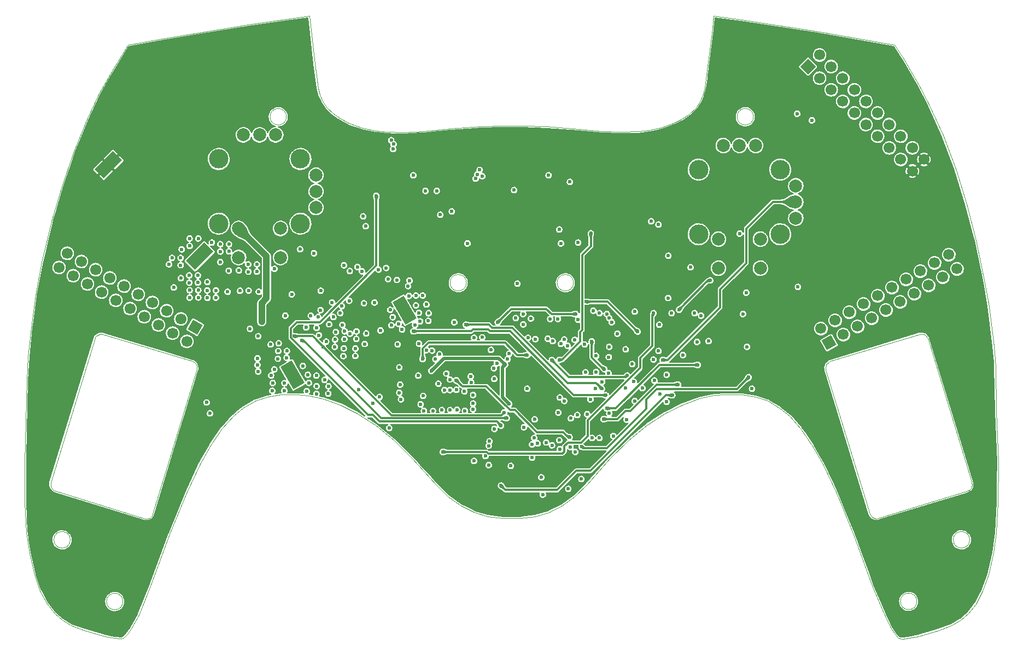
<source format=gbr>
%TF.GenerationSoftware,KiCad,Pcbnew,(6.0.9)*%
%TF.CreationDate,2022-11-22T19:39:31+02:00*%
%TF.ProjectId,PCB,5043422e-6b69-4636-9164-5f7063625858,rev?*%
%TF.SameCoordinates,Original*%
%TF.FileFunction,Copper,L4,Inr*%
%TF.FilePolarity,Positive*%
%FSLAX46Y46*%
G04 Gerber Fmt 4.6, Leading zero omitted, Abs format (unit mm)*
G04 Created by KiCad (PCBNEW (6.0.9)) date 2022-11-22 19:39:31*
%MOMM*%
%LPD*%
G01*
G04 APERTURE LIST*
G04 Aperture macros list*
%AMHorizOval*
0 Thick line with rounded ends*
0 $1 width*
0 $2 $3 position (X,Y) of the first rounded end (center of the circle)*
0 $4 $5 position (X,Y) of the second rounded end (center of the circle)*
0 Add line between two ends*
20,1,$1,$2,$3,$4,$5,0*
0 Add two circle primitives to create the rounded ends*
1,1,$1,$2,$3*
1,1,$1,$4,$5*%
%AMRotRect*
0 Rectangle, with rotation*
0 The origin of the aperture is its center*
0 $1 length*
0 $2 width*
0 $3 Rotation angle, in degrees counterclockwise*
0 Add horizontal line*
21,1,$1,$2,0,0,$3*%
G04 Aperture macros list end*
%TA.AperFunction,Profile*%
%ADD10C,0.100000*%
%TD*%
%TA.AperFunction,ComponentPad*%
%ADD11RotRect,1.700000X1.700000X120.000000*%
%TD*%
%TA.AperFunction,ComponentPad*%
%ADD12HorizOval,1.700000X0.000000X0.000000X0.000000X0.000000X0*%
%TD*%
%TA.AperFunction,ComponentPad*%
%ADD13C,2.000000*%
%TD*%
%TA.AperFunction,ComponentPad*%
%ADD14C,3.000000*%
%TD*%
%TA.AperFunction,ComponentPad*%
%ADD15RotRect,1.700000X1.700000X45.000000*%
%TD*%
%TA.AperFunction,ComponentPad*%
%ADD16HorizOval,1.700000X0.000000X0.000000X0.000000X0.000000X0*%
%TD*%
%TA.AperFunction,ComponentPad*%
%ADD17RotRect,1.700000X1.700000X240.000000*%
%TD*%
%TA.AperFunction,ComponentPad*%
%ADD18HorizOval,1.700000X0.000000X0.000000X0.000000X0.000000X0*%
%TD*%
%TA.AperFunction,ComponentPad*%
%ADD19RotRect,2.000000X4.000000X135.000000*%
%TD*%
%TA.AperFunction,ComponentPad*%
%ADD20RotRect,2.000000X4.000000X30.000000*%
%TD*%
%TA.AperFunction,ViaPad*%
%ADD21C,0.600000*%
%TD*%
%TA.AperFunction,Conductor*%
%ADD22C,0.320000*%
%TD*%
%TA.AperFunction,Conductor*%
%ADD23C,0.500000*%
%TD*%
%TA.AperFunction,Conductor*%
%ADD24C,1.000000*%
%TD*%
G04 APERTURE END LIST*
D10*
X175615600Y-38887400D02*
X187248800Y-40665400D01*
X199390000Y-42799000D01*
X200710800Y-44831000D01*
X203250800Y-49199800D01*
X204622400Y-51892200D01*
X206857600Y-56769000D01*
X208889600Y-62204600D01*
X210515200Y-67437000D01*
X211988400Y-73025000D01*
X213360000Y-79629000D01*
X213969600Y-83235800D01*
X214731600Y-89433400D01*
X214985600Y-92532200D01*
X215138000Y-99491800D01*
X215442800Y-107365800D01*
X215392000Y-113614200D01*
X215138000Y-118237000D01*
X214680800Y-121386600D01*
X213918800Y-124739400D01*
X213004400Y-127330200D01*
X211937600Y-129311400D01*
X210769200Y-130784600D01*
X209600800Y-131800600D01*
X208127600Y-132664200D01*
X206197200Y-133375400D01*
X203047600Y-134289800D01*
X201523600Y-134594600D01*
X200558400Y-134747000D01*
X200304400Y-134696200D01*
X199948800Y-134543800D01*
X199491600Y-134035800D01*
X198780400Y-132969000D01*
X197815200Y-130987800D01*
X195986400Y-126669800D01*
X192989200Y-118541800D01*
X190398400Y-112141000D01*
X188264800Y-107670600D01*
X186639200Y-104825800D01*
X184810400Y-102133400D01*
X183083200Y-100203000D01*
X181559200Y-98983800D01*
X179679600Y-97866200D01*
X177800000Y-97256600D01*
X175666400Y-96901000D01*
X173126400Y-96901000D01*
X171450000Y-97002600D01*
X169113200Y-97510600D01*
X166522400Y-98475800D01*
X163880800Y-99796600D01*
X161036000Y-101625400D01*
X158242000Y-103962200D01*
X155346400Y-106756200D01*
X151790400Y-110769400D01*
X149758400Y-112750600D01*
X147878800Y-114071400D01*
X145897600Y-115087400D01*
X143713200Y-115747800D01*
X141325600Y-116052600D01*
X138734800Y-116052600D01*
X136398000Y-115747800D01*
X134213600Y-115087400D01*
X132181600Y-114122200D01*
X130302000Y-112750600D01*
X128320800Y-110769400D01*
X124714000Y-106807000D01*
X121818400Y-103911400D01*
X119024400Y-101676200D01*
X116230400Y-99847400D01*
X113538000Y-98475800D01*
X110998000Y-97561400D01*
X108610400Y-97053400D01*
X106934000Y-96901000D01*
X104394000Y-96901000D01*
X102311200Y-97256600D01*
X100431600Y-97866200D01*
X98552000Y-98933000D01*
X97028000Y-100203000D01*
X95250000Y-102133400D01*
X93421200Y-104775000D01*
X91795600Y-107619800D01*
X89712800Y-112141000D01*
X87122000Y-118491000D01*
X84124800Y-126568200D01*
X82346800Y-130987800D01*
X81280000Y-132969000D01*
X80568800Y-133985000D01*
X79959200Y-134543800D01*
X79552800Y-134696200D01*
X78536800Y-134594600D01*
X77063600Y-134289800D01*
X73863200Y-133375400D01*
X71882000Y-132664200D01*
X70459600Y-131800600D01*
X69291200Y-130784600D01*
X68122800Y-129260600D01*
X67056000Y-127330200D01*
X66141600Y-124790200D01*
X65379600Y-121437400D01*
X64922400Y-118237000D01*
X64668400Y-113563400D01*
X64668400Y-107365800D01*
X64973200Y-94665800D01*
X65176400Y-91059000D01*
X65633600Y-86537800D01*
X66344800Y-81457800D01*
X67310000Y-76377800D01*
X68884800Y-69824600D01*
X70307200Y-64998600D01*
X72186800Y-59461400D01*
X74269600Y-54330600D01*
X76098400Y-50520600D01*
X78079600Y-46964600D01*
X80670400Y-42799000D01*
X86360000Y-41783000D01*
X99822000Y-39547800D01*
X108762800Y-38328600D01*
X109575600Y-45745400D01*
X110083600Y-49453800D01*
X110337600Y-50469800D01*
X110794800Y-51485800D01*
X111455200Y-52501800D01*
X112369600Y-53416200D01*
X113334800Y-54076600D01*
X114858800Y-54940200D01*
X116941600Y-55651400D01*
X118973600Y-56057800D01*
X120751600Y-56261000D01*
X123342400Y-56311800D01*
X126390400Y-56159400D01*
X130606800Y-55753000D01*
X135280400Y-55397400D01*
X138836400Y-55295800D01*
X141681200Y-55295800D01*
X145491200Y-55448200D01*
X150418800Y-55854600D01*
X154076400Y-56159400D01*
X157073600Y-56261000D01*
X159715200Y-56210200D01*
X161340800Y-56007000D01*
X163271200Y-55600600D01*
X165303200Y-54838600D01*
X166370000Y-54330600D01*
X167538400Y-53517800D01*
X168605200Y-52501800D01*
X169214800Y-51587400D01*
X169621200Y-50571400D01*
X169976800Y-49453800D01*
X170332400Y-46710600D01*
X171145200Y-40360600D01*
X171297600Y-38328600D01*
X175615600Y-38887400D01*
X79886044Y-128933444D02*
G75*
G03*
X79886044Y-128933444I-1273044J0D01*
G01*
X177523644Y-53927244D02*
G75*
G03*
X177523644Y-53927244I-1273044J0D01*
G01*
X133073644Y-79606644D02*
G75*
G03*
X133073644Y-79606644I-1273044J0D01*
G01*
X202822044Y-128908044D02*
G75*
G03*
X202822044Y-128908044I-1273044J0D01*
G01*
X76758800Y-87553800D02*
X90627200Y-91770200D01*
X91033600Y-91973400D01*
X91236800Y-92227400D01*
X91287600Y-92481400D01*
X91338400Y-92684600D01*
X91338400Y-93040200D01*
X84480400Y-115392200D01*
X84429600Y-115544600D01*
X84277200Y-115798600D01*
X84023200Y-116001800D01*
X83667600Y-116103400D01*
X83261200Y-116103400D01*
X69392800Y-111836200D01*
X69138800Y-111683800D01*
X68986400Y-111531400D01*
X68783200Y-111277400D01*
X68681600Y-111023400D01*
X68681600Y-110566200D01*
X75539600Y-88214200D01*
X75590400Y-88011000D01*
X75742800Y-87858600D01*
X76047600Y-87655400D01*
X76403200Y-87503000D01*
X76758800Y-87553800D01*
X149659844Y-79606644D02*
G75*
G03*
X149659844Y-79606644I-1273044J0D01*
G01*
X203962000Y-87604600D02*
X204114400Y-87655400D01*
X204266800Y-87858600D01*
X204368400Y-88011000D01*
X204520800Y-88214200D01*
X211277200Y-110363000D01*
X211328000Y-110566200D01*
X211378800Y-110871000D01*
X211328000Y-111175800D01*
X211226400Y-111429800D01*
X211023200Y-111633000D01*
X210667600Y-111836200D01*
X196850000Y-116052600D01*
X196697600Y-116103400D01*
X196392800Y-116103400D01*
X195884800Y-115900200D01*
X195681600Y-115646200D01*
X195529200Y-115392200D01*
X188722000Y-93091000D01*
X188671200Y-92735400D01*
X188772800Y-92329000D01*
X188874400Y-92176600D01*
X189179200Y-91871800D01*
X189382400Y-91770200D01*
X203250800Y-87553800D01*
X203708000Y-87553800D01*
X203962000Y-87604600D01*
X211000844Y-119383044D02*
G75*
G03*
X211000844Y-119383044I-1273044J0D01*
G01*
X105209844Y-53927244D02*
G75*
G03*
X105209844Y-53927244I-1273044J0D01*
G01*
X71732644Y-119383044D02*
G75*
G03*
X71732644Y-119383044I-1273044J0D01*
G01*
D11*
%TO.N,/M_out2*%
%TO.C,J2*%
X189239773Y-88900000D03*
D12*
%TO.N,/M_out1*%
X187969773Y-86700295D03*
%TO.N,unconnected-(J2-Pad3)*%
X191439478Y-87630000D03*
%TO.N,unconnected-(J2-Pad4)*%
X190169478Y-85430295D03*
%TO.N,unconnected-(J2-Pad5)*%
X193639182Y-86360000D03*
%TO.N,unconnected-(J2-Pad6)*%
X192369182Y-84160295D03*
%TO.N,unconnected-(J2-Pad7)*%
X195838887Y-85090000D03*
%TO.N,unconnected-(J2-Pad8)*%
X194568887Y-82890295D03*
%TO.N,unconnected-(J2-Pad9)*%
X198038591Y-83820000D03*
%TO.N,unconnected-(J2-Pad10)*%
X196768591Y-81620295D03*
%TO.N,unconnected-(J2-Pad11)*%
X200238296Y-82550000D03*
%TO.N,unconnected-(J2-Pad12)*%
X198968296Y-80350295D03*
%TO.N,unconnected-(J2-Pad13)*%
X202438000Y-81280000D03*
%TO.N,unconnected-(J2-Pad14)*%
X201168000Y-79080295D03*
%TO.N,unconnected-(J2-Pad15)*%
X204637705Y-80010000D03*
%TO.N,unconnected-(J2-Pad16)*%
X203367705Y-77810295D03*
%TO.N,unconnected-(J2-Pad17)*%
X206837409Y-78740000D03*
%TO.N,unconnected-(J2-Pad18)*%
X205567409Y-76540295D03*
%TO.N,unconnected-(J2-Pad19)*%
X209037114Y-77470000D03*
%TO.N,unconnected-(J2-Pad20)*%
X207767114Y-75270295D03*
%TD*%
D13*
%TO.N,Net-(R27-Pad1)*%
%TO.C,U6*%
X103545000Y-56730000D03*
%TO.N,Net-(R29-Pad1)*%
X109775000Y-67960000D03*
%TO.N,JOY_Y_OUT1*%
X101045000Y-56730000D03*
%TO.N,JOY_X_OUT1*%
X109775000Y-65460000D03*
%TO.N,Net-(R28-Pad1)*%
X98545000Y-56730000D03*
%TO.N,Net-(R30-Pad1)*%
X109775000Y-62960000D03*
D14*
%TO.N,N/C*%
X94720000Y-60460000D03*
X107370000Y-60460000D03*
X107370000Y-70460000D03*
X94720000Y-70460000D03*
D13*
%TO.N,+3V3*%
X97795000Y-71210000D03*
X104295000Y-71210000D03*
%TO.N,Net-(R26-Pad1)*%
X97795000Y-75710000D03*
X104295000Y-75710000D03*
%TD*%
D15*
%TO.N,TCK*%
%TO.C,J1*%
X185964744Y-46162867D03*
D16*
%TO.N,unconnected-(J1-Pad2)*%
X187760795Y-44366816D03*
%TO.N,CLK_25MHZ*%
X187760795Y-47958918D03*
%TO.N,unconnected-(J1-Pad4)*%
X189556846Y-46162867D03*
%TO.N,DONE*%
X189556846Y-49754969D03*
%TO.N,unconnected-(J1-Pad6)*%
X191352898Y-47958918D03*
%TO.N,TMS*%
X191352898Y-51551021D03*
%TO.N,unconnected-(J1-Pad8)*%
X193148949Y-49754969D03*
%TO.N,PROG_B*%
X193148949Y-53347072D03*
%TO.N,unconnected-(J1-Pad10)*%
X194945000Y-51551021D03*
%TO.N,unconnected-(J1-Pad11)*%
X194945000Y-55143123D03*
%TO.N,unconnected-(J1-Pad12)*%
X196741051Y-53347072D03*
%TO.N,TDO*%
X196741051Y-56939174D03*
%TO.N,unconnected-(J1-Pad14)*%
X198537103Y-55143123D03*
%TO.N,TDI*%
X198537103Y-58735226D03*
%TO.N,unconnected-(J1-Pad16)*%
X200333154Y-56939174D03*
%TO.N,+3V3*%
X200333154Y-60531277D03*
X202129205Y-58735226D03*
%TO.N,Earth*%
X202129205Y-62327328D03*
X203925256Y-60531277D03*
%TD*%
D13*
%TO.N,Net-(R31-Pad1)*%
%TO.C,U7*%
X177845000Y-58380000D03*
%TO.N,Net-(R34-Pad1)*%
X184075000Y-69610000D03*
%TO.N,JOY_Y_OUT2*%
X175345000Y-58380000D03*
%TO.N,JOY_X_OUT2*%
X184075000Y-67110000D03*
%TO.N,Net-(R33-Pad1)*%
X172845000Y-58380000D03*
%TO.N,Net-(R35-Pad1)*%
X184075000Y-64610000D03*
D14*
%TO.N,N/C*%
X181670000Y-62110000D03*
X169020000Y-62110000D03*
X181670000Y-72110000D03*
X169020000Y-72110000D03*
D13*
%TO.N,+3V3*%
X172095000Y-72860000D03*
X178595000Y-72860000D03*
%TO.N,Net-(R32-Pad1)*%
X172095000Y-77360000D03*
X178595000Y-77360000D03*
%TD*%
D17*
%TO.N,/M_out4*%
%TO.C,J3*%
X91059000Y-86487000D03*
D18*
%TO.N,/M_out3*%
X89789000Y-88686705D03*
%TO.N,unconnected-(J3-Pad3)*%
X88859295Y-85217000D03*
%TO.N,unconnected-(J3-Pad4)*%
X87589295Y-87416705D03*
%TO.N,unconnected-(J3-Pad5)*%
X86659591Y-83947000D03*
%TO.N,unconnected-(J3-Pad6)*%
X85389591Y-86146705D03*
%TO.N,unconnected-(J3-Pad7)*%
X84459886Y-82677000D03*
%TO.N,unconnected-(J3-Pad8)*%
X83189886Y-84876705D03*
%TO.N,unconnected-(J3-Pad9)*%
X82260182Y-81407000D03*
%TO.N,unconnected-(J3-Pad10)*%
X80990182Y-83606705D03*
%TO.N,unconnected-(J3-Pad11)*%
X80060477Y-80137000D03*
%TO.N,unconnected-(J3-Pad12)*%
X78790477Y-82336705D03*
%TO.N,unconnected-(J3-Pad13)*%
X77860773Y-78867000D03*
%TO.N,unconnected-(J3-Pad14)*%
X76590773Y-81066705D03*
%TO.N,unconnected-(J3-Pad15)*%
X75661068Y-77597000D03*
%TO.N,unconnected-(J3-Pad16)*%
X74391068Y-79796705D03*
%TO.N,unconnected-(J3-Pad17)*%
X73461364Y-76327000D03*
%TO.N,unconnected-(J3-Pad18)*%
X72191364Y-78526705D03*
%TO.N,unconnected-(J3-Pad19)*%
X71261659Y-75057000D03*
%TO.N,unconnected-(J3-Pad20)*%
X69991659Y-77256705D03*
%TD*%
D19*
%TO.N,/RAW3*%
%TO.C,BT2*%
X91774812Y-75518812D03*
%TO.N,Earth*%
X77632676Y-61376676D03*
%TD*%
D20*
%TO.N,/RAW6*%
%TO.C,BT1*%
X106160841Y-93872000D03*
%TO.N,/RAW3*%
X123481349Y-83872000D03*
%TD*%
D21*
%TO.N,/RAW3*%
X92964000Y-79502000D03*
X88976200Y-74447400D03*
X88849200Y-78892400D03*
X87020400Y-76758800D03*
X124046521Y-80121500D03*
X125247400Y-81584800D03*
X117195600Y-82778600D03*
X125120400Y-86131400D03*
X122580400Y-85979000D03*
X106019600Y-81407000D03*
X121666000Y-84937600D03*
X125247400Y-83108800D03*
X98018600Y-80848200D03*
X99339400Y-80822800D03*
X96088200Y-81000600D03*
X100914200Y-81000600D03*
X99314000Y-77901800D03*
X100634800Y-77876400D03*
X99288600Y-76758800D03*
X100634800Y-76758800D03*
X97815400Y-77698600D03*
X96266000Y-77749400D03*
X94945200Y-76403200D03*
X103352600Y-77444600D03*
X94970600Y-74777600D03*
X96291400Y-74752200D03*
X94945200Y-73634600D03*
X96291400Y-73634600D03*
X90220800Y-73914000D03*
X93649800Y-73380600D03*
X90195400Y-72771000D03*
X91541600Y-72771000D03*
X87757000Y-80340200D03*
X88823800Y-76885800D03*
X87477600Y-75768200D03*
X88823800Y-75768200D03*
X92964000Y-81940400D03*
X94284800Y-81915000D03*
X92938600Y-80797400D03*
X94284800Y-80797400D03*
X90220800Y-81915000D03*
X91541600Y-81889600D03*
X90195400Y-80772000D03*
X91541600Y-80772000D03*
X91490800Y-79578200D03*
X90170000Y-79603600D03*
X91490800Y-78460600D03*
X90144600Y-78460600D03*
%TO.N,/RAW6*%
X117322600Y-89077800D03*
X104013000Y-88976200D03*
X111099600Y-94640400D03*
X113868200Y-86131400D03*
X113792000Y-83210400D03*
X113538000Y-84302600D03*
X114909600Y-82397600D03*
X123113800Y-86842600D03*
X121462800Y-86182200D03*
X121259600Y-83794600D03*
X127177800Y-85496400D03*
X125730000Y-84251800D03*
X125907800Y-85598000D03*
X127228600Y-84328000D03*
X126873000Y-82956400D03*
X124155200Y-81635600D03*
X126314200Y-81584800D03*
X124256800Y-79273400D03*
X120650000Y-77317600D03*
X120929400Y-79044800D03*
X122301000Y-79171800D03*
X118846600Y-82677000D03*
X116916200Y-77851000D03*
X110505421Y-80833619D03*
X119456200Y-77571600D03*
X117551200Y-87452200D03*
X114122200Y-76911200D03*
X115011200Y-77800200D03*
X116179600Y-77165200D03*
X112471200Y-84912200D03*
X110490000Y-83845400D03*
X110109000Y-84912200D03*
X112268000Y-82651600D03*
X112852200Y-87223600D03*
X109855000Y-86588600D03*
X110236000Y-87731600D03*
X111810800Y-86029800D03*
X112699800Y-89535000D03*
X111353600Y-88722200D03*
X110845600Y-89560400D03*
X112725200Y-88392000D03*
X116027200Y-88290400D03*
X114223800Y-87122000D03*
X114173000Y-88315800D03*
X116052600Y-87147400D03*
X115874800Y-90932000D03*
X114071400Y-89763600D03*
X114020600Y-90957400D03*
X115900200Y-89789000D03*
X105232200Y-91211400D03*
X103936800Y-90170000D03*
X103886000Y-91363800D03*
X105257600Y-90170000D03*
X108356400Y-96367600D03*
X102819200Y-93954600D03*
X103327200Y-93014800D03*
X108686600Y-95097600D03*
X109829600Y-93980000D03*
X107721400Y-92481400D03*
X108534200Y-93853000D03*
X108254800Y-86512400D03*
X111683800Y-96774000D03*
X109880400Y-95605600D03*
X109829600Y-96799400D03*
X111709200Y-95631000D03*
X104902000Y-95148400D03*
X103073200Y-95123000D03*
X104876600Y-96291400D03*
X103022400Y-96316800D03*
%TO.N,Net-(C22-Pad1)*%
X147701000Y-73533000D03*
X147447000Y-71374000D03*
%TO.N,Net-(C44-Pad1)*%
X159588200Y-87172800D03*
X162814000Y-90170000D03*
X151638000Y-82550000D03*
%TO.N,Net-(C48-Pad1)*%
X109474000Y-75057000D03*
%TO.N,Net-(C50-Pad1)*%
X144653000Y-109702600D03*
X167767000Y-77216000D03*
X168402000Y-84328000D03*
%TO.N,Net-(C52-Pad1)*%
X115062000Y-87503000D03*
%TO.N,Net-(C56-Pad1)*%
X162941000Y-86106000D03*
X122428000Y-89154000D03*
X164312600Y-81965800D03*
%TO.N,Net-(C58-Pad1)*%
X148844000Y-111506000D03*
%TO.N,Net-(C60-Pad1)*%
X119761000Y-86995000D03*
X119634000Y-97282000D03*
X150876000Y-109982000D03*
X118618000Y-98298000D03*
%TO.N,Net-(C62-Pad1)*%
X134239000Y-107188000D03*
%TO.N,Net-(C64-Pad1)*%
X105029000Y-84709000D03*
%TO.N,Net-(C66-Pad1)*%
X165989000Y-83794600D03*
X170815000Y-79248000D03*
X136514816Y-104825919D03*
%TO.N,/RAW6*%
X140462000Y-65278000D03*
%TO.N,/RR1*%
X133223000Y-73533000D03*
X130810000Y-68580000D03*
%TO.N,/RR2*%
X150368000Y-73406000D03*
%TO.N,ACCEL_INT2*%
X137795000Y-92075000D03*
%TO.N,ACCEL_INT1*%
X133731000Y-94107000D03*
%TO.N,ACCEL_CS*%
X137922000Y-85725000D03*
X149987000Y-84455000D03*
X135529550Y-88056950D03*
X129971800Y-93649800D03*
%TO.N,Earth*%
X74205800Y-69896200D03*
X171705800Y-62396200D03*
X71205800Y-66896200D03*
X84705800Y-47396200D03*
X72705800Y-125396200D03*
X198705800Y-128396200D03*
X96705800Y-63896200D03*
X171705800Y-50396200D03*
X212205800Y-96896200D03*
X98205800Y-42896200D03*
X144780000Y-73406000D03*
X174705800Y-89396200D03*
X77205800Y-74396200D03*
X86205800Y-54896200D03*
X104205800Y-59396200D03*
X78705800Y-72896200D03*
X98205800Y-44396200D03*
X212205800Y-108896200D03*
X87705800Y-110396200D03*
X96705800Y-62396200D03*
X81705800Y-68396200D03*
X212205800Y-113396200D03*
X81705800Y-54896200D03*
X143256000Y-98679000D03*
X102705800Y-62396200D03*
X204705800Y-66896200D03*
X81705800Y-62396200D03*
X177705800Y-41396200D03*
X158750000Y-70231000D03*
X177705800Y-68396200D03*
X123705800Y-62396200D03*
X173205800Y-51896200D03*
X146205800Y-75896200D03*
X210705800Y-75896200D03*
X86205800Y-51896200D03*
X197205800Y-78896200D03*
X173205800Y-47396200D03*
X167205800Y-63896200D03*
X66705800Y-123896200D03*
X201705800Y-51896200D03*
X87705800Y-50396200D03*
X210705800Y-126896200D03*
X206205800Y-126896200D03*
X206205800Y-74396200D03*
X101205800Y-95396200D03*
X75705800Y-116396200D03*
X204705800Y-132896200D03*
X66705800Y-113396200D03*
X212205800Y-95396200D03*
X163449000Y-59436000D03*
X212205800Y-93896200D03*
X189705800Y-65396200D03*
X107205800Y-41396200D03*
X212205800Y-126896200D03*
X105705800Y-51896200D03*
X86205800Y-59396200D03*
X213705800Y-98396200D03*
X168705800Y-65396200D03*
X66705800Y-108896200D03*
X104205800Y-44396200D03*
X87705800Y-107396200D03*
X105705800Y-50396200D03*
X204705800Y-114896200D03*
X200205800Y-84896200D03*
X198705800Y-116396200D03*
X207705800Y-122396200D03*
X104205800Y-39896200D03*
X108705800Y-50396200D03*
X183705800Y-98396200D03*
X74205800Y-62396200D03*
X86205800Y-42896200D03*
X186705800Y-96896200D03*
X83205800Y-69896200D03*
X96705800Y-51896200D03*
X126873000Y-76708000D03*
X195705800Y-42896200D03*
X83205800Y-47396200D03*
X153289000Y-100711000D03*
X203205800Y-86396200D03*
X135705800Y-57896200D03*
X98205800Y-89396200D03*
X74205800Y-65396200D03*
X66705800Y-95396200D03*
X189705800Y-90896200D03*
X207705800Y-66896200D03*
X212205800Y-78896200D03*
X194205800Y-47396200D03*
X112395000Y-72263000D03*
X92456000Y-100203000D03*
X77205800Y-126896200D03*
X191205800Y-78896200D03*
X201705800Y-71396200D03*
X86205800Y-74396200D03*
X72705800Y-129896200D03*
X189705800Y-74396200D03*
X179205800Y-47396200D03*
X171705800Y-48896200D03*
X93705800Y-42896200D03*
X210705800Y-77396200D03*
X105705800Y-57896200D03*
X78705800Y-50396200D03*
X111705800Y-54896200D03*
X210705800Y-128396200D03*
X96705800Y-42896200D03*
X204705800Y-122396200D03*
X151993481Y-84353338D03*
X182205800Y-81896200D03*
X78705800Y-53396200D03*
X152205800Y-62396200D03*
X99705800Y-95396200D03*
X212205800Y-111896200D03*
X72705800Y-68396200D03*
X74205800Y-120896200D03*
X153705800Y-59396200D03*
X83205800Y-117896200D03*
X68205800Y-101396200D03*
X209205800Y-83396200D03*
X74205800Y-114896200D03*
X89205800Y-68396200D03*
X207705800Y-95396200D03*
X198705800Y-69896200D03*
X74205800Y-68396200D03*
X84705800Y-44396200D03*
X188205800Y-105896200D03*
X77205800Y-65396200D03*
X207705800Y-117896200D03*
X201705800Y-126896200D03*
X213705800Y-117896200D03*
X198705800Y-81896200D03*
X80205800Y-62396200D03*
X105705800Y-65396200D03*
X190627000Y-81026000D03*
X209205800Y-128396200D03*
X206205800Y-125396200D03*
X191205800Y-45896200D03*
X192705800Y-113396200D03*
X212205800Y-125396200D03*
X80205800Y-50396200D03*
X146812000Y-87860100D03*
X153705800Y-57896200D03*
X87705800Y-113396200D03*
X71205800Y-89396200D03*
X66705800Y-92396200D03*
X189705800Y-42896200D03*
X203205800Y-75896200D03*
X84705800Y-45896200D03*
X164465000Y-90297000D03*
X74205800Y-128396200D03*
X188205800Y-101396200D03*
X90705800Y-51896200D03*
X165481000Y-87757000D03*
X194205800Y-78896200D03*
X71205800Y-125396200D03*
X99705800Y-69896200D03*
X212205800Y-104396200D03*
X75705800Y-125396200D03*
X192705800Y-44396200D03*
X212205800Y-101396200D03*
X145542000Y-57785000D03*
X185205800Y-48896200D03*
X207705800Y-114896200D03*
X80205800Y-54896200D03*
X75705800Y-53396200D03*
X212205800Y-116396200D03*
X92205800Y-50396200D03*
X92205800Y-62396200D03*
X206205800Y-86396200D03*
X206205800Y-123896200D03*
X155205800Y-62396200D03*
X182205800Y-48896200D03*
X182205800Y-93896200D03*
X99705800Y-96896200D03*
X207705800Y-65396200D03*
X134205800Y-113396200D03*
X192705800Y-77396200D03*
X198705800Y-122396200D03*
X74205800Y-125396200D03*
X83205800Y-74396200D03*
X83205800Y-44396200D03*
X84705800Y-68396200D03*
X176205800Y-48896200D03*
X183705800Y-87896200D03*
X182205800Y-45896200D03*
X188205800Y-102896200D03*
X213705800Y-120896200D03*
X201705800Y-53396200D03*
X144705800Y-59396200D03*
X80205800Y-77396200D03*
X188205800Y-45896200D03*
X137205800Y-57896200D03*
X145017610Y-110982616D03*
X189705800Y-102896200D03*
X195705800Y-48896200D03*
X98205800Y-68396200D03*
X81705800Y-57896200D03*
X155067000Y-94783500D03*
X78705800Y-66896200D03*
X78705800Y-51896200D03*
X207705800Y-116396200D03*
X81705800Y-86396200D03*
X138705800Y-108896200D03*
X69705800Y-87896200D03*
X135705800Y-113396200D03*
X189705800Y-104396200D03*
X207705800Y-84896200D03*
X179205800Y-69896200D03*
X210705800Y-84896200D03*
X177705800Y-78896200D03*
X105705800Y-44396200D03*
X180705800Y-42896200D03*
X114705800Y-68396200D03*
X68205800Y-123896200D03*
X89205800Y-110396200D03*
X84705800Y-60896200D03*
X122205800Y-93896200D03*
X117705800Y-66896200D03*
X68205800Y-117896200D03*
X69705800Y-123896200D03*
X209205800Y-71396200D03*
X201705800Y-125396200D03*
X150622000Y-103505000D03*
X92205800Y-69896200D03*
X173205800Y-75896200D03*
X155205800Y-57896200D03*
X113205800Y-68396200D03*
X174705800Y-47396200D03*
X93705800Y-41396200D03*
X203205800Y-68396200D03*
X104205800Y-48896200D03*
X77205800Y-56396200D03*
X95205800Y-65396200D03*
X186705800Y-83396200D03*
X194205800Y-42896200D03*
X80205800Y-59396200D03*
X74205800Y-116396200D03*
X81705800Y-69896200D03*
X87705800Y-53396200D03*
X68205800Y-78896200D03*
X74205800Y-89396200D03*
X204705800Y-120896200D03*
X86205800Y-53396200D03*
X96705800Y-47396200D03*
X86205800Y-117896200D03*
X68205800Y-83396200D03*
X198705800Y-74396200D03*
X96705800Y-57896200D03*
X209205800Y-116396200D03*
X194205800Y-80396200D03*
X204705800Y-56396200D03*
X68205800Y-104396200D03*
X210705800Y-125396200D03*
X80205800Y-65396200D03*
X71205800Y-123896200D03*
X167205800Y-65396200D03*
X209205800Y-69896200D03*
X75705800Y-59396200D03*
X186705800Y-102896200D03*
X141705800Y-56396200D03*
X195705800Y-80396200D03*
X198705800Y-65396200D03*
X78705800Y-75896200D03*
X96705800Y-44396200D03*
X90705800Y-53396200D03*
X89205800Y-60896200D03*
X98205800Y-63896200D03*
X69705800Y-113396200D03*
X81705800Y-59396200D03*
X68205800Y-98396200D03*
X198705800Y-53396200D03*
X72705800Y-66896200D03*
X206205800Y-63896200D03*
X207705800Y-123896200D03*
X179205800Y-50396200D03*
X182205800Y-44396200D03*
X98205800Y-65396200D03*
X200205800Y-86396200D03*
X111705800Y-63896200D03*
X183705800Y-51896200D03*
X71205800Y-69896200D03*
X69705800Y-101396200D03*
X186705800Y-59396200D03*
X206205800Y-131396200D03*
X83205800Y-60896200D03*
X143205800Y-113396200D03*
X71205800Y-68396200D03*
X96705800Y-66896200D03*
X203205800Y-66896200D03*
X213705800Y-102896200D03*
X107205800Y-63896200D03*
X77205800Y-125396200D03*
X179205800Y-96896200D03*
X75705800Y-123896200D03*
X201705800Y-77396200D03*
X107205800Y-39896200D03*
X143205800Y-56396200D03*
X68205800Y-102896200D03*
X120705800Y-92396200D03*
X83205800Y-59396200D03*
X89205800Y-107396200D03*
X102705800Y-41396200D03*
X165705800Y-68396200D03*
X198705800Y-120896200D03*
X206205800Y-71396200D03*
X183705800Y-72896200D03*
X148971000Y-108712000D03*
X75705800Y-114896200D03*
X81705800Y-74396200D03*
X203205800Y-63896200D03*
X198705800Y-75896200D03*
X110205800Y-60896200D03*
X69705800Y-116396200D03*
X209205800Y-126896200D03*
X197205800Y-74396200D03*
X96705800Y-98396200D03*
X173205800Y-50396200D03*
X209205800Y-96896200D03*
X120269000Y-63119000D03*
X125476000Y-79248000D03*
X213705800Y-107396200D03*
X123705800Y-87896200D03*
X173205800Y-45896200D03*
X141705800Y-114896200D03*
X210705800Y-74396200D03*
X188205800Y-66896200D03*
X135705800Y-84896200D03*
X207705800Y-83396200D03*
X87705800Y-48896200D03*
X186705800Y-98396200D03*
X135705800Y-83396200D03*
X77205800Y-123896200D03*
X116205800Y-57896200D03*
X132588000Y-93980000D03*
X191205800Y-89396200D03*
X207705800Y-72896200D03*
X66705800Y-89396200D03*
X132705800Y-113396200D03*
X77205800Y-120896200D03*
X143205800Y-57896200D03*
X86205800Y-47396200D03*
X207705800Y-63896200D03*
X206205800Y-66896200D03*
X101205800Y-53396200D03*
X84705800Y-62396200D03*
X81705800Y-51896200D03*
X159705800Y-63896200D03*
X170205800Y-51896200D03*
X185205800Y-71396200D03*
X201705800Y-83396200D03*
X180705800Y-50396200D03*
X125857000Y-96139000D03*
X102705800Y-44396200D03*
X168705800Y-96896200D03*
X90705800Y-56396200D03*
X69705800Y-128396200D03*
X96705800Y-41396200D03*
X107205800Y-45896200D03*
X71205800Y-95396200D03*
X102705800Y-60896200D03*
X72705800Y-93896200D03*
X108705800Y-45896200D03*
X92205800Y-42896200D03*
X87705800Y-114896200D03*
X195705800Y-44396200D03*
X93705800Y-62396200D03*
X86205800Y-60896200D03*
X140081000Y-75184000D03*
X176205800Y-51896200D03*
X203205800Y-117896200D03*
X69705800Y-102896200D03*
X78705800Y-74396200D03*
X92205800Y-65396200D03*
X101205800Y-48896200D03*
X177705800Y-65396200D03*
X80205800Y-57896200D03*
X75705800Y-54896200D03*
X168705800Y-53396200D03*
X93705800Y-84896200D03*
X89205800Y-45896200D03*
X213705800Y-92396200D03*
X81705800Y-72896200D03*
X66705800Y-96896200D03*
X105705800Y-62396200D03*
X192705800Y-108896200D03*
X105705800Y-66896200D03*
X74205800Y-119396200D03*
X201705800Y-50396200D03*
X71205800Y-87896200D03*
X94488000Y-92456000D03*
X203205800Y-51896200D03*
X89205800Y-57896200D03*
X209205800Y-81896200D03*
X66705800Y-116396200D03*
X203205800Y-72896200D03*
X83205800Y-63896200D03*
X80205800Y-122396200D03*
X213705800Y-95396200D03*
X210705800Y-113396200D03*
X84705800Y-65396200D03*
X209205800Y-75896200D03*
X95205800Y-42896200D03*
X107205800Y-66896200D03*
X182205800Y-51896200D03*
X200205800Y-125396200D03*
X210705800Y-95396200D03*
X210705800Y-102896200D03*
X188205800Y-99896200D03*
X87705800Y-54896200D03*
X191205800Y-53396200D03*
X182205800Y-42896200D03*
X71205800Y-114896200D03*
X105705800Y-74396200D03*
X210705800Y-114896200D03*
X192705800Y-89396200D03*
X114705800Y-56396200D03*
X171705800Y-45896200D03*
X209205800Y-78896200D03*
X170205800Y-65396200D03*
X117705800Y-92396200D03*
X212205800Y-114896200D03*
X86205800Y-66896200D03*
X84705800Y-75896200D03*
X192705800Y-63896200D03*
X96705800Y-48896200D03*
X107205800Y-65396200D03*
X72705800Y-72896200D03*
X198705800Y-51896200D03*
X68205800Y-77396200D03*
X152205800Y-66896200D03*
X176205800Y-69896200D03*
X191205800Y-111896200D03*
X75705800Y-74396200D03*
X89205800Y-69896200D03*
X78705800Y-117896200D03*
X159705800Y-60896200D03*
X86205800Y-114896200D03*
X168705800Y-68396200D03*
X128524000Y-102108000D03*
X209205800Y-86396200D03*
X66705800Y-84896200D03*
X198705800Y-45896200D03*
X200205800Y-116396200D03*
X78705800Y-123896200D03*
X84705800Y-51896200D03*
X174705800Y-39896200D03*
X170205800Y-69896200D03*
X180705800Y-68396200D03*
X170205800Y-77396200D03*
X209205800Y-92396200D03*
X191205800Y-77396200D03*
X129705800Y-104396200D03*
X144705800Y-75896200D03*
X207705800Y-80396200D03*
X191205800Y-44396200D03*
X71205800Y-80396200D03*
X188205800Y-65396200D03*
X212205800Y-80396200D03*
X134205800Y-110396200D03*
X192705800Y-75896200D03*
X80205800Y-132896200D03*
X188205800Y-93896200D03*
X213705800Y-113396200D03*
X140205800Y-114896200D03*
X189357000Y-81915000D03*
X80205800Y-126896200D03*
X188205800Y-81896200D03*
X120705800Y-95396200D03*
X68205800Y-89396200D03*
X71205800Y-113396200D03*
X87705800Y-51896200D03*
X171705800Y-51896200D03*
X197205800Y-69896200D03*
X185205800Y-92396200D03*
X95205800Y-63896200D03*
X206205800Y-81896200D03*
X77205800Y-132896200D03*
X78705800Y-116396200D03*
X95205800Y-99896200D03*
X179205800Y-48896200D03*
X203205800Y-125396200D03*
X198705800Y-87896200D03*
X206205800Y-120896200D03*
X89205800Y-56396200D03*
X69705800Y-122396200D03*
X161205800Y-62396200D03*
X77205800Y-119396200D03*
X95205800Y-50396200D03*
X171705800Y-47396200D03*
X184658000Y-78359000D03*
X182205800Y-65396200D03*
X176205800Y-47396200D03*
X84705800Y-66896200D03*
X195705800Y-87896200D03*
X69705800Y-114896200D03*
X87705800Y-72896200D03*
X197205800Y-87896200D03*
X183705800Y-84896200D03*
X86205800Y-48896200D03*
X128205800Y-104396200D03*
X204705800Y-65396200D03*
X156705800Y-62396200D03*
X207705800Y-120896200D03*
X191008000Y-64135000D03*
X129413000Y-82169000D03*
X213705800Y-108896200D03*
X213705800Y-104396200D03*
X206205800Y-62396200D03*
X203205800Y-56396200D03*
X102705800Y-68396200D03*
X210705800Y-90896200D03*
X168705800Y-69896200D03*
X68205800Y-80396200D03*
X77205800Y-83396200D03*
X74205800Y-117896200D03*
X92205800Y-51896200D03*
X86205800Y-50396200D03*
X203205800Y-54896200D03*
X162560000Y-87503000D03*
X164205800Y-65396200D03*
X197205800Y-117896200D03*
X189705800Y-66896200D03*
X192705800Y-51896200D03*
X213705800Y-116396200D03*
X107205800Y-68396200D03*
X201705800Y-63896200D03*
X78705800Y-69896200D03*
X186705800Y-92396200D03*
X77205800Y-69896200D03*
X177705800Y-47396200D03*
X78705800Y-120896200D03*
X173205800Y-48896200D03*
X83205800Y-66896200D03*
X96705800Y-54896200D03*
X83205800Y-56396200D03*
X96705800Y-53396200D03*
X186705800Y-87896200D03*
X90705800Y-63896200D03*
X69705800Y-81896200D03*
X80205800Y-72896200D03*
X96705800Y-65396200D03*
X89205800Y-42896200D03*
X200205800Y-47396200D03*
X182205800Y-68396200D03*
X83205800Y-86396200D03*
X104205800Y-62396200D03*
X206205800Y-90896200D03*
X195705800Y-45896200D03*
X80205800Y-45896200D03*
X71205800Y-71396200D03*
X186705800Y-99896200D03*
X207705800Y-69896200D03*
X183705800Y-41396200D03*
X80205800Y-56396200D03*
X210705800Y-81896200D03*
X200205800Y-50396200D03*
X195705800Y-122396200D03*
X135705800Y-110396200D03*
X89205800Y-71396200D03*
X69705800Y-80396200D03*
X77205800Y-77396200D03*
X92205800Y-54896200D03*
X200205800Y-71396200D03*
X198705800Y-50396200D03*
X177705800Y-66896200D03*
X101205800Y-51896200D03*
X183705800Y-89396200D03*
X83205800Y-125396200D03*
X92205800Y-66896200D03*
X182205800Y-59396200D03*
X71205800Y-72896200D03*
X138430000Y-113157000D03*
X195705800Y-47396200D03*
X197205800Y-50396200D03*
X74205800Y-74396200D03*
X90705800Y-42896200D03*
X66705800Y-114896200D03*
X77205800Y-131396200D03*
X107569000Y-77089000D03*
X104205800Y-60896200D03*
X84705800Y-54896200D03*
X71205800Y-81896200D03*
X81705800Y-122396200D03*
X75705800Y-68396200D03*
X80205800Y-66896200D03*
X194205800Y-116396200D03*
X192705800Y-111896200D03*
X206205800Y-119396200D03*
X159893000Y-96901000D03*
X185205800Y-62396200D03*
X186705800Y-41396200D03*
X207705800Y-128396200D03*
X89205800Y-47396200D03*
X97536000Y-95377000D03*
X86205800Y-113396200D03*
X207705800Y-92396200D03*
X80205800Y-120896200D03*
X101205800Y-45896200D03*
X203205800Y-84896200D03*
X129159000Y-80137000D03*
X210705800Y-92396200D03*
X183705800Y-71396200D03*
X197205800Y-45896200D03*
X68205800Y-95396200D03*
X189705800Y-83396200D03*
X99705800Y-44396200D03*
X71205800Y-90896200D03*
X204705800Y-125396200D03*
X72705800Y-81896200D03*
X105705800Y-42896200D03*
X201705800Y-69896200D03*
X210705800Y-98396200D03*
X182205800Y-80396200D03*
X69705800Y-93896200D03*
X156705800Y-59396200D03*
X197205800Y-68396200D03*
X89205800Y-54896200D03*
X142367000Y-97205900D03*
X74205800Y-59396200D03*
X159705800Y-62396200D03*
X72705800Y-116396200D03*
X198705800Y-48896200D03*
X207705800Y-125396200D03*
X108705800Y-44396200D03*
X200205800Y-45896200D03*
X95205800Y-44396200D03*
X72705800Y-122396200D03*
X183705800Y-62396200D03*
X204705800Y-84896200D03*
X71205800Y-122396200D03*
X212205800Y-123896200D03*
X204705800Y-62396200D03*
X72705800Y-71396200D03*
X198705800Y-123896200D03*
X74205800Y-87896200D03*
X204705800Y-71396200D03*
X213705800Y-87896200D03*
X212205800Y-120896200D03*
X158205800Y-59396200D03*
X74205800Y-63896200D03*
X116205800Y-56396200D03*
X102705800Y-69896200D03*
X201705800Y-86396200D03*
X77205800Y-66896200D03*
X213705800Y-96896200D03*
X191205800Y-107396200D03*
X206205800Y-80396200D03*
X69705800Y-78896200D03*
X201705800Y-131396200D03*
X185205800Y-59396200D03*
X198705800Y-47396200D03*
X89205800Y-83396200D03*
X186705800Y-62396200D03*
X188205800Y-104396200D03*
X113205800Y-56396200D03*
X99705800Y-59396200D03*
X78705800Y-132896200D03*
X209205800Y-84896200D03*
X84705800Y-120896200D03*
X95205800Y-47396200D03*
X186705800Y-90896200D03*
X213705800Y-89396200D03*
X92205800Y-44396200D03*
X72705800Y-90896200D03*
X80205800Y-47396200D03*
X207705800Y-68396200D03*
X139522200Y-94792800D03*
X81705800Y-77396200D03*
X84705800Y-57896200D03*
X180705800Y-44396200D03*
X68205800Y-107396200D03*
X212205800Y-119396200D03*
X204705800Y-74396200D03*
X111705800Y-56396200D03*
X185205800Y-41396200D03*
X204705800Y-123896200D03*
X89205800Y-108896200D03*
X158205800Y-57896200D03*
X201705800Y-84896200D03*
X75705800Y-69896200D03*
X203205800Y-71396200D03*
X173205800Y-41396200D03*
X201705800Y-75896200D03*
X185205800Y-57896200D03*
X206205800Y-59396200D03*
X170205800Y-59396200D03*
X77205800Y-86396200D03*
X101205800Y-44396200D03*
X84705800Y-71396200D03*
X86205800Y-71396200D03*
X107205800Y-44396200D03*
X213705800Y-114896200D03*
X120705800Y-93896200D03*
X131826000Y-108585000D03*
X105705800Y-41396200D03*
X191205800Y-42896200D03*
X93705800Y-50396200D03*
X94361000Y-91567000D03*
X101205800Y-42896200D03*
X74205800Y-123896200D03*
X206205800Y-83396200D03*
X206205800Y-84896200D03*
X183705800Y-57896200D03*
X77205800Y-57896200D03*
X189705800Y-105896200D03*
X105705800Y-48896200D03*
X87705800Y-45896200D03*
X180705800Y-96896200D03*
X168705800Y-54896200D03*
X68205800Y-126896200D03*
X69705800Y-104396200D03*
X102705800Y-50396200D03*
X122205800Y-62396200D03*
X97536000Y-96266000D03*
X104205800Y-45896200D03*
X78705800Y-65396200D03*
X206205800Y-114896200D03*
X210705800Y-96896200D03*
X174705800Y-45896200D03*
X113205800Y-54896200D03*
X197205800Y-120896200D03*
X201705800Y-54896200D03*
X167205800Y-54896200D03*
X93705800Y-53396200D03*
X200205800Y-51896200D03*
X176205800Y-41396200D03*
X128205800Y-105896200D03*
X72705800Y-86396200D03*
X194205800Y-62396200D03*
X185205800Y-93896200D03*
X213705800Y-99896200D03*
X68205800Y-108896200D03*
X200205800Y-53396200D03*
X72705800Y-80396200D03*
X92205800Y-68396200D03*
X188205800Y-42896200D03*
X135636000Y-73406000D03*
X96705800Y-45896200D03*
X80205800Y-123896200D03*
X210705800Y-86396200D03*
X99705800Y-42896200D03*
X93705800Y-102896200D03*
X176205800Y-50396200D03*
X167205800Y-69896200D03*
X176205800Y-65396200D03*
X87705800Y-62396200D03*
X122205800Y-87896200D03*
X180705800Y-65396200D03*
X203205800Y-83396200D03*
X207705800Y-126896200D03*
X74205800Y-60896200D03*
X177705800Y-50396200D03*
X98205800Y-41396200D03*
X171705800Y-65396200D03*
X138705800Y-57896200D03*
X198705800Y-126896200D03*
X99705800Y-54896200D03*
X206205800Y-117896200D03*
X212205800Y-117896200D03*
X204705800Y-83396200D03*
X189705800Y-108896200D03*
X210705800Y-123896200D03*
X213705800Y-90896200D03*
X68205800Y-86396200D03*
X146177000Y-108077000D03*
X75705800Y-75896200D03*
X194205800Y-45896200D03*
X87705800Y-65396200D03*
X77205800Y-53396200D03*
X210705800Y-104396200D03*
X179205800Y-65396200D03*
X77205800Y-72896200D03*
X204705800Y-126896200D03*
X191205800Y-62396200D03*
X197205800Y-48896200D03*
X176205800Y-60896200D03*
X113205800Y-96896200D03*
X107205800Y-42896200D03*
X71205800Y-131396200D03*
X81705800Y-60896200D03*
X69705800Y-126896200D03*
X197205800Y-44396200D03*
X177705800Y-48896200D03*
X102705800Y-63896200D03*
X78705800Y-68396200D03*
X84705800Y-72896200D03*
X77205800Y-75896200D03*
X72705800Y-89396200D03*
X210705800Y-71396200D03*
X84705800Y-56396200D03*
X83205800Y-119396200D03*
X66705800Y-102896200D03*
X165705800Y-63896200D03*
X66705800Y-107396200D03*
X174705800Y-48896200D03*
X179205800Y-54896200D03*
X75705800Y-119396200D03*
X152205800Y-63896200D03*
X207705800Y-90896200D03*
X90705800Y-66896200D03*
X90705800Y-62396200D03*
X104205800Y-63896200D03*
X134244312Y-93560867D03*
X99705800Y-48896200D03*
X105705800Y-63896200D03*
X198705800Y-117896200D03*
X117705800Y-90896200D03*
X75705800Y-132896200D03*
X78705800Y-125396200D03*
X194205800Y-117896200D03*
X66705800Y-122396200D03*
X192705800Y-71396200D03*
X191205800Y-110396200D03*
X186705800Y-93896200D03*
X74205800Y-66896200D03*
X204705800Y-81896200D03*
X171705800Y-69896200D03*
X198705800Y-66896200D03*
X87705800Y-71396200D03*
X207705800Y-81896200D03*
X69705800Y-75896200D03*
X206205800Y-69896200D03*
X197205800Y-126896200D03*
X113205800Y-66896200D03*
X71205800Y-93896200D03*
X179205800Y-62396200D03*
X99705800Y-41396200D03*
X206205800Y-72896200D03*
X171705800Y-42896200D03*
X90705800Y-68396200D03*
X95205800Y-51896200D03*
X66705800Y-117896200D03*
X146205800Y-80396200D03*
X204705800Y-69896200D03*
X177705800Y-63896200D03*
X90705800Y-59396200D03*
X194205800Y-74396200D03*
X69705800Y-72896200D03*
X104205800Y-65396200D03*
X200205800Y-69896200D03*
X182205800Y-69896200D03*
X89205800Y-48896200D03*
X96705800Y-56396200D03*
X83205800Y-122396200D03*
X198705800Y-68396200D03*
X174705800Y-51896200D03*
X71205800Y-98396200D03*
X176205800Y-45896200D03*
X84705800Y-74396200D03*
X210705800Y-122396200D03*
X90705800Y-50396200D03*
X69705800Y-99896200D03*
X147705800Y-65396200D03*
X66705800Y-86396200D03*
X87705800Y-44396200D03*
X80205800Y-117896200D03*
X69705800Y-129896200D03*
X204705800Y-68396200D03*
X198705800Y-44396200D03*
X171705800Y-68396200D03*
X204705800Y-63896200D03*
X159705800Y-89396200D03*
X96705800Y-68396200D03*
X191205800Y-65396200D03*
X170205800Y-68396200D03*
X180705800Y-47396200D03*
X80205800Y-116396200D03*
X191205800Y-108896200D03*
X75705800Y-57896200D03*
X75705800Y-65396200D03*
X80205800Y-74396200D03*
X132705800Y-56396200D03*
X74205800Y-57896200D03*
X81705800Y-129896200D03*
X179205800Y-53396200D03*
X102705800Y-45896200D03*
X83205800Y-65396200D03*
X86205800Y-56396200D03*
X137205800Y-78896200D03*
X86205800Y-65396200D03*
X204705800Y-131396200D03*
X81705800Y-75896200D03*
X207705800Y-131396200D03*
X102705800Y-42896200D03*
X182205800Y-41396200D03*
X153705800Y-63896200D03*
X81705800Y-117896200D03*
X192705800Y-47396200D03*
X86205800Y-57896200D03*
X77205800Y-71396200D03*
X183705800Y-60896200D03*
X90705800Y-101396200D03*
X203205800Y-65396200D03*
X186705800Y-81896200D03*
X201705800Y-132896200D03*
X87705800Y-57896200D03*
X150705800Y-62396200D03*
X92205800Y-63896200D03*
X101205800Y-50396200D03*
X72705800Y-63896200D03*
X68205800Y-116396200D03*
X204705800Y-129896200D03*
X200205800Y-54896200D03*
X204705800Y-86396200D03*
X111705800Y-60896200D03*
X194205800Y-114896200D03*
X74205800Y-71396200D03*
X194205800Y-119396200D03*
X207705800Y-89396200D03*
X204705800Y-117896200D03*
X90705800Y-48896200D03*
X78705800Y-54896200D03*
X89205800Y-66896200D03*
X75705800Y-66896200D03*
X140205800Y-56396200D03*
X101205800Y-47396200D03*
X210705800Y-72896200D03*
X81705800Y-47396200D03*
X90705800Y-105896200D03*
X203205800Y-131396200D03*
X212205800Y-92396200D03*
X200205800Y-63896200D03*
X83205800Y-75896200D03*
X114705800Y-66896200D03*
X75705800Y-129896200D03*
X200205800Y-65396200D03*
X84705800Y-80396200D03*
X108705800Y-48896200D03*
X102616000Y-84836000D03*
X74205800Y-83396200D03*
X78705800Y-56396200D03*
X71205800Y-65396200D03*
X200205800Y-126896200D03*
X213705800Y-122396200D03*
X197205800Y-66896200D03*
X155205800Y-59396200D03*
X71205800Y-96896200D03*
X81705800Y-66896200D03*
X69705800Y-95396200D03*
X68205800Y-105896200D03*
X197205800Y-51896200D03*
X81705800Y-78896200D03*
X210705800Y-83396200D03*
X157842000Y-78651800D03*
X110205800Y-69896200D03*
X99705800Y-68396200D03*
X140205800Y-57896200D03*
X83205800Y-126896200D03*
X84705800Y-48896200D03*
X83205800Y-45896200D03*
X72705800Y-131396200D03*
X194205800Y-57896200D03*
X104205800Y-41396200D03*
X66705800Y-119396200D03*
X150998483Y-100697889D03*
X68205800Y-99896200D03*
X212205800Y-86396200D03*
X155067000Y-96393000D03*
X206205800Y-128396200D03*
X206205800Y-122396200D03*
X84705800Y-53396200D03*
X87705800Y-68396200D03*
X89205800Y-65396200D03*
X107205800Y-51896200D03*
X90705800Y-44396200D03*
X81705800Y-123896200D03*
X195705800Y-120896200D03*
X203205800Y-132896200D03*
X203205800Y-123896200D03*
X143205800Y-114896200D03*
X84705800Y-119396200D03*
X171705800Y-60896200D03*
X80205800Y-81896200D03*
X96705800Y-50396200D03*
X200205800Y-77396200D03*
X156705800Y-66896200D03*
X75705800Y-120896200D03*
X192705800Y-114896200D03*
X203205800Y-74396200D03*
X81705800Y-116396200D03*
X102705800Y-66896200D03*
X201705800Y-56396200D03*
X212205800Y-107396200D03*
X209205800Y-125396200D03*
X197205800Y-122396200D03*
X107205800Y-53396200D03*
X87705800Y-108896200D03*
X71205800Y-128396200D03*
X114705800Y-59396200D03*
X72705800Y-60896200D03*
X206205800Y-116396200D03*
X204705800Y-72896200D03*
X203205800Y-126896200D03*
X204705800Y-128396200D03*
X209205800Y-68396200D03*
X204705800Y-119396200D03*
X191205800Y-104396200D03*
X186705800Y-66896200D03*
X90705800Y-71396200D03*
X78705800Y-71396200D03*
X148971003Y-85343980D03*
X207705800Y-62396200D03*
X197205800Y-125396200D03*
X206205800Y-87896200D03*
X92205800Y-56396200D03*
X210705800Y-93896200D03*
X105705800Y-54896200D03*
X93705800Y-63896200D03*
X90705800Y-57896200D03*
X192705800Y-56396200D03*
X138705800Y-56396200D03*
X90705800Y-54896200D03*
X195705800Y-74396200D03*
X90705800Y-107396200D03*
X213705800Y-93896200D03*
X99705800Y-60896200D03*
X99705800Y-63896200D03*
X102705800Y-65396200D03*
X84705800Y-59396200D03*
X74205800Y-126896200D03*
X207705800Y-86396200D03*
X71205800Y-116396200D03*
X209205800Y-113396200D03*
X192705800Y-42896200D03*
X72705800Y-126896200D03*
X207705800Y-87896200D03*
X105705800Y-39896200D03*
X146205800Y-68396200D03*
X78705800Y-48896200D03*
X72705800Y-69896200D03*
X80205800Y-53396200D03*
X137205800Y-110396200D03*
X180705800Y-80396200D03*
X194205800Y-69896200D03*
X203205800Y-69896200D03*
X68205800Y-96896200D03*
X66705800Y-99896200D03*
X206205800Y-129896200D03*
X176205800Y-39896200D03*
X92205800Y-60896200D03*
X72705800Y-65396200D03*
X186705800Y-60896200D03*
X74205800Y-72896200D03*
X89205800Y-44396200D03*
X80205800Y-125396200D03*
X158205800Y-65396200D03*
X150350128Y-90087628D03*
X92205800Y-48896200D03*
X188205800Y-95396200D03*
X186705800Y-42896200D03*
X212205800Y-83396200D03*
X68205800Y-93896200D03*
X93705800Y-86396200D03*
X183705800Y-42896200D03*
X102705800Y-72896200D03*
X170307000Y-82296000D03*
X198705800Y-125396200D03*
X207705800Y-93896200D03*
X80205800Y-119396200D03*
X173205800Y-62396200D03*
X69705800Y-69896200D03*
X101205800Y-41396200D03*
X209205800Y-98396200D03*
X114705800Y-57896200D03*
X93705800Y-56396200D03*
X92205800Y-57896200D03*
X102705800Y-47396200D03*
X80205800Y-71396200D03*
X98205800Y-59396200D03*
X194205800Y-87896200D03*
X180705800Y-48896200D03*
X75705800Y-63896200D03*
X167205800Y-68396200D03*
X158205800Y-60896200D03*
X189705800Y-62396200D03*
X177705800Y-75896200D03*
X203205800Y-116396200D03*
X72705800Y-119396200D03*
X108705800Y-54896200D03*
X66705800Y-120896200D03*
X75705800Y-131396200D03*
X158205800Y-63896200D03*
X68205800Y-122396200D03*
X81705800Y-44396200D03*
X89205800Y-62396200D03*
X200205800Y-131396200D03*
X75705800Y-56396200D03*
X96705800Y-59396200D03*
X99705800Y-45896200D03*
X86205800Y-62396200D03*
X188205800Y-62396200D03*
X164205800Y-56396200D03*
X72705800Y-74396200D03*
X195705800Y-78896200D03*
X86205800Y-45896200D03*
X81705800Y-45896200D03*
X71205800Y-83396200D03*
X182205800Y-90896200D03*
X134205800Y-84896200D03*
X180705800Y-51896200D03*
X183705800Y-45896200D03*
X107205800Y-54896200D03*
X81705800Y-53396200D03*
X212205800Y-84896200D03*
X66705800Y-93896200D03*
X192705800Y-80396200D03*
X213705800Y-105896200D03*
X198705800Y-86396200D03*
X81705800Y-63896200D03*
X102705800Y-48896200D03*
X68205800Y-114896200D03*
X98205800Y-48896200D03*
X201705800Y-116396200D03*
X83205800Y-50396200D03*
X72705800Y-114896200D03*
X176205800Y-66896200D03*
X77205800Y-117896200D03*
X75705800Y-117896200D03*
X92205800Y-71396200D03*
X210705800Y-99896200D03*
X213705800Y-101396200D03*
X192705800Y-81896200D03*
X95205800Y-53396200D03*
X71205800Y-92396200D03*
X81705800Y-128396200D03*
X99705800Y-65396200D03*
X195705800Y-117896200D03*
X71205800Y-126896200D03*
X86205800Y-87896200D03*
X158205800Y-87896200D03*
X89205800Y-51896200D03*
X69705800Y-74396200D03*
X72705800Y-128396200D03*
X209205800Y-72896200D03*
X68205800Y-119396200D03*
X83205800Y-48896200D03*
X99705800Y-47396200D03*
X207705800Y-119396200D03*
X116205800Y-62396200D03*
X84705800Y-50396200D03*
X78705800Y-63896200D03*
X93705800Y-66896200D03*
X132705800Y-75896200D03*
X99705800Y-66896200D03*
X207705800Y-71396200D03*
X95205800Y-56396200D03*
X186705800Y-65396200D03*
X132105530Y-68493663D03*
X83205800Y-120896200D03*
X207705800Y-129896200D03*
X151765000Y-77978000D03*
X75705800Y-86396200D03*
X173205800Y-44396200D03*
X87705800Y-59396200D03*
X72705800Y-117896200D03*
X83205800Y-68396200D03*
X182205800Y-78896200D03*
X83205800Y-72896200D03*
X201705800Y-119396200D03*
X93705800Y-68396200D03*
X84705800Y-117896200D03*
X177705800Y-45896200D03*
X201705800Y-74396200D03*
X194205800Y-89396200D03*
X78705800Y-47396200D03*
X105705800Y-45896200D03*
X110205800Y-53396200D03*
X68205800Y-90896200D03*
X200205800Y-119396200D03*
X184658000Y-75946000D03*
X126705800Y-104396200D03*
X185205800Y-90896200D03*
X180705800Y-75896200D03*
X96901000Y-82423000D03*
X206205800Y-60896200D03*
X93705800Y-48896200D03*
X173205800Y-39896200D03*
X68205800Y-120896200D03*
X212205800Y-105896200D03*
X157861000Y-72517000D03*
X101205800Y-54896200D03*
X189705800Y-99896200D03*
X158205800Y-62396200D03*
X66705800Y-90896200D03*
X182205800Y-47396200D03*
X77205800Y-51896200D03*
X98205800Y-45896200D03*
X180705800Y-45896200D03*
X204705800Y-54896200D03*
X98205800Y-60896200D03*
X131205800Y-104396200D03*
X149205800Y-66896200D03*
X135705800Y-75896200D03*
X68205800Y-125396200D03*
X68205800Y-111896200D03*
X122936000Y-80264000D03*
X66705800Y-101396200D03*
X86205800Y-63896200D03*
X102705800Y-59396200D03*
X213705800Y-110396200D03*
X69705800Y-89396200D03*
X110205800Y-54896200D03*
X212205800Y-98396200D03*
X177705800Y-71396200D03*
X173482000Y-81915000D03*
X74205800Y-56396200D03*
X171069000Y-53340000D03*
X179205800Y-63896200D03*
X87705800Y-60896200D03*
X80205800Y-131396200D03*
X68205800Y-113396200D03*
X104205800Y-66896200D03*
X203205800Y-114896200D03*
X188205800Y-83396200D03*
X191205800Y-59396200D03*
X138705800Y-114896200D03*
X174705800Y-50396200D03*
X198705800Y-119396200D03*
X200205800Y-123896200D03*
X83205800Y-123896200D03*
X87705800Y-111896200D03*
X72705800Y-92396200D03*
X81705800Y-56396200D03*
X198705800Y-78896200D03*
X200205800Y-75896200D03*
X209205800Y-99896200D03*
X87705800Y-69896200D03*
X95205800Y-45896200D03*
X77205800Y-68396200D03*
X80205800Y-63896200D03*
X66705800Y-105896200D03*
X194205800Y-84896200D03*
X93705800Y-57896200D03*
X209205800Y-74396200D03*
X90705800Y-69896200D03*
X209205800Y-114896200D03*
X182205800Y-92396200D03*
X93705800Y-44396200D03*
X78705800Y-119396200D03*
X116205800Y-59396200D03*
X87705800Y-56396200D03*
X80205800Y-69896200D03*
X75705800Y-83396200D03*
X104205800Y-68396200D03*
X192705800Y-45896200D03*
X156705800Y-57896200D03*
X137205800Y-114896200D03*
X185205800Y-60896200D03*
X210705800Y-80396200D03*
X105705800Y-68396200D03*
X93705800Y-51896200D03*
X107205800Y-48896200D03*
X185205800Y-42896200D03*
X87705800Y-63896200D03*
X179205800Y-41396200D03*
X78705800Y-126896200D03*
X69705800Y-96896200D03*
X146205800Y-113396200D03*
X180705800Y-41396200D03*
X83205800Y-54896200D03*
X107205800Y-50396200D03*
X102705800Y-39896200D03*
X75705800Y-128396200D03*
X110205800Y-51896200D03*
X108705800Y-53396200D03*
X89205800Y-53396200D03*
X195705800Y-72896200D03*
X104205800Y-51896200D03*
X107205800Y-75896200D03*
X206205800Y-57896200D03*
X134493000Y-57785000D03*
X95205800Y-48896200D03*
X129032000Y-79248000D03*
X102705800Y-51896200D03*
X69705800Y-83396200D03*
X201705800Y-48896200D03*
X171705800Y-63896200D03*
X75705800Y-126896200D03*
X201705800Y-117896200D03*
X135705800Y-78896200D03*
X84705800Y-42896200D03*
X92205800Y-53396200D03*
X113205800Y-57896200D03*
X66705800Y-111896200D03*
X107205800Y-47396200D03*
X89205800Y-63896200D03*
X174705800Y-41396200D03*
X209205800Y-95396200D03*
X144936733Y-87855604D03*
X74205800Y-86396200D03*
X104205800Y-42896200D03*
X66705800Y-98396200D03*
X93705800Y-87896200D03*
X203205800Y-53396200D03*
X200205800Y-132896200D03*
X97942400Y-86766400D03*
X84705800Y-122396200D03*
X176205800Y-68396200D03*
X182205800Y-50396200D03*
X98205800Y-47396200D03*
X75705800Y-71396200D03*
X212205800Y-122396200D03*
X66705800Y-87896200D03*
X201705800Y-123896200D03*
X74205800Y-81896200D03*
X155205800Y-63896200D03*
X110205800Y-59396200D03*
X68205800Y-92396200D03*
X201705800Y-72896200D03*
X206205800Y-68396200D03*
X89205800Y-105896200D03*
X189705800Y-107396200D03*
X69705800Y-125396200D03*
X188205800Y-68396200D03*
X212205800Y-90896200D03*
X72705800Y-83396200D03*
X84705800Y-69896200D03*
X74205800Y-131396200D03*
X89205800Y-59396200D03*
X117705800Y-93896200D03*
X68205800Y-75896200D03*
X98205800Y-66896200D03*
X104205800Y-47396200D03*
X200205800Y-66896200D03*
X108705800Y-51896200D03*
X186705800Y-68396200D03*
X81705800Y-125396200D03*
X81705800Y-50396200D03*
X200205800Y-72896200D03*
X170205800Y-54896200D03*
X209205800Y-122396200D03*
X192705800Y-78896200D03*
X210705800Y-116396200D03*
X93705800Y-54896200D03*
X188205800Y-84896200D03*
X86205800Y-116396200D03*
X77205800Y-116396200D03*
X162705800Y-60896200D03*
X83205800Y-62396200D03*
X182205800Y-87896200D03*
X186705800Y-101396200D03*
X209205800Y-80396200D03*
X192705800Y-110396200D03*
X68205800Y-81896200D03*
X188205800Y-60896200D03*
X94234000Y-90678000D03*
X66705800Y-104396200D03*
X154305000Y-88112600D03*
X203205800Y-119396200D03*
X195705800Y-119396200D03*
X98205800Y-62396200D03*
X210705800Y-78896200D03*
X92205800Y-84896200D03*
X152205800Y-59396200D03*
X161205800Y-60896200D03*
X72705800Y-87896200D03*
X157861000Y-89027000D03*
X80205800Y-51896200D03*
X209205800Y-123896200D03*
X174705800Y-44396200D03*
X95205800Y-66896200D03*
X106426000Y-84963000D03*
X77205800Y-50396200D03*
X165705800Y-65396200D03*
X83205800Y-51896200D03*
X99705800Y-89396200D03*
X210705800Y-105896200D03*
X105705800Y-47396200D03*
X200205800Y-117896200D03*
X186705800Y-50396200D03*
X189705800Y-44396200D03*
X204705800Y-116396200D03*
X209205800Y-66896200D03*
X93705800Y-65396200D03*
X164205800Y-57896200D03*
X188205800Y-90896200D03*
X86205800Y-72896200D03*
X212205800Y-110396200D03*
X104205800Y-50396200D03*
X137205800Y-113396200D03*
X68205800Y-84896200D03*
X212205800Y-99896200D03*
X156705800Y-63896200D03*
X173205800Y-42896200D03*
X201705800Y-68396200D03*
X92205800Y-59396200D03*
X173205800Y-60896200D03*
X198705800Y-77396200D03*
X78705800Y-80396200D03*
X80205800Y-75896200D03*
X170205800Y-57896200D03*
X206205800Y-65396200D03*
X86205800Y-68396200D03*
X191205800Y-105896200D03*
X81705800Y-65396200D03*
X83205800Y-57896200D03*
X83205800Y-53396200D03*
X91567000Y-100203000D03*
X83205800Y-78896200D03*
X74205800Y-129896200D03*
X204705800Y-57896200D03*
X183705800Y-59396200D03*
X90705800Y-65396200D03*
X77205800Y-54896200D03*
X197205800Y-123896200D03*
X89205800Y-50396200D03*
X200205800Y-48896200D03*
X87705800Y-66896200D03*
X83205800Y-71396200D03*
X197205800Y-47396200D03*
X179205800Y-45896200D03*
X212205800Y-102896200D03*
X78705800Y-131396200D03*
X95205800Y-57896200D03*
X212205800Y-81896200D03*
X209205800Y-90896200D03*
X137205800Y-56396200D03*
X78705800Y-57896200D03*
X165735000Y-71120000D03*
X90705800Y-60896200D03*
X188205800Y-75896200D03*
X141705800Y-57896200D03*
X150705800Y-59396200D03*
X173205800Y-63896200D03*
X125349000Y-80137000D03*
X209205800Y-93896200D03*
X198705800Y-129896200D03*
X108705800Y-57896200D03*
X153705800Y-62396200D03*
X185205800Y-99896200D03*
X112395000Y-81661000D03*
X197205800Y-86396200D03*
X72705800Y-120896200D03*
X80205800Y-48896200D03*
X78705800Y-122396200D03*
X200205800Y-74396200D03*
X195705800Y-59396200D03*
X210705800Y-101396200D03*
X87705800Y-47396200D03*
X177705800Y-51896200D03*
X168705800Y-59396200D03*
X83205800Y-77396200D03*
X122205800Y-90896200D03*
X69705800Y-98396200D03*
X81705800Y-126896200D03*
X213705800Y-119396200D03*
X188205800Y-96896200D03*
X69705800Y-92396200D03*
X86205800Y-44396200D03*
X166243000Y-80264000D03*
X179205800Y-66896200D03*
X186705800Y-95396200D03*
X188205800Y-98396200D03*
X185205800Y-101396200D03*
X72705800Y-62396200D03*
X192705800Y-62396200D03*
X86205800Y-69896200D03*
X201705800Y-65396200D03*
X72705800Y-123896200D03*
X93705800Y-89396200D03*
X81705800Y-119396200D03*
X95205800Y-54896200D03*
X189705800Y-101396200D03*
X182205800Y-98396200D03*
X87705800Y-42896200D03*
X201705800Y-66896200D03*
X68205800Y-87896200D03*
X84705800Y-63896200D03*
X86205800Y-81896200D03*
X213705800Y-111896200D03*
X209205800Y-129896200D03*
X66705800Y-110396200D03*
X69705800Y-71396200D03*
X200205800Y-68396200D03*
X183705800Y-44396200D03*
X81705800Y-48896200D03*
X171705800Y-44396200D03*
X180705800Y-69896200D03*
X147705800Y-56396200D03*
X71205800Y-129896200D03*
X78705800Y-77396200D03*
X108705800Y-47396200D03*
X197205800Y-119396200D03*
X81705800Y-120896200D03*
X174705800Y-42896200D03*
X206205800Y-89396200D03*
X150705800Y-66896200D03*
X120705800Y-90896200D03*
X71205800Y-99896200D03*
X107205800Y-57896200D03*
X80205800Y-68396200D03*
X194205800Y-44396200D03*
X99705800Y-62396200D03*
X95205800Y-68396200D03*
X152400000Y-107315000D03*
X95205800Y-41396200D03*
X81705800Y-71396200D03*
X75705800Y-72896200D03*
X182205800Y-89396200D03*
X143129000Y-109855000D03*
X179205800Y-51896200D03*
X185205800Y-44396200D03*
X84705800Y-116396200D03*
X185205800Y-98396200D03*
X139446000Y-103886000D03*
X69705800Y-90896200D03*
%TO.N,+3V3*%
X102743000Y-89154000D03*
X139065000Y-92287500D03*
X124841000Y-62992000D03*
X100711000Y-91313000D03*
X136017000Y-106426000D03*
X140970000Y-79756000D03*
X101371400Y-85648800D03*
X152273000Y-97663000D03*
X139701828Y-98389872D03*
X141986000Y-101981000D03*
X153670000Y-84328000D03*
X127635000Y-93243400D03*
X145796000Y-62992000D03*
X129032000Y-69088000D03*
X149936200Y-105791000D03*
X100711000Y-92329000D03*
X158750000Y-92202000D03*
X147243700Y-85217000D03*
X100838000Y-93345000D03*
X143205200Y-104622600D03*
X101371400Y-83312000D03*
X152527000Y-103632000D03*
X151511000Y-93472000D03*
X149098000Y-64008000D03*
X168783000Y-88773000D03*
X139954000Y-107950000D03*
X131191000Y-85725000D03*
X147548600Y-105359200D03*
%TO.N,+2V5*%
X152482305Y-88666814D03*
X161671000Y-70104000D03*
X152739500Y-83947000D03*
X149225000Y-100584000D03*
X154432000Y-92981500D03*
X142494000Y-96012000D03*
%TO.N,/M_out2*%
X184404000Y-80264000D03*
%TO.N,+6V*%
X135522770Y-63124944D03*
X121728559Y-58912046D03*
X135129253Y-62151789D03*
X121425445Y-57571963D03*
X134493000Y-63500000D03*
X134747000Y-62865000D03*
X121793000Y-58166000D03*
%TO.N,SDO*%
X128270000Y-91440000D03*
X147681932Y-89058223D03*
%TO.N,SDI*%
X141859000Y-84455000D03*
X128905000Y-90678000D03*
%TO.N,LED_L1*%
X150901400Y-104978200D03*
X176784000Y-94234000D03*
%TO.N,LED_L2*%
X154305000Y-100711000D03*
X165862000Y-95377000D03*
%TO.N,LED_L3*%
X176530000Y-89535000D03*
X155803600Y-103301800D03*
%TO.N,DPAD_OUT_01*%
X144094200Y-104470200D03*
X143256000Y-106680000D03*
%TO.N,DPAD_OUT_21*%
X99568000Y-86741000D03*
X145415000Y-104317800D03*
%TO.N,DPAD_OUT_41*%
X136525000Y-107823000D03*
X149174200Y-105029000D03*
%TO.N,JOY_BUTT_OUT1*%
X138938000Y-99695000D03*
X106426000Y-87884000D03*
%TO.N,JOY_BUTT_OUT2*%
X136652000Y-104140000D03*
X143560800Y-103606600D03*
%TO.N,DPAD_OUT_02*%
X146329400Y-104775000D03*
X166624000Y-90805000D03*
%TO.N,DPAD_OUT_12*%
X147444909Y-103972221D03*
X121107200Y-102082600D03*
X137414000Y-102235000D03*
X108973556Y-84701444D03*
%TO.N,LED_H1*%
X164084000Y-98044000D03*
X163004147Y-96839647D03*
%TO.N,LED_H2*%
X155194000Y-99822000D03*
X164084000Y-93853000D03*
%TO.N,LED_H3*%
X157861000Y-100773500D03*
X170561000Y-88646000D03*
%TO.N,MEM_D_7*%
X134112000Y-96986500D03*
X154101800Y-94970600D03*
%TO.N,MEM_D_6*%
X153009600Y-95986600D03*
X132764627Y-96409861D03*
%TO.N,MEM_D_5*%
X155067000Y-93599000D03*
X131521200Y-96164400D03*
%TO.N,MEM_D_4*%
X130530600Y-96215200D03*
X158996059Y-94913797D03*
%TO.N,MEM_D_3*%
X129667000Y-96215200D03*
X146050000Y-85217000D03*
%TO.N,MEM_D_2*%
X130535332Y-94584791D03*
X143764000Y-88339100D03*
%TO.N,MEM_D_1*%
X134264400Y-88112600D03*
X142595600Y-88138000D03*
X128727200Y-95224600D03*
%TO.N,MEM_D_0*%
X133807200Y-95021400D03*
X126365000Y-97113500D03*
X148209000Y-88392000D03*
%TO.N,Net-(R16-Pad1)*%
X117475000Y-70866000D03*
%TO.N,Net-(R17-Pad1)*%
X162814000Y-70612000D03*
X164947600Y-97028000D03*
X169418000Y-84709000D03*
X138430000Y-110998000D03*
%TO.N,Net-(R18-Pad1)*%
X117094000Y-69342000D03*
%TO.N,Net-(R19-Pad1)*%
X164338000Y-75438000D03*
%TO.N,DPAD_OUT_22*%
X147320000Y-99695000D03*
%TO.N,MEM_ADDR_15*%
X153167028Y-93426228D03*
X157734000Y-95885000D03*
X127762000Y-90103500D03*
%TO.N,MEM_ADDR_12*%
X124841000Y-87122000D03*
X154686000Y-97028000D03*
%TO.N,MEM_ADDR_7*%
X125730000Y-89027000D03*
X145669000Y-88265000D03*
%TO.N,MEM_ADDR_6*%
X126873000Y-90043000D03*
X149843128Y-88442122D03*
%TO.N,MEM_ADDR_5*%
X126302500Y-91440000D03*
X151384000Y-89157700D03*
X142494000Y-90805000D03*
%TO.N,MEM_ADDR_4*%
X146431000Y-88646000D03*
X122682000Y-92710000D03*
%TO.N,MEM_ADDR_3*%
X148717000Y-89343500D03*
X125603000Y-93980000D03*
%TO.N,MEM_ADDR_2*%
X122809000Y-95377000D03*
X155194000Y-85090000D03*
X134112000Y-98298000D03*
%TO.N,MEM_ADDR_1*%
X122682000Y-96647000D03*
X150368000Y-85344000D03*
%TO.N,MEM_ADDR_0*%
X122936000Y-97663000D03*
X154813000Y-84455000D03*
%TO.N,MEM_ADDR_11*%
X157734000Y-89916000D03*
X137388600Y-94488000D03*
%TO.N,MEM_ADDR_9*%
X137337800Y-92837000D03*
X155196932Y-89534135D03*
%TO.N,MEM_ADDR_8*%
X139446000Y-91440000D03*
X155117800Y-91109800D03*
%TO.N,MEM_ADDR_13*%
X146304000Y-91567000D03*
X157988000Y-93980000D03*
X139700000Y-90592500D03*
%TO.N,MEM_ADDR_14*%
X136880600Y-89992200D03*
X153162000Y-90932000D03*
%TO.N,MEM_WE*%
X154051000Y-96012000D03*
X132969000Y-86106000D03*
%TO.N,DPAD_OUT_32*%
X150241000Y-100076000D03*
X164846000Y-84328000D03*
%TO.N,TCK*%
X155575000Y-85725000D03*
%TO.N,DONE*%
X154813000Y-99060000D03*
X168910000Y-92329000D03*
%TO.N,TMS*%
X141884400Y-86055200D03*
X186563000Y-54483000D03*
%TO.N,PROG_B*%
X143052800Y-85140800D03*
%TO.N,TDO*%
X175895000Y-84455000D03*
X156464000Y-87503000D03*
%TO.N,TDI*%
X184277000Y-53467000D03*
X140716000Y-85090000D03*
%TO.N,Net-(R21-Pad1)*%
X100838000Y-87884000D03*
X159131000Y-84074000D03*
%TO.N,Net-(R23-Pad1)*%
X162052000Y-91490800D03*
X144907000Y-112395000D03*
%TO.N,Net-(R25-Pad1)*%
X162052000Y-84328000D03*
X129413000Y-105791000D03*
%TO.N,JOY_Y_OUT1*%
X139319000Y-100542500D03*
X107569000Y-88519000D03*
%TO.N,BUTT_OUT2*%
X138430000Y-101727000D03*
X119126000Y-66167000D03*
%TO.N,JOY_X_OUT1*%
X107315000Y-74422000D03*
X116417337Y-96180663D03*
X143637000Y-100740502D03*
%TO.N,JOY_Y_OUT2*%
X162179000Y-94742000D03*
X147533570Y-97356928D03*
X175387000Y-72009000D03*
X177292000Y-96012000D03*
X176403000Y-81153000D03*
X160324800Y-95910400D03*
%TO.N,JOY_X_OUT2*%
X163449000Y-91567000D03*
X148234400Y-97891600D03*
X159131000Y-97917000D03*
%TO.N,SCK*%
X149047200Y-103505000D03*
X131495800Y-94691200D03*
%TO.N,BUTT_OUT1*%
X147447000Y-91559944D03*
X151764100Y-99949000D03*
X153670000Y-103632000D03*
X152328944Y-71937944D03*
%TO.N,Net-(R8-Pad1)*%
X134112000Y-99187000D03*
%TO.N,Net-(R8-Pad2)*%
X132842000Y-99441000D03*
%TO.N,Net-(R8-Pad3)*%
X131624456Y-99269826D03*
%TO.N,Net-(R8-Pad4)*%
X130556000Y-99314000D03*
%TO.N,Net-(R8-Pad5)*%
X129286000Y-99314000D03*
%TO.N,Net-(R8-Pad6)*%
X127896464Y-99448464D03*
%TO.N,Net-(R8-Pad7)*%
X126492000Y-99441000D03*
%TO.N,Net-(R8-Pad8)*%
X125984000Y-98425000D03*
%TO.N,/M_out4*%
X93345000Y-99822000D03*
%TO.N,/M_out3*%
X92845338Y-98135500D03*
%TO.N,/P2*%
X128461500Y-65405000D03*
X126746000Y-65405000D03*
%TD*%
D22*
%TO.N,Net-(C66-Pad1)*%
X165989000Y-83794600D02*
X165989000Y-83769200D01*
X165989000Y-83769200D02*
X170510200Y-79248000D01*
X170510200Y-79248000D02*
X170815000Y-79248000D01*
%TO.N,MEM_WE*%
X136550400Y-86106000D02*
X132969000Y-86106000D01*
X148717000Y-95123000D02*
X140208000Y-86614000D01*
X140208000Y-86614000D02*
X137058400Y-86614000D01*
X137058400Y-86614000D02*
X136550400Y-86106000D01*
X154051000Y-96012000D02*
X153162000Y-95123000D01*
X153162000Y-95123000D02*
X148717000Y-95123000D01*
%TO.N,Net-(C44-Pad1)*%
X154940000Y-82550000D02*
X151638000Y-82550000D01*
X159562800Y-87172800D02*
X154940000Y-82550000D01*
X159588200Y-87172800D02*
X159562800Y-87172800D01*
%TO.N,ACCEL_CS*%
X146253200Y-84455000D02*
X149987000Y-84455000D01*
X145465800Y-83667600D02*
X146253200Y-84455000D01*
X139979400Y-83667600D02*
X145465800Y-83667600D01*
X137922000Y-85725000D02*
X139979400Y-83667600D01*
D23*
%TO.N,+3V3*%
X139701828Y-98389872D02*
X138684000Y-97372044D01*
X127635000Y-93243400D02*
X129565400Y-91313000D01*
X129565400Y-91313000D02*
X138090500Y-91313000D01*
X138090500Y-91313000D02*
X139065000Y-92287500D01*
X138684000Y-92668500D02*
X139065000Y-92287500D01*
D24*
X102108000Y-82042000D02*
X102108000Y-75523000D01*
X102108000Y-75523000D02*
X97795000Y-71210000D01*
X101371400Y-85648800D02*
X101371400Y-83312000D01*
D23*
X138684000Y-97372044D02*
X138684000Y-92668500D01*
D24*
X101371400Y-82778600D02*
X102108000Y-82042000D01*
X101371400Y-83312000D02*
X101371400Y-82778600D01*
D22*
%TO.N,+2V5*%
X152482305Y-88666814D02*
X152482305Y-91141305D01*
X154322500Y-92981500D02*
X154432000Y-92981500D01*
X152482305Y-91141305D02*
X154322500Y-92981500D01*
%TO.N,LED_L1*%
X154838400Y-105206800D02*
X160909000Y-99136200D01*
X160909000Y-99136200D02*
X160909000Y-97663000D01*
X174941000Y-96077000D02*
X176784000Y-94234000D01*
X162495000Y-96077000D02*
X174941000Y-96077000D01*
X150901400Y-104978200D02*
X151130000Y-105206800D01*
X160909000Y-97663000D02*
X162495000Y-96077000D01*
X151130000Y-105206800D02*
X154838400Y-105206800D01*
%TO.N,LED_L2*%
X156464000Y-100711000D02*
X154305000Y-100711000D01*
X158496000Y-99441000D02*
X157734000Y-99441000D01*
X157734000Y-99441000D02*
X156464000Y-100711000D01*
X165862000Y-95377000D02*
X162560000Y-95377000D01*
X162560000Y-95377000D02*
X158496000Y-99441000D01*
%TO.N,JOY_BUTT_OUT1*%
X121484464Y-100148464D02*
X112818000Y-91482000D01*
X112818000Y-91466182D02*
X109235818Y-87884000D01*
X138938000Y-99695000D02*
X138484536Y-100148464D01*
X138484536Y-100148464D02*
X121484464Y-100148464D01*
X109235818Y-87884000D02*
X106426000Y-87884000D01*
X112818000Y-91482000D02*
X112818000Y-91466182D01*
%TO.N,Net-(R17-Pad1)*%
X150114000Y-108712000D02*
X147143384Y-111682616D01*
X163956294Y-97028000D02*
X152272294Y-108712000D01*
X152272294Y-108712000D02*
X150114000Y-108712000D01*
X147143384Y-111682616D02*
X139114616Y-111682616D01*
X164947600Y-97028000D02*
X163956294Y-97028000D01*
X139114616Y-111682616D02*
X138430000Y-110998000D01*
%TO.N,MEM_ADDR_12*%
X133832600Y-87122000D02*
X124841000Y-87122000D01*
X134112000Y-86842600D02*
X133832600Y-87122000D01*
X136728200Y-87122000D02*
X136448800Y-86842600D01*
X149682200Y-96977200D02*
X139827000Y-87122000D01*
X136448800Y-86842600D02*
X134112000Y-86842600D01*
X154686000Y-97028000D02*
X154635200Y-96977200D01*
X139827000Y-87122000D02*
X136728200Y-87122000D01*
X154635200Y-96977200D02*
X149682200Y-96977200D01*
%TO.N,MEM_ADDR_5*%
X139065000Y-88900000D02*
X140970000Y-90805000D01*
X140970000Y-90805000D02*
X142494000Y-90805000D01*
X127238182Y-88900000D02*
X139065000Y-88900000D01*
X126302500Y-91440000D02*
X126302500Y-89835682D01*
X126302500Y-89835682D02*
X127238182Y-88900000D01*
%TO.N,MEM_ADDR_13*%
X148940500Y-94203500D02*
X157764500Y-94203500D01*
X157764500Y-94203500D02*
X157988000Y-93980000D01*
X146304000Y-91567000D02*
X148940500Y-94203500D01*
%TO.N,DONE*%
X162941000Y-92329000D02*
X156210000Y-99060000D01*
X168910000Y-92329000D02*
X162941000Y-92329000D01*
X156210000Y-99060000D02*
X154813000Y-99060000D01*
%TO.N,Net-(R25-Pad1)*%
X129413000Y-105791000D02*
X136202244Y-105791000D01*
X161860000Y-89396800D02*
X161860000Y-84520000D01*
X150850600Y-104343200D02*
X151861809Y-103331991D01*
X148259800Y-105689400D02*
X148259800Y-104902000D01*
X151861809Y-100926435D02*
X159994600Y-92793644D01*
X148259800Y-104902000D02*
X148818600Y-104343200D01*
X161860000Y-84520000D02*
X162052000Y-84328000D01*
X147929600Y-106019600D02*
X148259800Y-105689400D01*
X136202244Y-105791000D02*
X136430844Y-106019600D01*
X159994600Y-91262200D02*
X161860000Y-89396800D01*
X159994600Y-92793644D02*
X159994600Y-91262200D01*
X151861809Y-103331991D02*
X151861809Y-100926435D01*
X136430844Y-106019600D02*
X147929600Y-106019600D01*
X148818600Y-104343200D02*
X150850600Y-104343200D01*
%TO.N,JOY_Y_OUT1*%
X139313036Y-100548464D02*
X119852464Y-100548464D01*
X139319000Y-100542500D02*
X139313036Y-100548464D01*
X107823000Y-88519000D02*
X107569000Y-88519000D01*
X119852464Y-100548464D02*
X107823000Y-88519000D01*
%TO.N,BUTT_OUT2*%
X105876000Y-86656000D02*
X106807000Y-85725000D01*
X119634000Y-101092000D02*
X118618000Y-100076000D01*
X119126000Y-76962000D02*
X119126000Y-66167000D01*
X137795000Y-101092000D02*
X119634000Y-101092000D01*
X138430000Y-101727000D02*
X137795000Y-101092000D01*
X118618000Y-100076000D02*
X117840182Y-100076000D01*
X117840182Y-100076000D02*
X105876000Y-88111818D01*
X105876000Y-88111818D02*
X105876000Y-86656000D01*
X110363000Y-85725000D02*
X119126000Y-76962000D01*
X106807000Y-85725000D02*
X110363000Y-85725000D01*
%TO.N,JOY_X_OUT2*%
X172339000Y-80645000D02*
X176403000Y-76581000D01*
X180540000Y-67110000D02*
X184075000Y-67110000D01*
X164211000Y-91567000D02*
X172339000Y-83439000D01*
X176403000Y-71247000D02*
X180540000Y-67110000D01*
X163449000Y-91567000D02*
X164211000Y-91567000D01*
X172339000Y-83439000D02*
X172339000Y-80645000D01*
X176403000Y-76581000D02*
X176403000Y-71247000D01*
%TO.N,SCK*%
X140563600Y-99314000D02*
X143967200Y-102717600D01*
X148031200Y-102717600D02*
X148818600Y-103505000D01*
X136122712Y-95631000D02*
X139805712Y-99314000D01*
X131495800Y-94691200D02*
X132435600Y-95631000D01*
X148818600Y-103505000D02*
X149047200Y-103505000D01*
X139805712Y-99314000D02*
X140563600Y-99314000D01*
X132435600Y-95631000D02*
X136122712Y-95631000D01*
X143967200Y-102717600D02*
X148031200Y-102717600D01*
%TO.N,BUTT_OUT1*%
X151003000Y-86918800D02*
X151003000Y-75311000D01*
X150698200Y-88696800D02*
X150698200Y-87223600D01*
X147447000Y-91559944D02*
X147835056Y-91559944D01*
X147835056Y-91559944D02*
X150698200Y-88696800D01*
X152328944Y-73985056D02*
X152328944Y-71937944D01*
X151003000Y-75311000D02*
X152328944Y-73985056D01*
X150698200Y-87223600D02*
X151003000Y-86918800D01*
%TD*%
%TA.AperFunction,Conductor*%
%TO.N,Net-(C66-Pad1)*%
G36*
X166407237Y-83140922D02*
G01*
X166617298Y-83350983D01*
X166620725Y-83359256D01*
X166617474Y-83367349D01*
X166597409Y-83388298D01*
X166581901Y-83404489D01*
X166581802Y-83404603D01*
X166545400Y-83446435D01*
X166545392Y-83446445D01*
X166545290Y-83446562D01*
X166514667Y-83485765D01*
X166514572Y-83485902D01*
X166514569Y-83485906D01*
X166504359Y-83500621D01*
X166489135Y-83522562D01*
X166467800Y-83557420D01*
X166449766Y-83590804D01*
X166434137Y-83623181D01*
X166420017Y-83655017D01*
X166419984Y-83655095D01*
X166406526Y-83686743D01*
X166406512Y-83686776D01*
X166392774Y-83718814D01*
X166392677Y-83719034D01*
X166377843Y-83751753D01*
X166377667Y-83752123D01*
X166360849Y-83786011D01*
X166360604Y-83786479D01*
X166340868Y-83822110D01*
X166340568Y-83822621D01*
X166317015Y-83860486D01*
X166316680Y-83860994D01*
X166288939Y-83900811D01*
X166288400Y-83901584D01*
X166288059Y-83902049D01*
X166269613Y-83925870D01*
X166254121Y-83945878D01*
X166253776Y-83946303D01*
X166217925Y-83988384D01*
X166209951Y-83992459D01*
X166205972Y-83992092D01*
X166107264Y-83965464D01*
X165895267Y-83908274D01*
X165888173Y-83902811D01*
X165887261Y-83900811D01*
X165779320Y-83589539D01*
X165779847Y-83580601D01*
X165782260Y-83577278D01*
X165803036Y-83557279D01*
X165822692Y-83538359D01*
X165823026Y-83538051D01*
X165865106Y-83500808D01*
X165865511Y-83500466D01*
X165904532Y-83468992D01*
X165904978Y-83468650D01*
X165941336Y-83442104D01*
X165941796Y-83441784D01*
X165976091Y-83419181D01*
X165976528Y-83418907D01*
X166009190Y-83399388D01*
X166009555Y-83399178D01*
X166026989Y-83389593D01*
X166041211Y-83381774D01*
X166041406Y-83381671D01*
X166072506Y-83365518D01*
X166103481Y-83349754D01*
X166134690Y-83333545D01*
X166166602Y-83316001D01*
X166166673Y-83315959D01*
X166166688Y-83315950D01*
X166185074Y-83304962D01*
X166199687Y-83296229D01*
X166234414Y-83273341D01*
X166271252Y-83246445D01*
X166272175Y-83245701D01*
X166310587Y-83214718D01*
X166310604Y-83214703D01*
X166310669Y-83214651D01*
X166353135Y-83177067D01*
X166390850Y-83140765D01*
X166399187Y-83137497D01*
X166407237Y-83140922D01*
G37*
%TD.AperFunction*%
%TD*%
%TA.AperFunction,Conductor*%
%TO.N,Net-(C66-Pad1)*%
G36*
X170610557Y-79040372D02*
G01*
X170942584Y-79234869D01*
X170955553Y-79242466D01*
X170960959Y-79249604D01*
X170960104Y-79257793D01*
X170818277Y-79541445D01*
X170811512Y-79547313D01*
X170807672Y-79547912D01*
X170798116Y-79547797D01*
X170771062Y-79547473D01*
X170770840Y-79547468D01*
X170760968Y-79547140D01*
X170730658Y-79546130D01*
X170730480Y-79546122D01*
X170711598Y-79545206D01*
X170693680Y-79544337D01*
X170659719Y-79542459D01*
X170638438Y-79541374D01*
X170628416Y-79540863D01*
X170628414Y-79540863D01*
X170628337Y-79540859D01*
X170615109Y-79540426D01*
X170599242Y-79539906D01*
X170599217Y-79539906D01*
X170599136Y-79539903D01*
X170599022Y-79539903D01*
X170588014Y-79539923D01*
X170571721Y-79539953D01*
X170551053Y-79541081D01*
X170545895Y-79541363D01*
X170545893Y-79541363D01*
X170545695Y-79541374D01*
X170545491Y-79541400D01*
X170545488Y-79541400D01*
X170535049Y-79542716D01*
X170520661Y-79544530D01*
X170520434Y-79544579D01*
X170520433Y-79544579D01*
X170496492Y-79549727D01*
X170496489Y-79549728D01*
X170496223Y-79549785D01*
X170495958Y-79549869D01*
X170495952Y-79549871D01*
X170480774Y-79554705D01*
X170471985Y-79557504D01*
X170447549Y-79568050D01*
X170434215Y-79575369D01*
X170422718Y-79581679D01*
X170422713Y-79581682D01*
X170422520Y-79581788D01*
X170396500Y-79599082D01*
X170369093Y-79620296D01*
X170339903Y-79645794D01*
X170316803Y-79667995D01*
X170308465Y-79671256D01*
X170300424Y-79667831D01*
X170090646Y-79458053D01*
X170087219Y-79449780D01*
X170090759Y-79441395D01*
X170109460Y-79423195D01*
X170121802Y-79411184D01*
X170122014Y-79410984D01*
X170158033Y-79377966D01*
X170158315Y-79377716D01*
X170191356Y-79349352D01*
X170191665Y-79349096D01*
X170222198Y-79324653D01*
X170222515Y-79324408D01*
X170234588Y-79315404D01*
X170251057Y-79303121D01*
X170251323Y-79302930D01*
X170278287Y-79284123D01*
X170278512Y-79283970D01*
X170304524Y-79266815D01*
X170329959Y-79250664D01*
X170355167Y-79234869D01*
X170380602Y-79218718D01*
X170406713Y-79201498D01*
X170433953Y-79182498D01*
X170445848Y-79173627D01*
X170462711Y-79161052D01*
X170462727Y-79161039D01*
X170462772Y-79161006D01*
X170493621Y-79136309D01*
X170526953Y-79107695D01*
X170563218Y-79074452D01*
X170563250Y-79074421D01*
X170596483Y-79042082D01*
X170604803Y-79038768D01*
X170610557Y-79040372D01*
G37*
%TD.AperFunction*%
%TD*%
%TA.AperFunction,Conductor*%
%TO.N,MEM_WE*%
G36*
X133004763Y-85806798D02*
G01*
X133031281Y-85807390D01*
X133031854Y-85807417D01*
X133078562Y-85810755D01*
X133086673Y-85811334D01*
X133087293Y-85811395D01*
X133135923Y-85817501D01*
X133136559Y-85817600D01*
X133179930Y-85825549D01*
X133180546Y-85825679D01*
X133219673Y-85835139D01*
X133220241Y-85835291D01*
X133235878Y-85839932D01*
X133256111Y-85845937D01*
X133256574Y-85846085D01*
X133290198Y-85857606D01*
X133290490Y-85857710D01*
X133322946Y-85869830D01*
X133355053Y-85882169D01*
X133387637Y-85894337D01*
X133421648Y-85905991D01*
X133458039Y-85916791D01*
X133458170Y-85916823D01*
X133458186Y-85916827D01*
X133497602Y-85926356D01*
X133497616Y-85926359D01*
X133497761Y-85926394D01*
X133510287Y-85928690D01*
X133541584Y-85934426D01*
X133541597Y-85934428D01*
X133541766Y-85934459D01*
X133541930Y-85934480D01*
X133541939Y-85934481D01*
X133571987Y-85938254D01*
X133591007Y-85940642D01*
X133646434Y-85944603D01*
X133668167Y-85945088D01*
X133697561Y-85945745D01*
X133705756Y-85949356D01*
X133709000Y-85957442D01*
X133709000Y-86254558D01*
X133705573Y-86262831D01*
X133697561Y-86266255D01*
X133675424Y-86266749D01*
X133646434Y-86267396D01*
X133591007Y-86271357D01*
X133571987Y-86273745D01*
X133541939Y-86277518D01*
X133541930Y-86277519D01*
X133541766Y-86277540D01*
X133541597Y-86277571D01*
X133541584Y-86277573D01*
X133510287Y-86283309D01*
X133497761Y-86285605D01*
X133497616Y-86285640D01*
X133497602Y-86285643D01*
X133458186Y-86295172D01*
X133458170Y-86295176D01*
X133458039Y-86295208D01*
X133421648Y-86306008D01*
X133387637Y-86317662D01*
X133387588Y-86317680D01*
X133387586Y-86317681D01*
X133355053Y-86329830D01*
X133323050Y-86342129D01*
X133322946Y-86342169D01*
X133290499Y-86354286D01*
X133290198Y-86354393D01*
X133256574Y-86365914D01*
X133256111Y-86366062D01*
X133235878Y-86372067D01*
X133220241Y-86376708D01*
X133219673Y-86376860D01*
X133180546Y-86386320D01*
X133179930Y-86386450D01*
X133136559Y-86394399D01*
X133135923Y-86394498D01*
X133087295Y-86400604D01*
X133086673Y-86400665D01*
X133078562Y-86401244D01*
X133031854Y-86404582D01*
X133031281Y-86404609D01*
X133008437Y-86405119D01*
X132976410Y-86405835D01*
X132968064Y-86402594D01*
X132965685Y-86399370D01*
X132821616Y-86111232D01*
X132820981Y-86102300D01*
X132821616Y-86100768D01*
X132965685Y-85812630D01*
X132972450Y-85806762D01*
X132976409Y-85806165D01*
X133004763Y-85806798D01*
G37*
%TD.AperFunction*%
%TD*%
%TA.AperFunction,Conductor*%
%TO.N,MEM_WE*%
G36*
X153649149Y-95383513D02*
G01*
X153686107Y-95418858D01*
X153728101Y-95455250D01*
X153767291Y-95485695D01*
X153767436Y-95485795D01*
X153767440Y-95485798D01*
X153803979Y-95511019D01*
X153803989Y-95511025D01*
X153804110Y-95511109D01*
X153838988Y-95532407D01*
X153872357Y-95550502D01*
X153904648Y-95566311D01*
X153936291Y-95580747D01*
X153965616Y-95593789D01*
X153967619Y-95594680D01*
X153967720Y-95594725D01*
X153999228Y-95609100D01*
X153999516Y-95609237D01*
X154031439Y-95624865D01*
X154031864Y-95625084D01*
X154064767Y-95642926D01*
X154065270Y-95643216D01*
X154071811Y-95647210D01*
X154099621Y-95664192D01*
X154100169Y-95664548D01*
X154136457Y-95689596D01*
X154136972Y-95689973D01*
X154175671Y-95720037D01*
X154176148Y-95720428D01*
X154185221Y-95728291D01*
X154217676Y-95756417D01*
X154218101Y-95756803D01*
X154257775Y-95794745D01*
X154261385Y-95802940D01*
X154260788Y-95806899D01*
X154209679Y-95960228D01*
X154158916Y-96112516D01*
X154153048Y-96119281D01*
X154151516Y-96119916D01*
X153845900Y-96221788D01*
X153836969Y-96221153D01*
X153833745Y-96218775D01*
X153795803Y-96179101D01*
X153795417Y-96178676D01*
X153759434Y-96137155D01*
X153759037Y-96136671D01*
X153728973Y-96097972D01*
X153728596Y-96097457D01*
X153703548Y-96061169D01*
X153703192Y-96060621D01*
X153682221Y-96026279D01*
X153681921Y-96025758D01*
X153664088Y-95992872D01*
X153663865Y-95992439D01*
X153648237Y-95960516D01*
X153648100Y-95960228D01*
X153633725Y-95928720D01*
X153633680Y-95928619D01*
X153619747Y-95897291D01*
X153605335Y-95865701D01*
X153605311Y-95865648D01*
X153589502Y-95833357D01*
X153571407Y-95799988D01*
X153550109Y-95765110D01*
X153544376Y-95756803D01*
X153524798Y-95728440D01*
X153524795Y-95728436D01*
X153524695Y-95728291D01*
X153494250Y-95689101D01*
X153457858Y-95647107D01*
X153453993Y-95643065D01*
X153422513Y-95610149D01*
X153419272Y-95601801D01*
X153422696Y-95593789D01*
X153632789Y-95383696D01*
X153641062Y-95380269D01*
X153649149Y-95383513D01*
G37*
%TD.AperFunction*%
%TD*%
%TA.AperFunction,Conductor*%
%TO.N,Net-(C44-Pad1)*%
G36*
X151673763Y-82250798D02*
G01*
X151700281Y-82251390D01*
X151700854Y-82251417D01*
X151747562Y-82254755D01*
X151755673Y-82255334D01*
X151756293Y-82255395D01*
X151804923Y-82261501D01*
X151805559Y-82261600D01*
X151848930Y-82269549D01*
X151849546Y-82269679D01*
X151888673Y-82279139D01*
X151889241Y-82279291D01*
X151904878Y-82283932D01*
X151925111Y-82289937D01*
X151925574Y-82290085D01*
X151959198Y-82301606D01*
X151959490Y-82301710D01*
X151991946Y-82313830D01*
X152024053Y-82326169D01*
X152056637Y-82338337D01*
X152090648Y-82349991D01*
X152127039Y-82360791D01*
X152127170Y-82360823D01*
X152127186Y-82360827D01*
X152166602Y-82370356D01*
X152166616Y-82370359D01*
X152166761Y-82370394D01*
X152179287Y-82372690D01*
X152210584Y-82378426D01*
X152210597Y-82378428D01*
X152210766Y-82378459D01*
X152210930Y-82378480D01*
X152210939Y-82378481D01*
X152240987Y-82382254D01*
X152260007Y-82384642D01*
X152315434Y-82388603D01*
X152337167Y-82389088D01*
X152366561Y-82389745D01*
X152374756Y-82393356D01*
X152378000Y-82401442D01*
X152378000Y-82698558D01*
X152374573Y-82706831D01*
X152366561Y-82710255D01*
X152344424Y-82710749D01*
X152315434Y-82711396D01*
X152260007Y-82715357D01*
X152240987Y-82717745D01*
X152210939Y-82721518D01*
X152210930Y-82721519D01*
X152210766Y-82721540D01*
X152210597Y-82721571D01*
X152210584Y-82721573D01*
X152179287Y-82727309D01*
X152166761Y-82729605D01*
X152166616Y-82729640D01*
X152166602Y-82729643D01*
X152127186Y-82739172D01*
X152127170Y-82739176D01*
X152127039Y-82739208D01*
X152090648Y-82750008D01*
X152056637Y-82761662D01*
X152056588Y-82761680D01*
X152056586Y-82761681D01*
X152024053Y-82773830D01*
X151992050Y-82786129D01*
X151991946Y-82786169D01*
X151959499Y-82798286D01*
X151959198Y-82798393D01*
X151925574Y-82809914D01*
X151925111Y-82810062D01*
X151904878Y-82816067D01*
X151889241Y-82820708D01*
X151888673Y-82820860D01*
X151849546Y-82830320D01*
X151848930Y-82830450D01*
X151805559Y-82838399D01*
X151804923Y-82838498D01*
X151756295Y-82844604D01*
X151755673Y-82844665D01*
X151747562Y-82845244D01*
X151700854Y-82848582D01*
X151700281Y-82848609D01*
X151677437Y-82849119D01*
X151645410Y-82849835D01*
X151637064Y-82846594D01*
X151634685Y-82843370D01*
X151490616Y-82555232D01*
X151489981Y-82546300D01*
X151490616Y-82544768D01*
X151634685Y-82256630D01*
X151641450Y-82250762D01*
X151645409Y-82250165D01*
X151673763Y-82250798D01*
G37*
%TD.AperFunction*%
%TD*%
%TA.AperFunction,Conductor*%
%TO.N,Net-(C44-Pad1)*%
G36*
X159160949Y-86544325D02*
G01*
X159198089Y-86579898D01*
X159198203Y-86579997D01*
X159240035Y-86616399D01*
X159240045Y-86616407D01*
X159240162Y-86616509D01*
X159279365Y-86647132D01*
X159316162Y-86672664D01*
X159351020Y-86693999D01*
X159384404Y-86712033D01*
X159402385Y-86720713D01*
X159416718Y-86727632D01*
X159416733Y-86727639D01*
X159416781Y-86727662D01*
X159448617Y-86741782D01*
X159448695Y-86741815D01*
X159480343Y-86755273D01*
X159480376Y-86755287D01*
X159512414Y-86769025D01*
X159512634Y-86769122D01*
X159545366Y-86783962D01*
X159545709Y-86784125D01*
X159556850Y-86789654D01*
X159579611Y-86800950D01*
X159580079Y-86801195D01*
X159615710Y-86820931D01*
X159616221Y-86821231D01*
X159654086Y-86844784D01*
X159654594Y-86845119D01*
X159695194Y-86873407D01*
X159695649Y-86873740D01*
X159717240Y-86890459D01*
X159739478Y-86907678D01*
X159739903Y-86908023D01*
X159781984Y-86943875D01*
X159786059Y-86951849D01*
X159785692Y-86955828D01*
X159704494Y-87256821D01*
X159701874Y-87266532D01*
X159696411Y-87273627D01*
X159694414Y-87274537D01*
X159383139Y-87382480D01*
X159374201Y-87381953D01*
X159370878Y-87379540D01*
X159365382Y-87373830D01*
X159331959Y-87339107D01*
X159331639Y-87338760D01*
X159294412Y-87296697D01*
X159294066Y-87296288D01*
X159262592Y-87257267D01*
X159262250Y-87256821D01*
X159235704Y-87220463D01*
X159235384Y-87220003D01*
X159212781Y-87185708D01*
X159212507Y-87185271D01*
X159192988Y-87152609D01*
X159192778Y-87152244D01*
X159175386Y-87120610D01*
X159175256Y-87120366D01*
X159159118Y-87089293D01*
X159159074Y-87089207D01*
X159143354Y-87058318D01*
X159127166Y-87027149D01*
X159127161Y-87027139D01*
X159127145Y-87027109D01*
X159109601Y-86995197D01*
X159089829Y-86962112D01*
X159066941Y-86927385D01*
X159040045Y-86890547D01*
X159026350Y-86873568D01*
X159008318Y-86851212D01*
X159008303Y-86851195D01*
X159008251Y-86851130D01*
X158970667Y-86808664D01*
X158934365Y-86770949D01*
X158931097Y-86762613D01*
X158934522Y-86754563D01*
X159144583Y-86544502D01*
X159152856Y-86541075D01*
X159160949Y-86544325D01*
G37*
%TD.AperFunction*%
%TD*%
%TA.AperFunction,Conductor*%
%TO.N,ACCEL_CS*%
G36*
X149987936Y-84158406D02*
G01*
X149990315Y-84161630D01*
X150134384Y-84449768D01*
X150135019Y-84458700D01*
X150134384Y-84460232D01*
X149990315Y-84748370D01*
X149983550Y-84754238D01*
X149979592Y-84754835D01*
X149947633Y-84754121D01*
X149924718Y-84753609D01*
X149924145Y-84753582D01*
X149877437Y-84750244D01*
X149869326Y-84749665D01*
X149868704Y-84749604D01*
X149820076Y-84743498D01*
X149819440Y-84743399D01*
X149776069Y-84735450D01*
X149775453Y-84735320D01*
X149736326Y-84725860D01*
X149735758Y-84725708D01*
X149720121Y-84721067D01*
X149699888Y-84715062D01*
X149699425Y-84714914D01*
X149665801Y-84703393D01*
X149665500Y-84703286D01*
X149633053Y-84691169D01*
X149632949Y-84691129D01*
X149600946Y-84678830D01*
X149600943Y-84678829D01*
X149568362Y-84666662D01*
X149534351Y-84655008D01*
X149497960Y-84644208D01*
X149497829Y-84644176D01*
X149497813Y-84644172D01*
X149458397Y-84634643D01*
X149458383Y-84634640D01*
X149458238Y-84634605D01*
X149445712Y-84632309D01*
X149414415Y-84626573D01*
X149414402Y-84626571D01*
X149414233Y-84626540D01*
X149414069Y-84626519D01*
X149414060Y-84626518D01*
X149384012Y-84622745D01*
X149364992Y-84620357D01*
X149309565Y-84616396D01*
X149280792Y-84615754D01*
X149258439Y-84615255D01*
X149250244Y-84611645D01*
X149247000Y-84603558D01*
X149247000Y-84306442D01*
X149250427Y-84298169D01*
X149258439Y-84294745D01*
X149287952Y-84294086D01*
X149309565Y-84293603D01*
X149364992Y-84289642D01*
X149384012Y-84287254D01*
X149414060Y-84283481D01*
X149414069Y-84283480D01*
X149414233Y-84283459D01*
X149414402Y-84283428D01*
X149414415Y-84283426D01*
X149445712Y-84277690D01*
X149458238Y-84275394D01*
X149458383Y-84275359D01*
X149458397Y-84275356D01*
X149497813Y-84265827D01*
X149497829Y-84265823D01*
X149497960Y-84265791D01*
X149534351Y-84254991D01*
X149568362Y-84243337D01*
X149600946Y-84231169D01*
X149633053Y-84218830D01*
X149665509Y-84206710D01*
X149665801Y-84206606D01*
X149699425Y-84195085D01*
X149699888Y-84194937D01*
X149720121Y-84188932D01*
X149735758Y-84184291D01*
X149736326Y-84184139D01*
X149775453Y-84174679D01*
X149776069Y-84174549D01*
X149819440Y-84166600D01*
X149820076Y-84166501D01*
X149868706Y-84160395D01*
X149869326Y-84160334D01*
X149877437Y-84159755D01*
X149924145Y-84156417D01*
X149924718Y-84156390D01*
X149951334Y-84155796D01*
X149979590Y-84155165D01*
X149987936Y-84158406D01*
G37*
%TD.AperFunction*%
%TD*%
%TA.AperFunction,Conductor*%
%TO.N,ACCEL_CS*%
G36*
X138340210Y-85096695D02*
G01*
X138550304Y-85306789D01*
X138553731Y-85315062D01*
X138550486Y-85323149D01*
X138515245Y-85359997D01*
X138515223Y-85360021D01*
X138515141Y-85360107D01*
X138478749Y-85402101D01*
X138448304Y-85441291D01*
X138448204Y-85441436D01*
X138448201Y-85441440D01*
X138428624Y-85469803D01*
X138422890Y-85478110D01*
X138401592Y-85512988D01*
X138383497Y-85546357D01*
X138367688Y-85578648D01*
X138367664Y-85578701D01*
X138353252Y-85610291D01*
X138353249Y-85610298D01*
X138339319Y-85641619D01*
X138339274Y-85641720D01*
X138324899Y-85673228D01*
X138324762Y-85673516D01*
X138309134Y-85705439D01*
X138308911Y-85705872D01*
X138291078Y-85738758D01*
X138290778Y-85739279D01*
X138269807Y-85773621D01*
X138269451Y-85774169D01*
X138244403Y-85810457D01*
X138244026Y-85810972D01*
X138213962Y-85849671D01*
X138213565Y-85850155D01*
X138177573Y-85891687D01*
X138177187Y-85892111D01*
X138139256Y-85931774D01*
X138131061Y-85935385D01*
X138127100Y-85934788D01*
X137821484Y-85832916D01*
X137814719Y-85827048D01*
X137814084Y-85825516D01*
X137763321Y-85673228D01*
X137712212Y-85519900D01*
X137712847Y-85510969D01*
X137715225Y-85507745D01*
X137754898Y-85469803D01*
X137755323Y-85469417D01*
X137787778Y-85441291D01*
X137796851Y-85433428D01*
X137797328Y-85433037D01*
X137836027Y-85402973D01*
X137836542Y-85402596D01*
X137872830Y-85377548D01*
X137873378Y-85377192D01*
X137901188Y-85360210D01*
X137907729Y-85356216D01*
X137908232Y-85355926D01*
X137941135Y-85338084D01*
X137941560Y-85337865D01*
X137973483Y-85322237D01*
X137973771Y-85322100D01*
X138005279Y-85307725D01*
X138005380Y-85307680D01*
X138007384Y-85306789D01*
X138036708Y-85293747D01*
X138068351Y-85279311D01*
X138100642Y-85263502D01*
X138134011Y-85245407D01*
X138168889Y-85224109D01*
X138169010Y-85224025D01*
X138169020Y-85224019D01*
X138205559Y-85198798D01*
X138205563Y-85198795D01*
X138205708Y-85198695D01*
X138244898Y-85168250D01*
X138286892Y-85131858D01*
X138323853Y-85096511D01*
X138332198Y-85093271D01*
X138340210Y-85096695D01*
G37*
%TD.AperFunction*%
%TD*%
%TA.AperFunction,Conductor*%
%TO.N,+3V3*%
G36*
X139363619Y-97697978D02*
G01*
X139382807Y-97716858D01*
X139399347Y-97733133D01*
X139439170Y-97770955D01*
X139475371Y-97804033D01*
X139508510Y-97833098D01*
X139539141Y-97858880D01*
X139567823Y-97882106D01*
X139595094Y-97903495D01*
X139595112Y-97903509D01*
X139621565Y-97923817D01*
X139647707Y-97943734D01*
X139647741Y-97943760D01*
X139674194Y-97964068D01*
X139674289Y-97964143D01*
X139701443Y-97985440D01*
X139701553Y-97985528D01*
X139714393Y-97995926D01*
X139730073Y-98008624D01*
X139730244Y-98008765D01*
X139760690Y-98034390D01*
X139760871Y-98034545D01*
X139793861Y-98063479D01*
X139794038Y-98063638D01*
X139830033Y-98096528D01*
X139830198Y-98096681D01*
X139869959Y-98134444D01*
X139899328Y-98163342D01*
X139908759Y-98172622D01*
X139912253Y-98180868D01*
X139911653Y-98184660D01*
X139852467Y-98362220D01*
X139809744Y-98490388D01*
X139803876Y-98497153D01*
X139802344Y-98497788D01*
X139496617Y-98599697D01*
X139487686Y-98599062D01*
X139484578Y-98596803D01*
X139446400Y-98558003D01*
X139408637Y-98518242D01*
X139408484Y-98518077D01*
X139375594Y-98482082D01*
X139375435Y-98481905D01*
X139346501Y-98448915D01*
X139346346Y-98448734D01*
X139320721Y-98418288D01*
X139320580Y-98418117D01*
X139297510Y-98389630D01*
X139297396Y-98389487D01*
X139276085Y-98362315D01*
X139276010Y-98362220D01*
X139255716Y-98335785D01*
X139255690Y-98335751D01*
X139235773Y-98309609D01*
X139215465Y-98283156D01*
X139194062Y-98255867D01*
X139170836Y-98227185D01*
X139145054Y-98196554D01*
X139115989Y-98163415D01*
X139082911Y-98127214D01*
X139045089Y-98087391D01*
X139021560Y-98063479D01*
X139009934Y-98051663D01*
X139006574Y-98043362D01*
X139010001Y-98035184D01*
X139347140Y-97698045D01*
X139355413Y-97694618D01*
X139363619Y-97697978D01*
G37*
%TD.AperFunction*%
%TD*%
%TA.AperFunction,Conductor*%
%TO.N,+3V3*%
G36*
X127989688Y-92551573D02*
G01*
X128326827Y-92888712D01*
X128330254Y-92896985D01*
X128326894Y-92905191D01*
X128291738Y-92940919D01*
X128291709Y-92940950D01*
X128253916Y-92980742D01*
X128253858Y-92980805D01*
X128247245Y-92988043D01*
X128220838Y-93016943D01*
X128191773Y-93050082D01*
X128165991Y-93080713D01*
X128142765Y-93109395D01*
X128121362Y-93136684D01*
X128101054Y-93163137D01*
X128081137Y-93189279D01*
X128081111Y-93189313D01*
X128060817Y-93215748D01*
X128060742Y-93215843D01*
X128039431Y-93243015D01*
X128039317Y-93243158D01*
X128016247Y-93271645D01*
X128016106Y-93271816D01*
X127990481Y-93302262D01*
X127990326Y-93302443D01*
X127961392Y-93335433D01*
X127961233Y-93335610D01*
X127928343Y-93371605D01*
X127928190Y-93371770D01*
X127890499Y-93411455D01*
X127890355Y-93411604D01*
X127852250Y-93450331D01*
X127844005Y-93453825D01*
X127840212Y-93453225D01*
X127534484Y-93351316D01*
X127527719Y-93345448D01*
X127527084Y-93343916D01*
X127484361Y-93215748D01*
X127425175Y-93038189D01*
X127425810Y-93029258D01*
X127428069Y-93026150D01*
X127466868Y-92987972D01*
X127506629Y-92950209D01*
X127506794Y-92950056D01*
X127542789Y-92917166D01*
X127542966Y-92917007D01*
X127575956Y-92888073D01*
X127576137Y-92887918D01*
X127606583Y-92862293D01*
X127606754Y-92862152D01*
X127622434Y-92849454D01*
X127635274Y-92839056D01*
X127635384Y-92838968D01*
X127662538Y-92817671D01*
X127662633Y-92817596D01*
X127689052Y-92797314D01*
X127689086Y-92797288D01*
X127715262Y-92777345D01*
X127741715Y-92757037D01*
X127741733Y-92757023D01*
X127769004Y-92735634D01*
X127797686Y-92712408D01*
X127828317Y-92686626D01*
X127861456Y-92657561D01*
X127897657Y-92624483D01*
X127937480Y-92586661D01*
X127937494Y-92586647D01*
X127937510Y-92586632D01*
X127973209Y-92551506D01*
X127981510Y-92548146D01*
X127989688Y-92551573D01*
G37*
%TD.AperFunction*%
%TD*%
%TA.AperFunction,Conductor*%
%TO.N,+3V3*%
G36*
X138726791Y-91595606D02*
G01*
X138745979Y-91614486D01*
X138762519Y-91630761D01*
X138802342Y-91668583D01*
X138838543Y-91701661D01*
X138871682Y-91730726D01*
X138902313Y-91756508D01*
X138930995Y-91779734D01*
X138958266Y-91801123D01*
X138958284Y-91801137D01*
X138984737Y-91821445D01*
X139010879Y-91841362D01*
X139010913Y-91841388D01*
X139037366Y-91861696D01*
X139037461Y-91861771D01*
X139064615Y-91883068D01*
X139064725Y-91883156D01*
X139077565Y-91893554D01*
X139093245Y-91906252D01*
X139093416Y-91906393D01*
X139123862Y-91932018D01*
X139124043Y-91932173D01*
X139157033Y-91961107D01*
X139157210Y-91961266D01*
X139193205Y-91994156D01*
X139193370Y-91994309D01*
X139233131Y-92032072D01*
X139262500Y-92060970D01*
X139271931Y-92070250D01*
X139275425Y-92078496D01*
X139274825Y-92082288D01*
X139260634Y-92124862D01*
X139207021Y-92285700D01*
X139207021Y-92285702D01*
X139171066Y-92393566D01*
X138852868Y-92499632D01*
X138809572Y-92455631D01*
X138771750Y-92415808D01*
X138750463Y-92392511D01*
X138738766Y-92379709D01*
X138738607Y-92379532D01*
X138709673Y-92346543D01*
X138709518Y-92346362D01*
X138683893Y-92315916D01*
X138683752Y-92315745D01*
X138660682Y-92287258D01*
X138660568Y-92287115D01*
X138639257Y-92259943D01*
X138639182Y-92259848D01*
X138618888Y-92233413D01*
X138618862Y-92233379D01*
X138598945Y-92207237D01*
X138578637Y-92180784D01*
X138557234Y-92153495D01*
X138534008Y-92124813D01*
X138508226Y-92094182D01*
X138479161Y-92061043D01*
X138446083Y-92024842D01*
X138408261Y-91985019D01*
X138384732Y-91961107D01*
X138373106Y-91949291D01*
X138369746Y-91940990D01*
X138373173Y-91932812D01*
X138710312Y-91595673D01*
X138718585Y-91592246D01*
X138726791Y-91595606D01*
G37*
%TD.AperFunction*%
%TD*%
%TA.AperFunction,Conductor*%
%TO.N,+3V3*%
G36*
X139206421Y-92287500D02*
G01*
X139237158Y-92379709D01*
X139274756Y-92492503D01*
X139274121Y-92501435D01*
X139271638Y-92504757D01*
X139250046Y-92524896D01*
X139245706Y-92528944D01*
X139245105Y-92529467D01*
X139214533Y-92554314D01*
X139213955Y-92554755D01*
X139184102Y-92576080D01*
X139183590Y-92576426D01*
X139154556Y-92594934D01*
X139154158Y-92595177D01*
X139126071Y-92611544D01*
X139125833Y-92611679D01*
X139098820Y-92626587D01*
X139073129Y-92640656D01*
X139049055Y-92654495D01*
X139048953Y-92654560D01*
X139048942Y-92654567D01*
X139026962Y-92668653D01*
X139026772Y-92668775D01*
X139026593Y-92668911D01*
X139006703Y-92683984D01*
X139006697Y-92683989D01*
X139006457Y-92684171D01*
X139006231Y-92684385D01*
X138988569Y-92701082D01*
X138988564Y-92701087D01*
X138988282Y-92701354D01*
X138972424Y-92720998D01*
X138972205Y-92721371D01*
X138972203Y-92721374D01*
X138963609Y-92736020D01*
X138959058Y-92743776D01*
X138948357Y-92770360D01*
X138940497Y-92801424D01*
X138940453Y-92801750D01*
X138940453Y-92801752D01*
X138937363Y-92824855D01*
X138935653Y-92837641D01*
X138935642Y-92837912D01*
X138935642Y-92837916D01*
X138934442Y-92868444D01*
X138930693Y-92876576D01*
X138922751Y-92879684D01*
X138446415Y-92879684D01*
X138438142Y-92876257D01*
X138434736Y-92867291D01*
X138437254Y-92824855D01*
X138437451Y-92823300D01*
X138441735Y-92801424D01*
X138446498Y-92777096D01*
X138446958Y-92775420D01*
X138460984Y-92736020D01*
X138461708Y-92734390D01*
X138479956Y-92700555D01*
X138480849Y-92699149D01*
X138492072Y-92683984D01*
X138502643Y-92669700D01*
X138503537Y-92668633D01*
X138528243Y-92642471D01*
X138528985Y-92641752D01*
X138555903Y-92617873D01*
X138556383Y-92617469D01*
X138584853Y-92594822D01*
X138584985Y-92594719D01*
X138614086Y-92572409D01*
X138614099Y-92572399D01*
X138614108Y-92572392D01*
X138642737Y-92549618D01*
X138642854Y-92549525D01*
X138665743Y-92529220D01*
X138670211Y-92525257D01*
X138670215Y-92525253D01*
X138670409Y-92525081D01*
X138695943Y-92498041D01*
X138718647Y-92467363D01*
X138737714Y-92432009D01*
X138752334Y-92390940D01*
X138761698Y-92343116D01*
X138765000Y-92287500D01*
X139171066Y-92181434D01*
X139206421Y-92287500D01*
G37*
%TD.AperFunction*%
%TD*%
%TA.AperFunction,Conductor*%
%TO.N,+3V3*%
G36*
X98503996Y-70505876D02*
G01*
X98507230Y-70508266D01*
X98647526Y-70655356D01*
X98647913Y-70655783D01*
X98736128Y-70758458D01*
X98769570Y-70797381D01*
X98769989Y-70797898D01*
X98871205Y-70930219D01*
X98871600Y-70930768D01*
X98955574Y-71055295D01*
X98955915Y-71055834D01*
X98996355Y-71124212D01*
X99025804Y-71174009D01*
X99026111Y-71174563D01*
X99085038Y-71287781D01*
X99085265Y-71288242D01*
X99136443Y-71398091D01*
X99136569Y-71398369D01*
X99183145Y-71506326D01*
X99228207Y-71613708D01*
X99274841Y-71721797D01*
X99326188Y-71832010D01*
X99385392Y-71945762D01*
X99455595Y-72064467D01*
X99539939Y-72189543D01*
X99641568Y-72322403D01*
X99763623Y-72464464D01*
X99763748Y-72464595D01*
X99901361Y-72608873D01*
X99904592Y-72617225D01*
X99901168Y-72625221D01*
X99210221Y-73316168D01*
X99201948Y-73319595D01*
X99193873Y-73316361D01*
X99049595Y-73178748D01*
X99049464Y-73178623D01*
X98907403Y-73056568D01*
X98774543Y-72954939D01*
X98649467Y-72870595D01*
X98631433Y-72859930D01*
X98530898Y-72800472D01*
X98530887Y-72800466D01*
X98530762Y-72800392D01*
X98417010Y-72741188D01*
X98306797Y-72689841D01*
X98198708Y-72643207D01*
X98091373Y-72598165D01*
X98091268Y-72598120D01*
X97983369Y-72551569D01*
X97983091Y-72551443D01*
X97873242Y-72500265D01*
X97872781Y-72500038D01*
X97759563Y-72441111D01*
X97759009Y-72440804D01*
X97709212Y-72411355D01*
X97640834Y-72370915D01*
X97640295Y-72370574D01*
X97515768Y-72286600D01*
X97515219Y-72286205D01*
X97382898Y-72184989D01*
X97382381Y-72184570D01*
X97343458Y-72151128D01*
X97240783Y-72062913D01*
X97240356Y-72062526D01*
X97093266Y-71922230D01*
X97089644Y-71914041D01*
X97090241Y-71910064D01*
X97189027Y-71613708D01*
X97439597Y-70861997D01*
X97445465Y-70855232D01*
X97446997Y-70854597D01*
X98495065Y-70505241D01*
X98503996Y-70505876D01*
G37*
%TD.AperFunction*%
%TD*%
%TA.AperFunction,Conductor*%
%TO.N,+2V5*%
G36*
X152487537Y-88519430D02*
G01*
X152775675Y-88663499D01*
X152781543Y-88670264D01*
X152782140Y-88674225D01*
X152780914Y-88729095D01*
X152780887Y-88729668D01*
X152776970Y-88784485D01*
X152776909Y-88785109D01*
X152770804Y-88833730D01*
X152770703Y-88834381D01*
X152762758Y-88877732D01*
X152762622Y-88878372D01*
X152753167Y-88917481D01*
X152753011Y-88918061D01*
X152742367Y-88953925D01*
X152742219Y-88954388D01*
X152730698Y-88988012D01*
X152730594Y-88988304D01*
X152718474Y-89020760D01*
X152706135Y-89052867D01*
X152693967Y-89085451D01*
X152682313Y-89119462D01*
X152671513Y-89155853D01*
X152661910Y-89195575D01*
X152653845Y-89239580D01*
X152647662Y-89288821D01*
X152643701Y-89344248D01*
X152643698Y-89344396D01*
X152642560Y-89395375D01*
X152638950Y-89403570D01*
X152630863Y-89406814D01*
X152333747Y-89406814D01*
X152325474Y-89403387D01*
X152322050Y-89395375D01*
X152320911Y-89344396D01*
X152320908Y-89344248D01*
X152316947Y-89288821D01*
X152310764Y-89239580D01*
X152302699Y-89195575D01*
X152293096Y-89155853D01*
X152282296Y-89119462D01*
X152270642Y-89085451D01*
X152258474Y-89052867D01*
X152246135Y-89020760D01*
X152234015Y-88988304D01*
X152233911Y-88988012D01*
X152222390Y-88954388D01*
X152222242Y-88953925D01*
X152211598Y-88918061D01*
X152211442Y-88917481D01*
X152201987Y-88878372D01*
X152201851Y-88877732D01*
X152193906Y-88834381D01*
X152193805Y-88833730D01*
X152187700Y-88785109D01*
X152187639Y-88784485D01*
X152183722Y-88729668D01*
X152183695Y-88729095D01*
X152182470Y-88674225D01*
X152185711Y-88665878D01*
X152188935Y-88663499D01*
X152477073Y-88519430D01*
X152486005Y-88518795D01*
X152487537Y-88519430D01*
G37*
%TD.AperFunction*%
%TD*%
%TA.AperFunction,Conductor*%
%TO.N,+2V5*%
G36*
X153970145Y-92402535D02*
G01*
X154003983Y-92435002D01*
X154042886Y-92468958D01*
X154079087Y-92497231D01*
X154113090Y-92520583D01*
X154113242Y-92520673D01*
X154113254Y-92520681D01*
X154132977Y-92532397D01*
X154145397Y-92539775D01*
X154176512Y-92555569D01*
X154176678Y-92555641D01*
X154176687Y-92555645D01*
X154206793Y-92568663D01*
X154206802Y-92568667D01*
X154206937Y-92568725D01*
X154207066Y-92568773D01*
X154207083Y-92568780D01*
X154232494Y-92578260D01*
X154237174Y-92580006D01*
X154251317Y-92584712D01*
X154267663Y-92590152D01*
X154267691Y-92590161D01*
X154267727Y-92590173D01*
X154267766Y-92590185D01*
X154267784Y-92590191D01*
X154299099Y-92599987D01*
X154331766Y-92610201D01*
X154331867Y-92610234D01*
X154358878Y-92619150D01*
X154366122Y-92621541D01*
X154366434Y-92621648D01*
X154402963Y-92634859D01*
X154403364Y-92635013D01*
X154442600Y-92650854D01*
X154443046Y-92651045D01*
X154485600Y-92670312D01*
X154486044Y-92670524D01*
X154532453Y-92693994D01*
X154532890Y-92694227D01*
X154577394Y-92719154D01*
X154582938Y-92726187D01*
X154583351Y-92730146D01*
X154568700Y-92948246D01*
X154562703Y-93037528D01*
X154561860Y-93050070D01*
X154557886Y-93058095D01*
X154554521Y-93060153D01*
X154227104Y-93190746D01*
X154218151Y-93190628D01*
X154214418Y-93188071D01*
X154176242Y-93149125D01*
X154176102Y-93148978D01*
X154138288Y-93108673D01*
X154138099Y-93108467D01*
X154105225Y-93071704D01*
X154105032Y-93071482D01*
X154076366Y-93037755D01*
X154076178Y-93037528D01*
X154050923Y-93006249D01*
X154050753Y-93006034D01*
X154028091Y-92976583D01*
X154028013Y-92976480D01*
X154007215Y-92948345D01*
X154007144Y-92948246D01*
X153987417Y-92920835D01*
X153987386Y-92920793D01*
X153968053Y-92893673D01*
X153948310Y-92866239D01*
X153927475Y-92838054D01*
X153927427Y-92837989D01*
X153904643Y-92808379D01*
X153904568Y-92808286D01*
X153879260Y-92776940D01*
X153879239Y-92776914D01*
X153879198Y-92776864D01*
X153850331Y-92742901D01*
X153832328Y-92722768D01*
X153817315Y-92705980D01*
X153817283Y-92705944D01*
X153779293Y-92665451D01*
X153743710Y-92629149D01*
X153740367Y-92620842D01*
X153743793Y-92612686D01*
X153953774Y-92402705D01*
X153962047Y-92399278D01*
X153970145Y-92402535D01*
G37*
%TD.AperFunction*%
%TD*%
%TA.AperFunction,Conductor*%
%TO.N,LED_L1*%
G36*
X176578899Y-94024212D02*
G01*
X176832796Y-94108844D01*
X176884516Y-94126084D01*
X176891281Y-94131952D01*
X176891916Y-94133484D01*
X176993788Y-94439100D01*
X176993153Y-94448032D01*
X176990774Y-94451256D01*
X176951111Y-94489187D01*
X176950687Y-94489573D01*
X176918067Y-94517842D01*
X176909155Y-94525565D01*
X176908671Y-94525962D01*
X176869972Y-94556026D01*
X176869457Y-94556403D01*
X176833911Y-94580939D01*
X176833169Y-94581451D01*
X176832622Y-94581807D01*
X176798270Y-94602783D01*
X176797767Y-94603073D01*
X176764872Y-94620911D01*
X176764439Y-94621134D01*
X176732516Y-94636762D01*
X176732228Y-94636898D01*
X176700727Y-94651270D01*
X176700625Y-94651316D01*
X176698615Y-94652210D01*
X176669291Y-94665252D01*
X176637648Y-94679688D01*
X176605357Y-94695497D01*
X176571988Y-94713592D01*
X176537110Y-94734890D01*
X176536989Y-94734974D01*
X176536979Y-94734980D01*
X176500440Y-94760201D01*
X176500291Y-94760304D01*
X176461101Y-94790749D01*
X176419107Y-94827141D01*
X176419021Y-94827223D01*
X176418997Y-94827245D01*
X176382149Y-94862486D01*
X176373801Y-94865728D01*
X176365789Y-94862304D01*
X176155695Y-94652210D01*
X176152268Y-94643937D01*
X176155511Y-94635853D01*
X176190858Y-94598892D01*
X176227250Y-94556898D01*
X176257695Y-94517708D01*
X176277245Y-94489385D01*
X176283019Y-94481020D01*
X176283025Y-94481010D01*
X176283109Y-94480889D01*
X176304407Y-94446011D01*
X176322502Y-94412642D01*
X176338311Y-94380351D01*
X176352747Y-94348708D01*
X176366725Y-94317279D01*
X176381100Y-94285771D01*
X176381237Y-94285483D01*
X176396865Y-94253560D01*
X176397088Y-94253127D01*
X176414921Y-94220241D01*
X176415221Y-94219720D01*
X176436192Y-94185378D01*
X176436548Y-94184830D01*
X176437060Y-94184088D01*
X176461596Y-94148542D01*
X176461973Y-94148027D01*
X176492037Y-94109328D01*
X176492434Y-94108844D01*
X176528417Y-94067323D01*
X176528803Y-94066898D01*
X176566745Y-94027225D01*
X176574940Y-94023615D01*
X176578899Y-94024212D01*
G37*
%TD.AperFunction*%
%TD*%
%TA.AperFunction,Conductor*%
%TO.N,LED_L1*%
G36*
X151115488Y-104769028D02*
G01*
X151118653Y-104771345D01*
X151144284Y-104797759D01*
X151144506Y-104797995D01*
X151171758Y-104827680D01*
X151171920Y-104827861D01*
X151196479Y-104855805D01*
X151211923Y-104873858D01*
X151218823Y-104881923D01*
X151218839Y-104881942D01*
X151239486Y-104906182D01*
X151258936Y-104928472D01*
X151258957Y-104928495D01*
X151258977Y-104928518D01*
X151277870Y-104948944D01*
X151296724Y-104967453D01*
X151316096Y-104984041D01*
X151336544Y-104998700D01*
X151358628Y-105011424D01*
X151358906Y-105011548D01*
X151358907Y-105011548D01*
X151382631Y-105022087D01*
X151382636Y-105022089D01*
X151382904Y-105022208D01*
X151383173Y-105022296D01*
X151383181Y-105022299D01*
X151409683Y-105030963D01*
X151409931Y-105031044D01*
X151440267Y-105037928D01*
X151440472Y-105037958D01*
X151440480Y-105037959D01*
X151453700Y-105039862D01*
X151474470Y-105042853D01*
X151474650Y-105042867D01*
X151474652Y-105042867D01*
X151512940Y-105045800D01*
X151512944Y-105045800D01*
X151513098Y-105045812D01*
X151513250Y-105045815D01*
X151513261Y-105045816D01*
X151545275Y-105046541D01*
X151553468Y-105050154D01*
X151556710Y-105058238D01*
X151556710Y-105354911D01*
X151553283Y-105363184D01*
X151544822Y-105366609D01*
X151501931Y-105365919D01*
X151501553Y-105365907D01*
X151472354Y-105364408D01*
X151453113Y-105363420D01*
X151452664Y-105363388D01*
X151409651Y-105359517D01*
X151409180Y-105359465D01*
X151370685Y-105354422D01*
X151370218Y-105354351D01*
X151335417Y-105348353D01*
X151334988Y-105348271D01*
X151328471Y-105346895D01*
X151302974Y-105341513D01*
X151302671Y-105341445D01*
X151272577Y-105334126D01*
X151272409Y-105334083D01*
X151243395Y-105326404D01*
X151243315Y-105326382D01*
X151214714Y-105318595D01*
X151185652Y-105310903D01*
X151185586Y-105310886D01*
X151167455Y-105306477D01*
X151155294Y-105303519D01*
X151122913Y-105296684D01*
X151122815Y-105296667D01*
X151122799Y-105296664D01*
X151099600Y-105292666D01*
X151087654Y-105290607D01*
X151087562Y-105290595D01*
X151087543Y-105290592D01*
X151048789Y-105285515D01*
X151048773Y-105285513D01*
X151048695Y-105285503D01*
X151048621Y-105285496D01*
X151048600Y-105285494D01*
X151005296Y-105281597D01*
X151005278Y-105281596D01*
X151005214Y-105281590D01*
X151005140Y-105281586D01*
X151005137Y-105281586D01*
X150956476Y-105279087D01*
X150956456Y-105279086D01*
X150956390Y-105279083D01*
X150956296Y-105279081D01*
X150956280Y-105279081D01*
X150936633Y-105278766D01*
X150910285Y-105278343D01*
X150902069Y-105274784D01*
X150899154Y-105269602D01*
X150843945Y-105058238D01*
X150798101Y-104882728D01*
X150799326Y-104873858D01*
X150805721Y-104868672D01*
X151018459Y-104797759D01*
X151106557Y-104768393D01*
X151115488Y-104769028D01*
G37*
%TD.AperFunction*%
%TD*%
%TA.AperFunction,Conductor*%
%TO.N,LED_L2*%
G36*
X154340763Y-100411798D02*
G01*
X154367281Y-100412390D01*
X154367854Y-100412417D01*
X154414562Y-100415755D01*
X154422673Y-100416334D01*
X154423293Y-100416395D01*
X154471923Y-100422501D01*
X154472559Y-100422600D01*
X154515930Y-100430549D01*
X154516546Y-100430679D01*
X154555673Y-100440139D01*
X154556241Y-100440291D01*
X154571878Y-100444932D01*
X154592111Y-100450937D01*
X154592574Y-100451085D01*
X154626198Y-100462606D01*
X154626490Y-100462710D01*
X154658946Y-100474830D01*
X154691053Y-100487169D01*
X154723637Y-100499337D01*
X154757648Y-100510991D01*
X154794039Y-100521791D01*
X154794170Y-100521823D01*
X154794186Y-100521827D01*
X154833602Y-100531356D01*
X154833616Y-100531359D01*
X154833761Y-100531394D01*
X154846287Y-100533690D01*
X154877584Y-100539426D01*
X154877597Y-100539428D01*
X154877766Y-100539459D01*
X154877930Y-100539480D01*
X154877939Y-100539481D01*
X154907987Y-100543254D01*
X154927007Y-100545642D01*
X154982434Y-100549603D01*
X155004167Y-100550088D01*
X155033561Y-100550745D01*
X155041756Y-100554356D01*
X155045000Y-100562442D01*
X155045000Y-100859558D01*
X155041573Y-100867831D01*
X155033561Y-100871255D01*
X155011424Y-100871749D01*
X154982434Y-100872396D01*
X154927007Y-100876357D01*
X154907987Y-100878745D01*
X154877939Y-100882518D01*
X154877930Y-100882519D01*
X154877766Y-100882540D01*
X154877597Y-100882571D01*
X154877584Y-100882573D01*
X154846287Y-100888309D01*
X154833761Y-100890605D01*
X154833616Y-100890640D01*
X154833602Y-100890643D01*
X154794186Y-100900172D01*
X154794170Y-100900176D01*
X154794039Y-100900208D01*
X154757648Y-100911008D01*
X154723637Y-100922662D01*
X154723588Y-100922680D01*
X154723586Y-100922681D01*
X154691053Y-100934830D01*
X154659050Y-100947129D01*
X154658946Y-100947169D01*
X154626499Y-100959286D01*
X154626198Y-100959393D01*
X154592574Y-100970914D01*
X154592111Y-100971062D01*
X154571878Y-100977067D01*
X154556241Y-100981708D01*
X154555673Y-100981860D01*
X154516546Y-100991320D01*
X154515930Y-100991450D01*
X154472559Y-100999399D01*
X154471923Y-100999498D01*
X154423295Y-101005604D01*
X154422673Y-101005665D01*
X154414562Y-101006244D01*
X154367854Y-101009582D01*
X154367281Y-101009609D01*
X154344437Y-101010119D01*
X154312410Y-101010835D01*
X154304064Y-101007594D01*
X154301685Y-101004370D01*
X154157616Y-100716232D01*
X154156981Y-100707300D01*
X154157616Y-100705768D01*
X154301685Y-100417630D01*
X154308450Y-100411762D01*
X154312409Y-100411165D01*
X154340763Y-100411798D01*
G37*
%TD.AperFunction*%
%TD*%
%TA.AperFunction,Conductor*%
%TO.N,LED_L2*%
G36*
X165862936Y-95080406D02*
G01*
X165865315Y-95083630D01*
X166009384Y-95371768D01*
X166010019Y-95380700D01*
X166009384Y-95382232D01*
X165865315Y-95670370D01*
X165858550Y-95676238D01*
X165854592Y-95676835D01*
X165822633Y-95676121D01*
X165799718Y-95675609D01*
X165799145Y-95675582D01*
X165752437Y-95672244D01*
X165744326Y-95671665D01*
X165743704Y-95671604D01*
X165695076Y-95665498D01*
X165694440Y-95665399D01*
X165651069Y-95657450D01*
X165650453Y-95657320D01*
X165611326Y-95647860D01*
X165610758Y-95647708D01*
X165595121Y-95643067D01*
X165574888Y-95637062D01*
X165574425Y-95636914D01*
X165540801Y-95625393D01*
X165540500Y-95625286D01*
X165508053Y-95613169D01*
X165507949Y-95613129D01*
X165475946Y-95600830D01*
X165475943Y-95600829D01*
X165443362Y-95588662D01*
X165409351Y-95577008D01*
X165372960Y-95566208D01*
X165372829Y-95566176D01*
X165372813Y-95566172D01*
X165333397Y-95556643D01*
X165333383Y-95556640D01*
X165333238Y-95556605D01*
X165320712Y-95554309D01*
X165289415Y-95548573D01*
X165289402Y-95548571D01*
X165289233Y-95548540D01*
X165289069Y-95548519D01*
X165289060Y-95548518D01*
X165259012Y-95544745D01*
X165239992Y-95542357D01*
X165184565Y-95538396D01*
X165155792Y-95537754D01*
X165133439Y-95537255D01*
X165125244Y-95533645D01*
X165122000Y-95525558D01*
X165122000Y-95228442D01*
X165125427Y-95220169D01*
X165133439Y-95216745D01*
X165162952Y-95216086D01*
X165184565Y-95215603D01*
X165239992Y-95211642D01*
X165259012Y-95209254D01*
X165289060Y-95205481D01*
X165289069Y-95205480D01*
X165289233Y-95205459D01*
X165289402Y-95205428D01*
X165289415Y-95205426D01*
X165320712Y-95199690D01*
X165333238Y-95197394D01*
X165333383Y-95197359D01*
X165333397Y-95197356D01*
X165372813Y-95187827D01*
X165372829Y-95187823D01*
X165372960Y-95187791D01*
X165409351Y-95176991D01*
X165443362Y-95165337D01*
X165475946Y-95153169D01*
X165508053Y-95140830D01*
X165540509Y-95128710D01*
X165540801Y-95128606D01*
X165574425Y-95117085D01*
X165574888Y-95116937D01*
X165595121Y-95110932D01*
X165610758Y-95106291D01*
X165611326Y-95106139D01*
X165650453Y-95096679D01*
X165651069Y-95096549D01*
X165694440Y-95088600D01*
X165695076Y-95088501D01*
X165743706Y-95082395D01*
X165744326Y-95082334D01*
X165752437Y-95081755D01*
X165799145Y-95078417D01*
X165799718Y-95078390D01*
X165826334Y-95077796D01*
X165854590Y-95077165D01*
X165862936Y-95080406D01*
G37*
%TD.AperFunction*%
%TD*%
%TA.AperFunction,Conductor*%
%TO.N,JOY_BUTT_OUT1*%
G36*
X138733212Y-99485316D02*
G01*
X139033679Y-99585472D01*
X139040444Y-99591340D01*
X139041299Y-99599528D01*
X139019339Y-99683601D01*
X138940147Y-99986779D01*
X138934741Y-99993917D01*
X138929519Y-99995502D01*
X138885615Y-99998103D01*
X138885613Y-99998103D01*
X138885229Y-99998126D01*
X138839846Y-100006994D01*
X138839443Y-100007137D01*
X138839440Y-100007138D01*
X138801289Y-100020690D01*
X138800867Y-100020840D01*
X138767306Y-100038896D01*
X138766968Y-100039145D01*
X138766964Y-100039148D01*
X138744245Y-100055919D01*
X138738177Y-100060398D01*
X138737923Y-100060637D01*
X138737922Y-100060638D01*
X138712677Y-100084409D01*
X138712671Y-100084415D01*
X138712497Y-100084579D01*
X138712337Y-100084758D01*
X138712330Y-100084766D01*
X138689387Y-100110552D01*
X138689377Y-100110563D01*
X138689279Y-100110674D01*
X138689181Y-100110797D01*
X138689180Y-100110798D01*
X138667539Y-100137918D01*
X138646362Y-100165453D01*
X138646233Y-100165618D01*
X138624744Y-100192547D01*
X138624340Y-100193026D01*
X138601679Y-100218495D01*
X138600959Y-100219236D01*
X138576159Y-100242589D01*
X138575091Y-100243480D01*
X138560655Y-100254136D01*
X138547194Y-100264072D01*
X138545789Y-100264962D01*
X138513751Y-100282199D01*
X138512124Y-100282921D01*
X138474805Y-100296177D01*
X138473133Y-100296635D01*
X138429372Y-100305186D01*
X138427820Y-100305383D01*
X138409181Y-100306488D01*
X138388222Y-100307730D01*
X138379762Y-100304798D01*
X138375831Y-100296050D01*
X138375831Y-99999494D01*
X138379258Y-99991221D01*
X138386841Y-99987814D01*
X138424828Y-99985571D01*
X138424834Y-99985570D01*
X138425261Y-99985545D01*
X138444936Y-99981432D01*
X138465207Y-99977195D01*
X138465208Y-99977195D01*
X138465747Y-99977082D01*
X138466251Y-99976872D01*
X138466255Y-99976871D01*
X138497757Y-99963762D01*
X138497758Y-99963761D01*
X138498355Y-99963513D01*
X138524153Y-99945275D01*
X138544211Y-99922809D01*
X138559595Y-99896551D01*
X138571374Y-99866940D01*
X138580616Y-99834415D01*
X138588390Y-99799413D01*
X138595763Y-99762374D01*
X138603763Y-99723925D01*
X138603855Y-99723520D01*
X138613494Y-99684278D01*
X138613682Y-99683601D01*
X138626013Y-99643874D01*
X138626336Y-99642967D01*
X138642386Y-99603157D01*
X138642883Y-99602084D01*
X138663683Y-99562554D01*
X138664379Y-99561397D01*
X138690990Y-99522487D01*
X138691871Y-99521356D01*
X138720743Y-99488670D01*
X138728788Y-99484738D01*
X138733212Y-99485316D01*
G37*
%TD.AperFunction*%
%TD*%
%TA.AperFunction,Conductor*%
%TO.N,JOY_BUTT_OUT1*%
G36*
X106461763Y-87584798D02*
G01*
X106488281Y-87585390D01*
X106488854Y-87585417D01*
X106535562Y-87588755D01*
X106543673Y-87589334D01*
X106544293Y-87589395D01*
X106592923Y-87595501D01*
X106593559Y-87595600D01*
X106636930Y-87603549D01*
X106637546Y-87603679D01*
X106676673Y-87613139D01*
X106677241Y-87613291D01*
X106692878Y-87617932D01*
X106713111Y-87623937D01*
X106713574Y-87624085D01*
X106747198Y-87635606D01*
X106747490Y-87635710D01*
X106779946Y-87647830D01*
X106812053Y-87660169D01*
X106844637Y-87672337D01*
X106878648Y-87683991D01*
X106915039Y-87694791D01*
X106915170Y-87694823D01*
X106915186Y-87694827D01*
X106954602Y-87704356D01*
X106954616Y-87704359D01*
X106954761Y-87704394D01*
X106967287Y-87706690D01*
X106998584Y-87712426D01*
X106998597Y-87712428D01*
X106998766Y-87712459D01*
X106998930Y-87712480D01*
X106998939Y-87712481D01*
X107028987Y-87716254D01*
X107048007Y-87718642D01*
X107103434Y-87722603D01*
X107125167Y-87723088D01*
X107154561Y-87723745D01*
X107162756Y-87727356D01*
X107166000Y-87735442D01*
X107166000Y-88032558D01*
X107162573Y-88040831D01*
X107154561Y-88044255D01*
X107132424Y-88044749D01*
X107103434Y-88045396D01*
X107048007Y-88049357D01*
X107028987Y-88051745D01*
X106998939Y-88055518D01*
X106998930Y-88055519D01*
X106998766Y-88055540D01*
X106998597Y-88055571D01*
X106998584Y-88055573D01*
X106967287Y-88061309D01*
X106954761Y-88063605D01*
X106954616Y-88063640D01*
X106954602Y-88063643D01*
X106915186Y-88073172D01*
X106915170Y-88073176D01*
X106915039Y-88073208D01*
X106878648Y-88084008D01*
X106844637Y-88095662D01*
X106844588Y-88095680D01*
X106844586Y-88095681D01*
X106812053Y-88107830D01*
X106780050Y-88120129D01*
X106779946Y-88120169D01*
X106747499Y-88132286D01*
X106747198Y-88132393D01*
X106713574Y-88143914D01*
X106713111Y-88144062D01*
X106692878Y-88150067D01*
X106677241Y-88154708D01*
X106676673Y-88154860D01*
X106637546Y-88164320D01*
X106636930Y-88164450D01*
X106593559Y-88172399D01*
X106592923Y-88172498D01*
X106544295Y-88178604D01*
X106543673Y-88178665D01*
X106535562Y-88179244D01*
X106488854Y-88182582D01*
X106488281Y-88182609D01*
X106465437Y-88183119D01*
X106433410Y-88183835D01*
X106425064Y-88180594D01*
X106422685Y-88177370D01*
X106278616Y-87889232D01*
X106277981Y-87880300D01*
X106278616Y-87878768D01*
X106422685Y-87590630D01*
X106429450Y-87584762D01*
X106433409Y-87584165D01*
X106461763Y-87584798D01*
G37*
%TD.AperFunction*%
%TD*%
%TA.AperFunction,Conductor*%
%TO.N,Net-(R17-Pad1)*%
G36*
X164948536Y-96731406D02*
G01*
X164950915Y-96734630D01*
X165094984Y-97022768D01*
X165095619Y-97031700D01*
X165094984Y-97033232D01*
X164950915Y-97321370D01*
X164944150Y-97327238D01*
X164940192Y-97327835D01*
X164908233Y-97327121D01*
X164885318Y-97326609D01*
X164884745Y-97326582D01*
X164838037Y-97323244D01*
X164829926Y-97322665D01*
X164829304Y-97322604D01*
X164780676Y-97316498D01*
X164780040Y-97316399D01*
X164736669Y-97308450D01*
X164736053Y-97308320D01*
X164696926Y-97298860D01*
X164696358Y-97298708D01*
X164680721Y-97294067D01*
X164660488Y-97288062D01*
X164660025Y-97287914D01*
X164626401Y-97276393D01*
X164626100Y-97276286D01*
X164593653Y-97264169D01*
X164593549Y-97264129D01*
X164561546Y-97251830D01*
X164561543Y-97251829D01*
X164528962Y-97239662D01*
X164494951Y-97228008D01*
X164458560Y-97217208D01*
X164458429Y-97217176D01*
X164458413Y-97217172D01*
X164418997Y-97207643D01*
X164418983Y-97207640D01*
X164418838Y-97207605D01*
X164406312Y-97205309D01*
X164375015Y-97199573D01*
X164375002Y-97199571D01*
X164374833Y-97199540D01*
X164374669Y-97199519D01*
X164374660Y-97199518D01*
X164344612Y-97195745D01*
X164325592Y-97193357D01*
X164270165Y-97189396D01*
X164241392Y-97188754D01*
X164219039Y-97188255D01*
X164210844Y-97184645D01*
X164207600Y-97176558D01*
X164207600Y-96879442D01*
X164211027Y-96871169D01*
X164219039Y-96867745D01*
X164248552Y-96867086D01*
X164270165Y-96866603D01*
X164325592Y-96862642D01*
X164344612Y-96860254D01*
X164374660Y-96856481D01*
X164374669Y-96856480D01*
X164374833Y-96856459D01*
X164375002Y-96856428D01*
X164375015Y-96856426D01*
X164406312Y-96850690D01*
X164418838Y-96848394D01*
X164418983Y-96848359D01*
X164418997Y-96848356D01*
X164458413Y-96838827D01*
X164458429Y-96838823D01*
X164458560Y-96838791D01*
X164494951Y-96827991D01*
X164528962Y-96816337D01*
X164561546Y-96804169D01*
X164593653Y-96791830D01*
X164626109Y-96779710D01*
X164626401Y-96779606D01*
X164660025Y-96768085D01*
X164660488Y-96767937D01*
X164680721Y-96761932D01*
X164696358Y-96757291D01*
X164696926Y-96757139D01*
X164736053Y-96747679D01*
X164736669Y-96747549D01*
X164780040Y-96739600D01*
X164780676Y-96739501D01*
X164829306Y-96733395D01*
X164829926Y-96733334D01*
X164838037Y-96732755D01*
X164884745Y-96729417D01*
X164885318Y-96729390D01*
X164911934Y-96728796D01*
X164940190Y-96728165D01*
X164948536Y-96731406D01*
G37*
%TD.AperFunction*%
%TD*%
%TA.AperFunction,Conductor*%
%TO.N,Net-(R17-Pad1)*%
G36*
X138644031Y-110788847D02*
G01*
X138647255Y-110791225D01*
X138685196Y-110830898D01*
X138685582Y-110831323D01*
X138721565Y-110872844D01*
X138721962Y-110873328D01*
X138752026Y-110912027D01*
X138752403Y-110912542D01*
X138776939Y-110948088D01*
X138777451Y-110948830D01*
X138777807Y-110949378D01*
X138798778Y-110983720D01*
X138799078Y-110984241D01*
X138816911Y-111017127D01*
X138817134Y-111017560D01*
X138832762Y-111049483D01*
X138832899Y-111049771D01*
X138847274Y-111081279D01*
X138861252Y-111112708D01*
X138875688Y-111144351D01*
X138891497Y-111176642D01*
X138909592Y-111210011D01*
X138930890Y-111244889D01*
X138930974Y-111245010D01*
X138930980Y-111245020D01*
X138936754Y-111253385D01*
X138956304Y-111281708D01*
X138986749Y-111320898D01*
X139023141Y-111362892D01*
X139023224Y-111362979D01*
X139023226Y-111362981D01*
X139058487Y-111399851D01*
X139061728Y-111408199D01*
X139058304Y-111416211D01*
X138848211Y-111626304D01*
X138839938Y-111629731D01*
X138831851Y-111626487D01*
X138794981Y-111591226D01*
X138794979Y-111591224D01*
X138794892Y-111591141D01*
X138752898Y-111554749D01*
X138713708Y-111524304D01*
X138713559Y-111524201D01*
X138677020Y-111498980D01*
X138677010Y-111498974D01*
X138676889Y-111498890D01*
X138642011Y-111477592D01*
X138608642Y-111459497D01*
X138576351Y-111443688D01*
X138544708Y-111429252D01*
X138515386Y-111416211D01*
X138513374Y-111415316D01*
X138513272Y-111415270D01*
X138481771Y-111400898D01*
X138481483Y-111400762D01*
X138449560Y-111385134D01*
X138449127Y-111384911D01*
X138416232Y-111367073D01*
X138415729Y-111366783D01*
X138381377Y-111345807D01*
X138380830Y-111345451D01*
X138380088Y-111344939D01*
X138344542Y-111320403D01*
X138344027Y-111320026D01*
X138305328Y-111289962D01*
X138304844Y-111289565D01*
X138295933Y-111281842D01*
X138290249Y-111276916D01*
X138263323Y-111253582D01*
X138262898Y-111253196D01*
X138223225Y-111215255D01*
X138219615Y-111207060D01*
X138220212Y-111203099D01*
X138239775Y-111144412D01*
X138322084Y-110897484D01*
X138327952Y-110890719D01*
X138329484Y-110890084D01*
X138635100Y-110788212D01*
X138644031Y-110788847D01*
G37*
%TD.AperFunction*%
%TD*%
%TA.AperFunction,Conductor*%
%TO.N,MEM_ADDR_12*%
G36*
X124876763Y-86822798D02*
G01*
X124903281Y-86823390D01*
X124903854Y-86823417D01*
X124950562Y-86826755D01*
X124958673Y-86827334D01*
X124959293Y-86827395D01*
X125007923Y-86833501D01*
X125008559Y-86833600D01*
X125051930Y-86841549D01*
X125052546Y-86841679D01*
X125091673Y-86851139D01*
X125092241Y-86851291D01*
X125107878Y-86855932D01*
X125128111Y-86861937D01*
X125128574Y-86862085D01*
X125162198Y-86873606D01*
X125162490Y-86873710D01*
X125194946Y-86885830D01*
X125227053Y-86898169D01*
X125259637Y-86910337D01*
X125293648Y-86921991D01*
X125330039Y-86932791D01*
X125330170Y-86932823D01*
X125330186Y-86932827D01*
X125369602Y-86942356D01*
X125369616Y-86942359D01*
X125369761Y-86942394D01*
X125382287Y-86944690D01*
X125413584Y-86950426D01*
X125413597Y-86950428D01*
X125413766Y-86950459D01*
X125413930Y-86950480D01*
X125413939Y-86950481D01*
X125443987Y-86954254D01*
X125463007Y-86956642D01*
X125518434Y-86960603D01*
X125540167Y-86961088D01*
X125569561Y-86961745D01*
X125577756Y-86965356D01*
X125581000Y-86973442D01*
X125581000Y-87270558D01*
X125577573Y-87278831D01*
X125569561Y-87282255D01*
X125547424Y-87282749D01*
X125518434Y-87283396D01*
X125463007Y-87287357D01*
X125443987Y-87289745D01*
X125413939Y-87293518D01*
X125413930Y-87293519D01*
X125413766Y-87293540D01*
X125413597Y-87293571D01*
X125413584Y-87293573D01*
X125382287Y-87299309D01*
X125369761Y-87301605D01*
X125369616Y-87301640D01*
X125369602Y-87301643D01*
X125330186Y-87311172D01*
X125330170Y-87311176D01*
X125330039Y-87311208D01*
X125293648Y-87322008D01*
X125259637Y-87333662D01*
X125259588Y-87333680D01*
X125259586Y-87333681D01*
X125227053Y-87345830D01*
X125195050Y-87358129D01*
X125194946Y-87358169D01*
X125162499Y-87370286D01*
X125162198Y-87370393D01*
X125128574Y-87381914D01*
X125128111Y-87382062D01*
X125107878Y-87388067D01*
X125092241Y-87392708D01*
X125091673Y-87392860D01*
X125052546Y-87402320D01*
X125051930Y-87402450D01*
X125008559Y-87410399D01*
X125007923Y-87410498D01*
X124959295Y-87416604D01*
X124958673Y-87416665D01*
X124950562Y-87417244D01*
X124903854Y-87420582D01*
X124903281Y-87420609D01*
X124880437Y-87421119D01*
X124848410Y-87421835D01*
X124840064Y-87418594D01*
X124837685Y-87415370D01*
X124693616Y-87127232D01*
X124692981Y-87118300D01*
X124693616Y-87116768D01*
X124837685Y-86828630D01*
X124844450Y-86822762D01*
X124848409Y-86822165D01*
X124876763Y-86822798D01*
G37*
%TD.AperFunction*%
%TD*%
%TA.AperFunction,Conductor*%
%TO.N,MEM_ADDR_12*%
G36*
X154686674Y-96731418D02*
G01*
X154689167Y-96734959D01*
X154831072Y-97046753D01*
X154831380Y-97055703D01*
X154829872Y-97058499D01*
X154663122Y-97286746D01*
X154640409Y-97317835D01*
X154632762Y-97322494D01*
X154628773Y-97322426D01*
X154600845Y-97317108D01*
X154576937Y-97312555D01*
X154576465Y-97312454D01*
X154524515Y-97300138D01*
X154524001Y-97300004D01*
X154478043Y-97286820D01*
X154477558Y-97286669D01*
X154436572Y-97272824D01*
X154436147Y-97272670D01*
X154399258Y-97258409D01*
X154398868Y-97258251D01*
X154396320Y-97257159D01*
X154365016Y-97243748D01*
X154364832Y-97243666D01*
X154333080Y-97229136D01*
X154302565Y-97214834D01*
X154272461Y-97201043D01*
X154272453Y-97201040D01*
X154272434Y-97201031D01*
X154241925Y-97188031D01*
X154241841Y-97187995D01*
X154209778Y-97175926D01*
X154175345Y-97165070D01*
X154137616Y-97155662D01*
X154119148Y-97152261D01*
X154095835Y-97147968D01*
X154095820Y-97147966D01*
X154095664Y-97147937D01*
X154073471Y-97145200D01*
X154048719Y-97142147D01*
X154048707Y-97142146D01*
X154048562Y-97142128D01*
X154017492Y-97139991D01*
X153995531Y-97138481D01*
X153995521Y-97138481D01*
X153995382Y-97138471D01*
X153946653Y-97137442D01*
X153938454Y-97133842D01*
X153935200Y-97125745D01*
X153935200Y-96828736D01*
X153938627Y-96820463D01*
X153946734Y-96817037D01*
X153997982Y-96816312D01*
X153998011Y-96816311D01*
X153998089Y-96816310D01*
X153998183Y-96816306D01*
X153998207Y-96816305D01*
X154043930Y-96814239D01*
X154053957Y-96813786D01*
X154086190Y-96811235D01*
X154103667Y-96809852D01*
X154103678Y-96809851D01*
X154103740Y-96809846D01*
X154103827Y-96809836D01*
X154148237Y-96804724D01*
X154148262Y-96804721D01*
X154148372Y-96804708D01*
X154148490Y-96804690D01*
X154148506Y-96804688D01*
X154188655Y-96798611D01*
X154188669Y-96798609D01*
X154188792Y-96798590D01*
X154225935Y-96791709D01*
X154260737Y-96784283D01*
X154260755Y-96784279D01*
X154294135Y-96776530D01*
X154326993Y-96768686D01*
X154327064Y-96768669D01*
X154360384Y-96760934D01*
X154360572Y-96760892D01*
X154395128Y-96753519D01*
X154395399Y-96753465D01*
X154432239Y-96746640D01*
X154432573Y-96746584D01*
X154472631Y-96740521D01*
X154473025Y-96740468D01*
X154517240Y-96735378D01*
X154517641Y-96735339D01*
X154567079Y-96731426D01*
X154567435Y-96731404D01*
X154590663Y-96730355D01*
X154622921Y-96728898D01*
X154623284Y-96728887D01*
X154669993Y-96728226D01*
X154678354Y-96728108D01*
X154686674Y-96731418D01*
G37*
%TD.AperFunction*%
%TD*%
%TA.AperFunction,Conductor*%
%TO.N,MEM_ADDR_5*%
G36*
X142494936Y-90508406D02*
G01*
X142497315Y-90511630D01*
X142641384Y-90799768D01*
X142642019Y-90808700D01*
X142641384Y-90810232D01*
X142497315Y-91098370D01*
X142490550Y-91104238D01*
X142486592Y-91104835D01*
X142454633Y-91104121D01*
X142431718Y-91103609D01*
X142431145Y-91103582D01*
X142384437Y-91100244D01*
X142376326Y-91099665D01*
X142375704Y-91099604D01*
X142327076Y-91093498D01*
X142326440Y-91093399D01*
X142283069Y-91085450D01*
X142282453Y-91085320D01*
X142243326Y-91075860D01*
X142242758Y-91075708D01*
X142227121Y-91071067D01*
X142206888Y-91065062D01*
X142206425Y-91064914D01*
X142172801Y-91053393D01*
X142172500Y-91053286D01*
X142140053Y-91041169D01*
X142139949Y-91041129D01*
X142107946Y-91028830D01*
X142107943Y-91028829D01*
X142075362Y-91016662D01*
X142041351Y-91005008D01*
X142004960Y-90994208D01*
X142004829Y-90994176D01*
X142004813Y-90994172D01*
X141965397Y-90984643D01*
X141965383Y-90984640D01*
X141965238Y-90984605D01*
X141952712Y-90982309D01*
X141921415Y-90976573D01*
X141921402Y-90976571D01*
X141921233Y-90976540D01*
X141921069Y-90976519D01*
X141921060Y-90976518D01*
X141891012Y-90972745D01*
X141871992Y-90970357D01*
X141816565Y-90966396D01*
X141787792Y-90965754D01*
X141765439Y-90965255D01*
X141757244Y-90961645D01*
X141754000Y-90953558D01*
X141754000Y-90656442D01*
X141757427Y-90648169D01*
X141765439Y-90644745D01*
X141794952Y-90644086D01*
X141816565Y-90643603D01*
X141871992Y-90639642D01*
X141891012Y-90637254D01*
X141921060Y-90633481D01*
X141921069Y-90633480D01*
X141921233Y-90633459D01*
X141921402Y-90633428D01*
X141921415Y-90633426D01*
X141952712Y-90627690D01*
X141965238Y-90625394D01*
X141965383Y-90625359D01*
X141965397Y-90625356D01*
X142004813Y-90615827D01*
X142004829Y-90615823D01*
X142004960Y-90615791D01*
X142041351Y-90604991D01*
X142075362Y-90593337D01*
X142107946Y-90581169D01*
X142140053Y-90568830D01*
X142172509Y-90556710D01*
X142172801Y-90556606D01*
X142206425Y-90545085D01*
X142206888Y-90544937D01*
X142227121Y-90538932D01*
X142242758Y-90534291D01*
X142243326Y-90534139D01*
X142282453Y-90524679D01*
X142283069Y-90524549D01*
X142326440Y-90516600D01*
X142327076Y-90516501D01*
X142375706Y-90510395D01*
X142376326Y-90510334D01*
X142384437Y-90509755D01*
X142431145Y-90506417D01*
X142431718Y-90506390D01*
X142458334Y-90505796D01*
X142486590Y-90505165D01*
X142494936Y-90508406D01*
G37*
%TD.AperFunction*%
%TD*%
%TA.AperFunction,Conductor*%
%TO.N,MEM_ADDR_5*%
G36*
X126459331Y-90703427D02*
G01*
X126462755Y-90711439D01*
X126463896Y-90762565D01*
X126467857Y-90817992D01*
X126474040Y-90867233D01*
X126482105Y-90911238D01*
X126491708Y-90950960D01*
X126502508Y-90987351D01*
X126514162Y-91021362D01*
X126514180Y-91021411D01*
X126514181Y-91021413D01*
X126526325Y-91053932D01*
X126526329Y-91053943D01*
X126526330Y-91053946D01*
X126538629Y-91085949D01*
X126538669Y-91086053D01*
X126550786Y-91118500D01*
X126550893Y-91118801D01*
X126562414Y-91152425D01*
X126562562Y-91152888D01*
X126573206Y-91188752D01*
X126573362Y-91189332D01*
X126582817Y-91228441D01*
X126582953Y-91229081D01*
X126590898Y-91272432D01*
X126590999Y-91273083D01*
X126597104Y-91321704D01*
X126597165Y-91322328D01*
X126601082Y-91377145D01*
X126601109Y-91377718D01*
X126602335Y-91432589D01*
X126599094Y-91440936D01*
X126595870Y-91443315D01*
X126307732Y-91587384D01*
X126298800Y-91588019D01*
X126297268Y-91587384D01*
X126009130Y-91443315D01*
X126003262Y-91436550D01*
X126002665Y-91432589D01*
X126003890Y-91377718D01*
X126003917Y-91377145D01*
X126007834Y-91322328D01*
X126007895Y-91321704D01*
X126014000Y-91273083D01*
X126014101Y-91272432D01*
X126022046Y-91229081D01*
X126022182Y-91228441D01*
X126031637Y-91189332D01*
X126031793Y-91188752D01*
X126042437Y-91152888D01*
X126042585Y-91152425D01*
X126054106Y-91118801D01*
X126054213Y-91118500D01*
X126066330Y-91086053D01*
X126066370Y-91085949D01*
X126078669Y-91053946D01*
X126078670Y-91053943D01*
X126078674Y-91053932D01*
X126090818Y-91021413D01*
X126090819Y-91021411D01*
X126090837Y-91021362D01*
X126102491Y-90987351D01*
X126113291Y-90950960D01*
X126122894Y-90911238D01*
X126130959Y-90867233D01*
X126137142Y-90817992D01*
X126141103Y-90762565D01*
X126142245Y-90711439D01*
X126145856Y-90703244D01*
X126153942Y-90700000D01*
X126451058Y-90700000D01*
X126459331Y-90703427D01*
G37*
%TD.AperFunction*%
%TD*%
%TA.AperFunction,Conductor*%
%TO.N,MEM_ADDR_13*%
G36*
X157782833Y-93770190D02*
G01*
X157870626Y-93799454D01*
X158083679Y-93870472D01*
X158090444Y-93876340D01*
X158091299Y-93884528D01*
X158050758Y-94039736D01*
X157990248Y-94271392D01*
X157984842Y-94278530D01*
X157979105Y-94280134D01*
X157937052Y-94280769D01*
X157932883Y-94280832D01*
X157932807Y-94280836D01*
X157932797Y-94280836D01*
X157918308Y-94281536D01*
X157883933Y-94283195D01*
X157883837Y-94283203D01*
X157883823Y-94283204D01*
X157846549Y-94286357D01*
X157840328Y-94286883D01*
X157840229Y-94286895D01*
X157840221Y-94286896D01*
X157801399Y-94291674D01*
X157801245Y-94291693D01*
X157801123Y-94291713D01*
X157801114Y-94291714D01*
X157765923Y-94297410D01*
X157765918Y-94297411D01*
X157765862Y-94297420D01*
X157733357Y-94303861D01*
X157733288Y-94303877D01*
X157733263Y-94303882D01*
X157717172Y-94307556D01*
X157702907Y-94310813D01*
X157673691Y-94318070D01*
X157644885Y-94325429D01*
X157623937Y-94330632D01*
X157615753Y-94332665D01*
X157615537Y-94332716D01*
X157608694Y-94334278D01*
X157585370Y-94339604D01*
X157585102Y-94339661D01*
X157567332Y-94343182D01*
X157552919Y-94346038D01*
X157552514Y-94346111D01*
X157517533Y-94351773D01*
X157517093Y-94351835D01*
X157498754Y-94354092D01*
X157478453Y-94356591D01*
X157478043Y-94356633D01*
X157453692Y-94358693D01*
X157434853Y-94360286D01*
X157434431Y-94360314D01*
X157417255Y-94361143D01*
X157385880Y-94362658D01*
X157385544Y-94362669D01*
X157365888Y-94362966D01*
X157342454Y-94363320D01*
X157334130Y-94360018D01*
X157330577Y-94351621D01*
X157330577Y-94054950D01*
X157334004Y-94046677D01*
X157342024Y-94043253D01*
X157361116Y-94042840D01*
X157374141Y-94042559D01*
X157374273Y-94042549D01*
X157374281Y-94042549D01*
X157412596Y-94039750D01*
X157412607Y-94039749D01*
X157412783Y-94039736D01*
X157412954Y-94039712D01*
X157412968Y-94039711D01*
X157446832Y-94035054D01*
X157446843Y-94035052D01*
X157447054Y-94035023D01*
X157462691Y-94031630D01*
X157477247Y-94028473D01*
X157477256Y-94028470D01*
X157477503Y-94028417D01*
X157504681Y-94019912D01*
X157504946Y-94019799D01*
X157504952Y-94019797D01*
X157517666Y-94014385D01*
X157529137Y-94009503D01*
X157551422Y-93997185D01*
X157572086Y-93982952D01*
X157572270Y-93982800D01*
X157572281Y-93982792D01*
X157591526Y-93966926D01*
X157591679Y-93966800D01*
X157610750Y-93948723D01*
X157629851Y-93928717D01*
X157649531Y-93906776D01*
X157670339Y-93882895D01*
X157692827Y-93857068D01*
X157717463Y-93829384D01*
X157717605Y-93829227D01*
X157744941Y-93799668D01*
X157745144Y-93799454D01*
X157770748Y-93773132D01*
X157778973Y-93769591D01*
X157782833Y-93770190D01*
G37*
%TD.AperFunction*%
%TD*%
%TA.AperFunction,Conductor*%
%TO.N,MEM_ADDR_13*%
G36*
X146518031Y-91357847D02*
G01*
X146521255Y-91360225D01*
X146559196Y-91399898D01*
X146559582Y-91400323D01*
X146595565Y-91441844D01*
X146595962Y-91442328D01*
X146626026Y-91481027D01*
X146626403Y-91481542D01*
X146650939Y-91517088D01*
X146651451Y-91517830D01*
X146651807Y-91518378D01*
X146672778Y-91552720D01*
X146673078Y-91553241D01*
X146690911Y-91586127D01*
X146691134Y-91586560D01*
X146706762Y-91618483D01*
X146706899Y-91618771D01*
X146721274Y-91650279D01*
X146735252Y-91681708D01*
X146749688Y-91713351D01*
X146765497Y-91745642D01*
X146783592Y-91779011D01*
X146804890Y-91813889D01*
X146804974Y-91814010D01*
X146804980Y-91814020D01*
X146810754Y-91822385D01*
X146830304Y-91850708D01*
X146860749Y-91889898D01*
X146897141Y-91931892D01*
X146897224Y-91931979D01*
X146897226Y-91931981D01*
X146932487Y-91968851D01*
X146935728Y-91977199D01*
X146932304Y-91985211D01*
X146722211Y-92195304D01*
X146713938Y-92198731D01*
X146705851Y-92195487D01*
X146668981Y-92160226D01*
X146668979Y-92160224D01*
X146668892Y-92160141D01*
X146626898Y-92123749D01*
X146587708Y-92093304D01*
X146587559Y-92093201D01*
X146551020Y-92067980D01*
X146551010Y-92067974D01*
X146550889Y-92067890D01*
X146516011Y-92046592D01*
X146482642Y-92028497D01*
X146450351Y-92012688D01*
X146418708Y-91998252D01*
X146389386Y-91985211D01*
X146387374Y-91984316D01*
X146387272Y-91984270D01*
X146355771Y-91969898D01*
X146355483Y-91969762D01*
X146323560Y-91954134D01*
X146323127Y-91953911D01*
X146290232Y-91936073D01*
X146289729Y-91935783D01*
X146255377Y-91914807D01*
X146254830Y-91914451D01*
X146254088Y-91913939D01*
X146218542Y-91889403D01*
X146218027Y-91889026D01*
X146179328Y-91858962D01*
X146178844Y-91858565D01*
X146169933Y-91850842D01*
X146164249Y-91845916D01*
X146137323Y-91822582D01*
X146136898Y-91822196D01*
X146097225Y-91784255D01*
X146093615Y-91776060D01*
X146094212Y-91772099D01*
X146113775Y-91713412D01*
X146196084Y-91466484D01*
X146201952Y-91459719D01*
X146203484Y-91459084D01*
X146509100Y-91357212D01*
X146518031Y-91357847D01*
G37*
%TD.AperFunction*%
%TD*%
%TA.AperFunction,Conductor*%
%TO.N,DONE*%
G36*
X168910936Y-92032406D02*
G01*
X168913315Y-92035630D01*
X169057384Y-92323768D01*
X169058019Y-92332700D01*
X169057384Y-92334232D01*
X168913315Y-92622370D01*
X168906550Y-92628238D01*
X168902592Y-92628835D01*
X168870633Y-92628121D01*
X168847718Y-92627609D01*
X168847145Y-92627582D01*
X168800437Y-92624244D01*
X168792326Y-92623665D01*
X168791704Y-92623604D01*
X168743076Y-92617498D01*
X168742440Y-92617399D01*
X168699069Y-92609450D01*
X168698453Y-92609320D01*
X168659326Y-92599860D01*
X168658758Y-92599708D01*
X168643121Y-92595067D01*
X168622888Y-92589062D01*
X168622425Y-92588914D01*
X168588801Y-92577393D01*
X168588500Y-92577286D01*
X168556053Y-92565169D01*
X168555949Y-92565129D01*
X168523946Y-92552830D01*
X168523943Y-92552829D01*
X168491362Y-92540662D01*
X168457351Y-92529008D01*
X168420960Y-92518208D01*
X168420829Y-92518176D01*
X168420813Y-92518172D01*
X168381397Y-92508643D01*
X168381383Y-92508640D01*
X168381238Y-92508605D01*
X168368712Y-92506309D01*
X168337415Y-92500573D01*
X168337402Y-92500571D01*
X168337233Y-92500540D01*
X168337069Y-92500519D01*
X168337060Y-92500518D01*
X168307012Y-92496745D01*
X168287992Y-92494357D01*
X168232565Y-92490396D01*
X168203792Y-92489754D01*
X168181439Y-92489255D01*
X168173244Y-92485645D01*
X168170000Y-92477558D01*
X168170000Y-92180442D01*
X168173427Y-92172169D01*
X168181439Y-92168745D01*
X168210952Y-92168086D01*
X168232565Y-92167603D01*
X168287992Y-92163642D01*
X168307012Y-92161254D01*
X168337060Y-92157481D01*
X168337069Y-92157480D01*
X168337233Y-92157459D01*
X168337402Y-92157428D01*
X168337415Y-92157426D01*
X168368712Y-92151690D01*
X168381238Y-92149394D01*
X168381383Y-92149359D01*
X168381397Y-92149356D01*
X168420813Y-92139827D01*
X168420829Y-92139823D01*
X168420960Y-92139791D01*
X168457351Y-92128991D01*
X168491362Y-92117337D01*
X168523946Y-92105169D01*
X168556053Y-92092830D01*
X168588509Y-92080710D01*
X168588801Y-92080606D01*
X168622425Y-92069085D01*
X168622888Y-92068937D01*
X168643121Y-92062932D01*
X168658758Y-92058291D01*
X168659326Y-92058139D01*
X168698453Y-92048679D01*
X168699069Y-92048549D01*
X168742440Y-92040600D01*
X168743076Y-92040501D01*
X168791706Y-92034395D01*
X168792326Y-92034334D01*
X168800437Y-92033755D01*
X168847145Y-92030417D01*
X168847718Y-92030390D01*
X168874334Y-92029796D01*
X168902590Y-92029165D01*
X168910936Y-92032406D01*
G37*
%TD.AperFunction*%
%TD*%
%TA.AperFunction,Conductor*%
%TO.N,DONE*%
G36*
X154848763Y-98760798D02*
G01*
X154875281Y-98761390D01*
X154875854Y-98761417D01*
X154922562Y-98764755D01*
X154930673Y-98765334D01*
X154931293Y-98765395D01*
X154979923Y-98771501D01*
X154980559Y-98771600D01*
X155023930Y-98779549D01*
X155024546Y-98779679D01*
X155063673Y-98789139D01*
X155064241Y-98789291D01*
X155079878Y-98793932D01*
X155100111Y-98799937D01*
X155100574Y-98800085D01*
X155134198Y-98811606D01*
X155134490Y-98811710D01*
X155166946Y-98823830D01*
X155199053Y-98836169D01*
X155231637Y-98848337D01*
X155265648Y-98859991D01*
X155302039Y-98870791D01*
X155302170Y-98870823D01*
X155302186Y-98870827D01*
X155341602Y-98880356D01*
X155341616Y-98880359D01*
X155341761Y-98880394D01*
X155354287Y-98882690D01*
X155385584Y-98888426D01*
X155385597Y-98888428D01*
X155385766Y-98888459D01*
X155385930Y-98888480D01*
X155385939Y-98888481D01*
X155415987Y-98892254D01*
X155435007Y-98894642D01*
X155490434Y-98898603D01*
X155512167Y-98899088D01*
X155541561Y-98899745D01*
X155549756Y-98903356D01*
X155553000Y-98911442D01*
X155553000Y-99208558D01*
X155549573Y-99216831D01*
X155541561Y-99220255D01*
X155519424Y-99220749D01*
X155490434Y-99221396D01*
X155435007Y-99225357D01*
X155415987Y-99227745D01*
X155385939Y-99231518D01*
X155385930Y-99231519D01*
X155385766Y-99231540D01*
X155385597Y-99231571D01*
X155385584Y-99231573D01*
X155354287Y-99237309D01*
X155341761Y-99239605D01*
X155341616Y-99239640D01*
X155341602Y-99239643D01*
X155302186Y-99249172D01*
X155302170Y-99249176D01*
X155302039Y-99249208D01*
X155265648Y-99260008D01*
X155231637Y-99271662D01*
X155231588Y-99271680D01*
X155231586Y-99271681D01*
X155199053Y-99283830D01*
X155167050Y-99296129D01*
X155166946Y-99296169D01*
X155134499Y-99308286D01*
X155134198Y-99308393D01*
X155100574Y-99319914D01*
X155100111Y-99320062D01*
X155079878Y-99326067D01*
X155064241Y-99330708D01*
X155063673Y-99330860D01*
X155024546Y-99340320D01*
X155023930Y-99340450D01*
X154980559Y-99348399D01*
X154979923Y-99348498D01*
X154931295Y-99354604D01*
X154930673Y-99354665D01*
X154922562Y-99355244D01*
X154875854Y-99358582D01*
X154875281Y-99358609D01*
X154852437Y-99359119D01*
X154820410Y-99359835D01*
X154812064Y-99356594D01*
X154809685Y-99353370D01*
X154665616Y-99065232D01*
X154664981Y-99056300D01*
X154665616Y-99054768D01*
X154809685Y-98766630D01*
X154816450Y-98760762D01*
X154820409Y-98760165D01*
X154848763Y-98760798D01*
G37*
%TD.AperFunction*%
%TD*%
%TA.AperFunction,Conductor*%
%TO.N,Net-(R25-Pad1)*%
G36*
X129448763Y-105491798D02*
G01*
X129475281Y-105492390D01*
X129475854Y-105492417D01*
X129522562Y-105495755D01*
X129530673Y-105496334D01*
X129531293Y-105496395D01*
X129579923Y-105502501D01*
X129580559Y-105502600D01*
X129623930Y-105510549D01*
X129624546Y-105510679D01*
X129663673Y-105520139D01*
X129664241Y-105520291D01*
X129679878Y-105524932D01*
X129700111Y-105530937D01*
X129700574Y-105531085D01*
X129734198Y-105542606D01*
X129734490Y-105542710D01*
X129766946Y-105554830D01*
X129799053Y-105567169D01*
X129831637Y-105579337D01*
X129865648Y-105590991D01*
X129902039Y-105601791D01*
X129902170Y-105601823D01*
X129902186Y-105601827D01*
X129941602Y-105611356D01*
X129941616Y-105611359D01*
X129941761Y-105611394D01*
X129954287Y-105613690D01*
X129985584Y-105619426D01*
X129985597Y-105619428D01*
X129985766Y-105619459D01*
X129985930Y-105619480D01*
X129985939Y-105619481D01*
X130015987Y-105623254D01*
X130035007Y-105625642D01*
X130090434Y-105629603D01*
X130112167Y-105630088D01*
X130141561Y-105630745D01*
X130149756Y-105634356D01*
X130153000Y-105642442D01*
X130153000Y-105939558D01*
X130149573Y-105947831D01*
X130141561Y-105951255D01*
X130119424Y-105951749D01*
X130090434Y-105952396D01*
X130035007Y-105956357D01*
X130015987Y-105958745D01*
X129985939Y-105962518D01*
X129985930Y-105962519D01*
X129985766Y-105962540D01*
X129985597Y-105962571D01*
X129985584Y-105962573D01*
X129954287Y-105968309D01*
X129941761Y-105970605D01*
X129941616Y-105970640D01*
X129941602Y-105970643D01*
X129902186Y-105980172D01*
X129902170Y-105980176D01*
X129902039Y-105980208D01*
X129865648Y-105991008D01*
X129831637Y-106002662D01*
X129831588Y-106002680D01*
X129831586Y-106002681D01*
X129799053Y-106014830D01*
X129767050Y-106027129D01*
X129766946Y-106027169D01*
X129734499Y-106039286D01*
X129734198Y-106039393D01*
X129700574Y-106050914D01*
X129700111Y-106051062D01*
X129679878Y-106057067D01*
X129664241Y-106061708D01*
X129663673Y-106061860D01*
X129624546Y-106071320D01*
X129623930Y-106071450D01*
X129580559Y-106079399D01*
X129579923Y-106079498D01*
X129531295Y-106085604D01*
X129530673Y-106085665D01*
X129522562Y-106086244D01*
X129475854Y-106089582D01*
X129475281Y-106089609D01*
X129452437Y-106090119D01*
X129420410Y-106090835D01*
X129412064Y-106087594D01*
X129409685Y-106084370D01*
X129265616Y-105796232D01*
X129264981Y-105787300D01*
X129265616Y-105785768D01*
X129409685Y-105497630D01*
X129416450Y-105491762D01*
X129420409Y-105491165D01*
X129448763Y-105491798D01*
G37*
%TD.AperFunction*%
%TD*%
%TA.AperFunction,Conductor*%
%TO.N,Net-(R25-Pad1)*%
G36*
X162146696Y-84216286D02*
G01*
X162151777Y-84221821D01*
X162280153Y-84512555D01*
X162280360Y-84521506D01*
X162278362Y-84524861D01*
X162252836Y-84554866D01*
X162252642Y-84555088D01*
X162224352Y-84586697D01*
X162224200Y-84586863D01*
X162197695Y-84615312D01*
X162173017Y-84641147D01*
X162172994Y-84641157D01*
X162173001Y-84641164D01*
X162150183Y-84664948D01*
X162129235Y-84687269D01*
X162110149Y-84708736D01*
X162092917Y-84729956D01*
X162077532Y-84751536D01*
X162063985Y-84774082D01*
X162052269Y-84798204D01*
X162042377Y-84824507D01*
X162034301Y-84853599D01*
X162034259Y-84853817D01*
X162034258Y-84853821D01*
X162033587Y-84857301D01*
X162028032Y-84886087D01*
X162028007Y-84886290D01*
X162028007Y-84886291D01*
X162026043Y-84902339D01*
X162023565Y-84922578D01*
X162020889Y-84963680D01*
X162020887Y-84963804D01*
X162020220Y-84998525D01*
X162016635Y-85006730D01*
X162008522Y-85010000D01*
X161711807Y-85010000D01*
X161703534Y-85006573D01*
X161700107Y-84998193D01*
X161700422Y-84963680D01*
X161700517Y-84953153D01*
X161700522Y-84952935D01*
X161701985Y-84902593D01*
X161701995Y-84902339D01*
X161704280Y-84857423D01*
X161704297Y-84857155D01*
X161706709Y-84824507D01*
X161707274Y-84816860D01*
X161707294Y-84816625D01*
X161710833Y-84780164D01*
X161710859Y-84779916D01*
X161714848Y-84746293D01*
X161714874Y-84746089D01*
X161719189Y-84714473D01*
X161719209Y-84714338D01*
X161723701Y-84684065D01*
X161723708Y-84684017D01*
X161728279Y-84654059D01*
X161728291Y-84653982D01*
X161732810Y-84623526D01*
X161737139Y-84591809D01*
X161741151Y-84557993D01*
X161741444Y-84554972D01*
X161744711Y-84521311D01*
X161744713Y-84521292D01*
X161744718Y-84521236D01*
X161747713Y-84480698D01*
X161750010Y-84435540D01*
X161751481Y-84384920D01*
X161751921Y-84336688D01*
X161755424Y-84328447D01*
X161760341Y-84325564D01*
X162137794Y-84215316D01*
X162146696Y-84216286D01*
G37*
%TD.AperFunction*%
%TD*%
%TA.AperFunction,Conductor*%
%TO.N,JOY_Y_OUT1*%
G36*
X139313963Y-100245948D02*
G01*
X139316403Y-100249121D01*
X139342981Y-100299703D01*
X139466193Y-100534195D01*
X139467008Y-100543113D01*
X139466323Y-100544824D01*
X139324451Y-100831486D01*
X139322299Y-100835834D01*
X139315558Y-100841728D01*
X139311565Y-100842341D01*
X139274791Y-100841560D01*
X139256300Y-100841168D01*
X139255761Y-100841144D01*
X139200518Y-100837391D01*
X139199925Y-100837336D01*
X139187340Y-100835834D01*
X139150894Y-100831484D01*
X139150304Y-100831398D01*
X139115787Y-100825390D01*
X139106554Y-100823783D01*
X139105943Y-100823660D01*
X139091652Y-100820380D01*
X139066441Y-100814594D01*
X139065907Y-100814458D01*
X139053929Y-100811085D01*
X139029684Y-100804257D01*
X139029239Y-100804122D01*
X138995279Y-100793085D01*
X138994990Y-100792987D01*
X138962271Y-100781402D01*
X138962171Y-100781366D01*
X138929806Y-100769575D01*
X138896960Y-100757944D01*
X138896952Y-100757941D01*
X138896906Y-100757925D01*
X138896848Y-100757906D01*
X138862692Y-100746805D01*
X138862677Y-100746801D01*
X138862574Y-100746767D01*
X138825854Y-100736427D01*
X138825726Y-100736398D01*
X138825712Y-100736394D01*
X138805823Y-100731830D01*
X138785793Y-100727233D01*
X138785660Y-100727210D01*
X138785646Y-100727207D01*
X138761002Y-100722918D01*
X138741435Y-100719513D01*
X138741292Y-100719496D01*
X138741279Y-100719494D01*
X138719560Y-100716902D01*
X138691826Y-100713592D01*
X138691700Y-100713583D01*
X138691685Y-100713582D01*
X138660724Y-100711479D01*
X138636011Y-100709800D01*
X138584488Y-100708707D01*
X138576289Y-100705106D01*
X138573036Y-100697010D01*
X138573036Y-100399909D01*
X138576463Y-100391636D01*
X138584478Y-100388212D01*
X138603574Y-100387791D01*
X138635678Y-100387083D01*
X138635811Y-100387074D01*
X138635825Y-100387073D01*
X138690998Y-100383170D01*
X138691002Y-100383170D01*
X138691152Y-100383159D01*
X138740415Y-100377021D01*
X138740578Y-100376991D01*
X138740593Y-100376989D01*
X138784262Y-100369026D01*
X138784421Y-100368997D01*
X138824127Y-100359415D01*
X138824266Y-100359374D01*
X138824276Y-100359371D01*
X138860388Y-100348635D01*
X138860488Y-100348605D01*
X138894458Y-100336895D01*
X138926995Y-100324613D01*
X138959053Y-100312089D01*
X138959132Y-100312059D01*
X138991448Y-100299703D01*
X138991721Y-100299602D01*
X139025341Y-100287699D01*
X139025778Y-100287554D01*
X139061644Y-100276423D01*
X139062177Y-100276272D01*
X139080826Y-100271475D01*
X139101305Y-100266207D01*
X139101922Y-100266066D01*
X139123501Y-100261744D01*
X139145299Y-100257378D01*
X139145912Y-100257273D01*
X139194584Y-100250271D01*
X139195161Y-100250204D01*
X139225942Y-100247414D01*
X139250032Y-100245230D01*
X139250595Y-100245192D01*
X139280553Y-100243928D01*
X139305554Y-100242873D01*
X139313963Y-100245948D01*
G37*
%TD.AperFunction*%
%TD*%
%TA.AperFunction,Conductor*%
%TO.N,JOY_Y_OUT1*%
G36*
X107787202Y-88312856D02*
G01*
X107822651Y-88347829D01*
X107822696Y-88347873D01*
X107859882Y-88383485D01*
X107860132Y-88383724D01*
X107894110Y-88415229D01*
X107925127Y-88443019D01*
X107953719Y-88467770D01*
X107980427Y-88490156D01*
X108005787Y-88510854D01*
X108030340Y-88530539D01*
X108054623Y-88549885D01*
X108079176Y-88569570D01*
X108104149Y-88589952D01*
X108104449Y-88590197D01*
X108104567Y-88590294D01*
X108131174Y-88612595D01*
X108131292Y-88612695D01*
X108159836Y-88637405D01*
X108190782Y-88665131D01*
X108190930Y-88665266D01*
X108224759Y-88696633D01*
X108224880Y-88696747D01*
X108262312Y-88732595D01*
X108295447Y-88765285D01*
X108298930Y-88773534D01*
X108295503Y-88781886D01*
X108085670Y-88991719D01*
X108077397Y-88995146D01*
X108069288Y-88991880D01*
X108042406Y-88966025D01*
X108042299Y-88965931D01*
X108042289Y-88965922D01*
X108027574Y-88953024D01*
X108009859Y-88937495D01*
X107979453Y-88913759D01*
X107950728Y-88894335D01*
X107923223Y-88878743D01*
X107896479Y-88866499D01*
X107870033Y-88857123D01*
X107843427Y-88850132D01*
X107829412Y-88847514D01*
X107816350Y-88845073D01*
X107816338Y-88845071D01*
X107816198Y-88845045D01*
X107795960Y-88842426D01*
X107788012Y-88841397D01*
X107788002Y-88841396D01*
X107787887Y-88841381D01*
X107787781Y-88841371D01*
X107787778Y-88841371D01*
X107758033Y-88838657D01*
X107726176Y-88836392D01*
X107691854Y-88834103D01*
X107654697Y-88831318D01*
X107654558Y-88831306D01*
X107614091Y-88827543D01*
X107613806Y-88827512D01*
X107569684Y-88822306D01*
X107569348Y-88822262D01*
X107527989Y-88816161D01*
X107520304Y-88811563D01*
X107518525Y-88808066D01*
X107444230Y-88569570D01*
X107423862Y-88504185D01*
X107424674Y-88495268D01*
X107429618Y-88490335D01*
X107702802Y-88347751D01*
X107773572Y-88310814D01*
X107782492Y-88310024D01*
X107787202Y-88312856D01*
G37*
%TD.AperFunction*%
%TD*%
%TA.AperFunction,Conductor*%
%TO.N,BUTT_OUT2*%
G36*
X119131232Y-66019616D02*
G01*
X119419370Y-66163685D01*
X119425238Y-66170450D01*
X119425835Y-66174411D01*
X119424609Y-66229281D01*
X119424582Y-66229854D01*
X119420665Y-66284671D01*
X119420604Y-66285295D01*
X119414499Y-66333916D01*
X119414398Y-66334567D01*
X119406453Y-66377918D01*
X119406317Y-66378558D01*
X119396862Y-66417667D01*
X119396706Y-66418247D01*
X119386062Y-66454111D01*
X119385914Y-66454574D01*
X119374393Y-66488198D01*
X119374289Y-66488490D01*
X119362169Y-66520946D01*
X119349830Y-66553053D01*
X119337662Y-66585637D01*
X119326008Y-66619648D01*
X119315208Y-66656039D01*
X119305605Y-66695761D01*
X119297540Y-66739766D01*
X119291357Y-66789007D01*
X119287396Y-66844434D01*
X119287393Y-66844582D01*
X119286255Y-66895561D01*
X119282645Y-66903756D01*
X119274558Y-66907000D01*
X118977442Y-66907000D01*
X118969169Y-66903573D01*
X118965745Y-66895561D01*
X118964606Y-66844582D01*
X118964603Y-66844434D01*
X118960642Y-66789007D01*
X118954459Y-66739766D01*
X118946394Y-66695761D01*
X118936791Y-66656039D01*
X118925991Y-66619648D01*
X118914337Y-66585637D01*
X118902169Y-66553053D01*
X118889830Y-66520946D01*
X118877710Y-66488490D01*
X118877606Y-66488198D01*
X118866085Y-66454574D01*
X118865937Y-66454111D01*
X118855293Y-66418247D01*
X118855137Y-66417667D01*
X118845682Y-66378558D01*
X118845546Y-66377918D01*
X118837601Y-66334567D01*
X118837500Y-66333916D01*
X118831395Y-66285295D01*
X118831334Y-66284671D01*
X118827417Y-66229854D01*
X118827390Y-66229281D01*
X118826165Y-66174411D01*
X118829406Y-66166064D01*
X118832630Y-66163685D01*
X119120768Y-66019616D01*
X119129700Y-66018981D01*
X119131232Y-66019616D01*
G37*
%TD.AperFunction*%
%TD*%
%TA.AperFunction,Conductor*%
%TO.N,BUTT_OUT2*%
G36*
X138028149Y-101098513D02*
G01*
X138065107Y-101133858D01*
X138107101Y-101170250D01*
X138146291Y-101200695D01*
X138146436Y-101200795D01*
X138146440Y-101200798D01*
X138182979Y-101226019D01*
X138182989Y-101226025D01*
X138183110Y-101226109D01*
X138217988Y-101247407D01*
X138251357Y-101265502D01*
X138283648Y-101281311D01*
X138315291Y-101295747D01*
X138344616Y-101308789D01*
X138346619Y-101309680D01*
X138346720Y-101309725D01*
X138378228Y-101324100D01*
X138378516Y-101324237D01*
X138410439Y-101339865D01*
X138410864Y-101340084D01*
X138443767Y-101357926D01*
X138444270Y-101358216D01*
X138450811Y-101362210D01*
X138478621Y-101379192D01*
X138479169Y-101379548D01*
X138515457Y-101404596D01*
X138515972Y-101404973D01*
X138554671Y-101435037D01*
X138555148Y-101435428D01*
X138564221Y-101443291D01*
X138596676Y-101471417D01*
X138597101Y-101471803D01*
X138636775Y-101509745D01*
X138640385Y-101517940D01*
X138639788Y-101521899D01*
X138588679Y-101675228D01*
X138537916Y-101827516D01*
X138532048Y-101834281D01*
X138530516Y-101834916D01*
X138224900Y-101936788D01*
X138215969Y-101936153D01*
X138212745Y-101933775D01*
X138174803Y-101894101D01*
X138174417Y-101893676D01*
X138138434Y-101852155D01*
X138138037Y-101851671D01*
X138107973Y-101812972D01*
X138107596Y-101812457D01*
X138082548Y-101776169D01*
X138082192Y-101775621D01*
X138061221Y-101741279D01*
X138060921Y-101740758D01*
X138043088Y-101707872D01*
X138042865Y-101707439D01*
X138027237Y-101675516D01*
X138027100Y-101675228D01*
X138012725Y-101643720D01*
X138012680Y-101643619D01*
X137998747Y-101612291D01*
X137984335Y-101580701D01*
X137984311Y-101580648D01*
X137968502Y-101548357D01*
X137950407Y-101514988D01*
X137929109Y-101480110D01*
X137923376Y-101471803D01*
X137903798Y-101443440D01*
X137903795Y-101443436D01*
X137903695Y-101443291D01*
X137873250Y-101404101D01*
X137836858Y-101362107D01*
X137832993Y-101358065D01*
X137801513Y-101325149D01*
X137798272Y-101316801D01*
X137801696Y-101308789D01*
X138011789Y-101098696D01*
X138020062Y-101095269D01*
X138028149Y-101098513D01*
G37*
%TD.AperFunction*%
%TD*%
%TA.AperFunction,Conductor*%
%TO.N,JOY_X_OUT2*%
G36*
X184075858Y-66113396D02*
G01*
X184078375Y-66116750D01*
X184572384Y-67104768D01*
X184573019Y-67113700D01*
X184572384Y-67115232D01*
X184078375Y-68103250D01*
X184071610Y-68109118D01*
X184067459Y-68109709D01*
X183858107Y-68101641D01*
X183857112Y-68101560D01*
X183667362Y-68077924D01*
X183666281Y-68077738D01*
X183499626Y-68040879D01*
X183498523Y-68040578D01*
X183351352Y-67992542D01*
X183350310Y-67992146D01*
X183218994Y-67934950D01*
X183218102Y-67934515D01*
X183098999Y-67870133D01*
X183098327Y-67869741D01*
X182987863Y-67800156D01*
X182987449Y-67799883D01*
X182963241Y-67783162D01*
X182881959Y-67727016D01*
X182778040Y-67652983D01*
X182672451Y-67580047D01*
X182672437Y-67580038D01*
X182672349Y-67579977D01*
X182561339Y-67510048D01*
X182441464Y-67445249D01*
X182309177Y-67387630D01*
X182308926Y-67387548D01*
X182308918Y-67387545D01*
X182161194Y-67339329D01*
X182160934Y-67339244D01*
X181993187Y-67302143D01*
X181992909Y-67302108D01*
X181992901Y-67302107D01*
X181802635Y-67278407D01*
X181802626Y-67278406D01*
X181802391Y-67278377D01*
X181698374Y-67274369D01*
X181596249Y-67270433D01*
X181588114Y-67266690D01*
X181585000Y-67258742D01*
X181585000Y-66961257D01*
X181588427Y-66952984D01*
X181596248Y-66949567D01*
X181802391Y-66941622D01*
X181802626Y-66941593D01*
X181802635Y-66941592D01*
X181992901Y-66917892D01*
X181992909Y-66917891D01*
X181993187Y-66917856D01*
X182160934Y-66880755D01*
X182194889Y-66869672D01*
X182308918Y-66832454D01*
X182308926Y-66832451D01*
X182309177Y-66832369D01*
X182441464Y-66774750D01*
X182561339Y-66709951D01*
X182672349Y-66640022D01*
X182672437Y-66639961D01*
X182672451Y-66639952D01*
X182778040Y-66567016D01*
X182881959Y-66492983D01*
X182987449Y-66420116D01*
X182987863Y-66419843D01*
X183098327Y-66350258D01*
X183098999Y-66349866D01*
X183218102Y-66285484D01*
X183218994Y-66285049D01*
X183350310Y-66227853D01*
X183351352Y-66227457D01*
X183498523Y-66179421D01*
X183499626Y-66179120D01*
X183666281Y-66142261D01*
X183667362Y-66142075D01*
X183857112Y-66118439D01*
X183858107Y-66118358D01*
X184067459Y-66110291D01*
X184075858Y-66113396D01*
G37*
%TD.AperFunction*%
%TD*%
%TA.AperFunction,Conductor*%
%TO.N,JOY_X_OUT2*%
G36*
X163484763Y-91267798D02*
G01*
X163511281Y-91268390D01*
X163511854Y-91268417D01*
X163558562Y-91271755D01*
X163566673Y-91272334D01*
X163567293Y-91272395D01*
X163615923Y-91278501D01*
X163616559Y-91278600D01*
X163659930Y-91286549D01*
X163660546Y-91286679D01*
X163699673Y-91296139D01*
X163700241Y-91296291D01*
X163715878Y-91300932D01*
X163736111Y-91306937D01*
X163736574Y-91307085D01*
X163770198Y-91318606D01*
X163770490Y-91318710D01*
X163802946Y-91330830D01*
X163835053Y-91343169D01*
X163867637Y-91355337D01*
X163901648Y-91366991D01*
X163938039Y-91377791D01*
X163938170Y-91377823D01*
X163938186Y-91377827D01*
X163977602Y-91387356D01*
X163977616Y-91387359D01*
X163977761Y-91387394D01*
X163990287Y-91389690D01*
X164021584Y-91395426D01*
X164021597Y-91395428D01*
X164021766Y-91395459D01*
X164021930Y-91395480D01*
X164021939Y-91395481D01*
X164051987Y-91399254D01*
X164071007Y-91401642D01*
X164126434Y-91405603D01*
X164148167Y-91406088D01*
X164177561Y-91406745D01*
X164185756Y-91410356D01*
X164189000Y-91418442D01*
X164189000Y-91715558D01*
X164185573Y-91723831D01*
X164177561Y-91727255D01*
X164155424Y-91727749D01*
X164126434Y-91728396D01*
X164071007Y-91732357D01*
X164051987Y-91734745D01*
X164021939Y-91738518D01*
X164021930Y-91738519D01*
X164021766Y-91738540D01*
X164021597Y-91738571D01*
X164021584Y-91738573D01*
X163990287Y-91744309D01*
X163977761Y-91746605D01*
X163977616Y-91746640D01*
X163977602Y-91746643D01*
X163938186Y-91756172D01*
X163938170Y-91756176D01*
X163938039Y-91756208D01*
X163901648Y-91767008D01*
X163867637Y-91778662D01*
X163867588Y-91778680D01*
X163867586Y-91778681D01*
X163835053Y-91790830D01*
X163803050Y-91803129D01*
X163802946Y-91803169D01*
X163770499Y-91815286D01*
X163770198Y-91815393D01*
X163736574Y-91826914D01*
X163736111Y-91827062D01*
X163715878Y-91833067D01*
X163700241Y-91837708D01*
X163699673Y-91837860D01*
X163660546Y-91847320D01*
X163659930Y-91847450D01*
X163616559Y-91855399D01*
X163615923Y-91855498D01*
X163567295Y-91861604D01*
X163566673Y-91861665D01*
X163558562Y-91862244D01*
X163511854Y-91865582D01*
X163511281Y-91865609D01*
X163488437Y-91866119D01*
X163456410Y-91866835D01*
X163448064Y-91863594D01*
X163445685Y-91860370D01*
X163301616Y-91572232D01*
X163300981Y-91563300D01*
X163301616Y-91561768D01*
X163445685Y-91273630D01*
X163452450Y-91267762D01*
X163456409Y-91267165D01*
X163484763Y-91267798D01*
G37*
%TD.AperFunction*%
%TD*%
%TA.AperFunction,Conductor*%
%TO.N,SCK*%
G36*
X148551098Y-103010905D02*
G01*
X148579392Y-103038111D01*
X148613205Y-103067743D01*
X148644746Y-103092385D01*
X148674494Y-103112573D01*
X148702930Y-103128840D01*
X148730533Y-103141722D01*
X148757780Y-103151755D01*
X148757980Y-103151811D01*
X148757988Y-103151814D01*
X148776014Y-103156896D01*
X148785152Y-103159472D01*
X148813128Y-103165410D01*
X148842187Y-103170103D01*
X148842279Y-103170115D01*
X148842286Y-103170116D01*
X148858042Y-103172165D01*
X148872808Y-103174086D01*
X148878511Y-103174751D01*
X148905450Y-103177892D01*
X148905471Y-103177894D01*
X148940620Y-103182058D01*
X148940782Y-103182079D01*
X148978710Y-103187108D01*
X148978956Y-103187144D01*
X148988306Y-103188601D01*
X149020316Y-103193591D01*
X149020647Y-103193647D01*
X149065944Y-103202046D01*
X149066313Y-103202121D01*
X149108980Y-103211462D01*
X149116329Y-103216579D01*
X149117865Y-103220204D01*
X149190231Y-103526979D01*
X149191049Y-103530447D01*
X149189614Y-103539286D01*
X149184861Y-103543614D01*
X148842568Y-103713411D01*
X148833634Y-103714018D01*
X148829126Y-103711233D01*
X148793007Y-103675376D01*
X148755281Y-103638516D01*
X148721312Y-103605899D01*
X148690522Y-103576873D01*
X148662333Y-103550784D01*
X148636168Y-103526979D01*
X148611447Y-103504807D01*
X148587593Y-103483614D01*
X148564029Y-103462747D01*
X148540175Y-103441554D01*
X148515454Y-103419382D01*
X148489289Y-103395577D01*
X148483334Y-103390066D01*
X148461128Y-103369513D01*
X148461049Y-103369440D01*
X148430310Y-103340462D01*
X148396413Y-103307914D01*
X148396370Y-103307816D01*
X148396341Y-103307845D01*
X148358615Y-103270985D01*
X148358549Y-103270919D01*
X148324888Y-103237503D01*
X148321431Y-103229243D01*
X148324858Y-103220927D01*
X148534718Y-103011067D01*
X148542991Y-103007640D01*
X148551098Y-103010905D01*
G37*
%TD.AperFunction*%
%TD*%
%TA.AperFunction,Conductor*%
%TO.N,SCK*%
G36*
X131709831Y-94482047D02*
G01*
X131713055Y-94484425D01*
X131750996Y-94524098D01*
X131751382Y-94524523D01*
X131787365Y-94566044D01*
X131787762Y-94566528D01*
X131817826Y-94605227D01*
X131818203Y-94605742D01*
X131842739Y-94641288D01*
X131843251Y-94642030D01*
X131843607Y-94642578D01*
X131864578Y-94676920D01*
X131864878Y-94677441D01*
X131882711Y-94710327D01*
X131882934Y-94710760D01*
X131898562Y-94742683D01*
X131898699Y-94742971D01*
X131913074Y-94774479D01*
X131927052Y-94805908D01*
X131941488Y-94837551D01*
X131957297Y-94869842D01*
X131975392Y-94903211D01*
X131996690Y-94938089D01*
X131996774Y-94938210D01*
X131996780Y-94938220D01*
X132002554Y-94946585D01*
X132022104Y-94974908D01*
X132052549Y-95014098D01*
X132088941Y-95056092D01*
X132089024Y-95056179D01*
X132089026Y-95056181D01*
X132124287Y-95093051D01*
X132127528Y-95101399D01*
X132124104Y-95109411D01*
X131914011Y-95319504D01*
X131905738Y-95322931D01*
X131897651Y-95319687D01*
X131860781Y-95284426D01*
X131860779Y-95284424D01*
X131860692Y-95284341D01*
X131818698Y-95247949D01*
X131779508Y-95217504D01*
X131779359Y-95217401D01*
X131742820Y-95192180D01*
X131742810Y-95192174D01*
X131742689Y-95192090D01*
X131707811Y-95170792D01*
X131674442Y-95152697D01*
X131642151Y-95136888D01*
X131610508Y-95122452D01*
X131581186Y-95109411D01*
X131579174Y-95108516D01*
X131579072Y-95108470D01*
X131547571Y-95094098D01*
X131547283Y-95093962D01*
X131515360Y-95078334D01*
X131514927Y-95078111D01*
X131482032Y-95060273D01*
X131481529Y-95059983D01*
X131447177Y-95039007D01*
X131446630Y-95038651D01*
X131445888Y-95038139D01*
X131410342Y-95013603D01*
X131409827Y-95013226D01*
X131371128Y-94983162D01*
X131370644Y-94982765D01*
X131361733Y-94975042D01*
X131356049Y-94970116D01*
X131329123Y-94946782D01*
X131328698Y-94946396D01*
X131289025Y-94908455D01*
X131285415Y-94900260D01*
X131286012Y-94896299D01*
X131305575Y-94837612D01*
X131387884Y-94590684D01*
X131393752Y-94583919D01*
X131395284Y-94583284D01*
X131700900Y-94481412D01*
X131709831Y-94482047D01*
G37*
%TD.AperFunction*%
%TD*%
%TA.AperFunction,Conductor*%
%TO.N,BUTT_OUT1*%
G36*
X147985865Y-91198888D02*
G01*
X148195645Y-91408668D01*
X148199072Y-91416941D01*
X148195437Y-91425417D01*
X148165223Y-91454167D01*
X148164749Y-91454594D01*
X148128774Y-91485265D01*
X148128229Y-91485702D01*
X148094622Y-91511056D01*
X148094029Y-91511475D01*
X148062401Y-91532361D01*
X148061790Y-91532738D01*
X148031733Y-91550006D01*
X148031149Y-91550320D01*
X148002297Y-91564786D01*
X148001812Y-91565015D01*
X147973667Y-91577546D01*
X147973357Y-91577679D01*
X147962217Y-91582244D01*
X147945622Y-91589045D01*
X147945509Y-91589091D01*
X147917767Y-91600125D01*
X147917722Y-91600143D01*
X147889732Y-91611614D01*
X147861211Y-91624312D01*
X147845940Y-91631969D01*
X147831951Y-91638982D01*
X147831943Y-91638986D01*
X147831806Y-91639055D01*
X147801162Y-91656661D01*
X147768927Y-91677948D01*
X147768776Y-91678062D01*
X147734891Y-91703624D01*
X147734879Y-91703634D01*
X147734746Y-91703734D01*
X147698265Y-91734837D01*
X147698145Y-91734951D01*
X147698143Y-91734953D01*
X147665511Y-91766005D01*
X147657156Y-91769225D01*
X147651532Y-91767624D01*
X147406883Y-91624312D01*
X147306447Y-91565478D01*
X147301041Y-91558340D01*
X147301896Y-91550152D01*
X147443673Y-91266599D01*
X147450438Y-91260731D01*
X147454438Y-91260135D01*
X147491996Y-91261097D01*
X147492573Y-91261126D01*
X147533661Y-91264215D01*
X147534169Y-91264264D01*
X147545074Y-91265564D01*
X147572130Y-91268792D01*
X147572483Y-91268840D01*
X147607684Y-91274294D01*
X147607922Y-91274334D01*
X147616982Y-91275954D01*
X147640667Y-91280189D01*
X147640758Y-91280205D01*
X147671595Y-91285971D01*
X147700674Y-91291085D01*
X147708919Y-91292257D01*
X147728225Y-91295000D01*
X147728230Y-91295001D01*
X147728374Y-91295021D01*
X147739558Y-91295957D01*
X147754814Y-91297234D01*
X147754824Y-91297234D01*
X147755070Y-91297255D01*
X147766938Y-91297258D01*
X147780838Y-91297261D01*
X147781142Y-91297261D01*
X147806966Y-91294516D01*
X147807311Y-91294436D01*
X147832552Y-91288580D01*
X147832558Y-91288578D01*
X147832921Y-91288494D01*
X147833264Y-91288367D01*
X147833273Y-91288364D01*
X147859048Y-91278796D01*
X147859382Y-91278672D01*
X147886728Y-91264523D01*
X147893623Y-91259944D01*
X147915106Y-91245677D01*
X147915114Y-91245671D01*
X147915337Y-91245523D01*
X147921279Y-91240734D01*
X147945407Y-91221292D01*
X147945416Y-91221285D01*
X147945585Y-91221148D01*
X147969586Y-91198629D01*
X147977965Y-91195467D01*
X147985865Y-91198888D01*
G37*
%TD.AperFunction*%
%TD*%
%TA.AperFunction,Conductor*%
%TO.N,BUTT_OUT1*%
G36*
X152334176Y-71790560D02*
G01*
X152622314Y-71934629D01*
X152628182Y-71941394D01*
X152628779Y-71945355D01*
X152627553Y-72000225D01*
X152627526Y-72000798D01*
X152623609Y-72055615D01*
X152623548Y-72056239D01*
X152617443Y-72104860D01*
X152617342Y-72105511D01*
X152609397Y-72148862D01*
X152609261Y-72149502D01*
X152599806Y-72188611D01*
X152599650Y-72189191D01*
X152589006Y-72225055D01*
X152588858Y-72225518D01*
X152577337Y-72259142D01*
X152577233Y-72259434D01*
X152565113Y-72291890D01*
X152552774Y-72323997D01*
X152540606Y-72356581D01*
X152528952Y-72390592D01*
X152518152Y-72426983D01*
X152508549Y-72466705D01*
X152500484Y-72510710D01*
X152494301Y-72559951D01*
X152490340Y-72615378D01*
X152490337Y-72615526D01*
X152489199Y-72666505D01*
X152485589Y-72674700D01*
X152477502Y-72677944D01*
X152180386Y-72677944D01*
X152172113Y-72674517D01*
X152168689Y-72666505D01*
X152167550Y-72615526D01*
X152167547Y-72615378D01*
X152163586Y-72559951D01*
X152157403Y-72510710D01*
X152149338Y-72466705D01*
X152139735Y-72426983D01*
X152128935Y-72390592D01*
X152117281Y-72356581D01*
X152105113Y-72323997D01*
X152092774Y-72291890D01*
X152080654Y-72259434D01*
X152080550Y-72259142D01*
X152069029Y-72225518D01*
X152068881Y-72225055D01*
X152058237Y-72189191D01*
X152058081Y-72188611D01*
X152048626Y-72149502D01*
X152048490Y-72148862D01*
X152040545Y-72105511D01*
X152040444Y-72104860D01*
X152034339Y-72056239D01*
X152034278Y-72055615D01*
X152030361Y-72000798D01*
X152030334Y-72000225D01*
X152029109Y-71945355D01*
X152032350Y-71937008D01*
X152035574Y-71934629D01*
X152323712Y-71790560D01*
X152332644Y-71789925D01*
X152334176Y-71790560D01*
G37*
%TD.AperFunction*%
%TD*%
%TA.AperFunction,Conductor*%
%TO.N,Earth*%
G36*
X175586419Y-39085796D02*
G01*
X175588670Y-39086113D01*
X187215203Y-40863093D01*
X187217381Y-40863451D01*
X199227008Y-42973929D01*
X199281048Y-43002623D01*
X199292879Y-43017481D01*
X200454798Y-44805047D01*
X200538638Y-44934032D01*
X200541211Y-44938215D01*
X203002026Y-49170818D01*
X203073290Y-49293392D01*
X203075917Y-49298212D01*
X204440935Y-51977693D01*
X204442719Y-51981383D01*
X206670838Y-56842735D01*
X206673573Y-56849318D01*
X207841510Y-59973549D01*
X208660307Y-62163829D01*
X208698831Y-62266882D01*
X208700638Y-62272166D01*
X210321800Y-67490281D01*
X210322973Y-67494368D01*
X211674978Y-72622660D01*
X211792502Y-73068441D01*
X211793704Y-73073547D01*
X211809968Y-73151857D01*
X213162485Y-79663970D01*
X213162545Y-79664260D01*
X213163227Y-79667880D01*
X213770776Y-83262533D01*
X213770778Y-83262546D01*
X213771420Y-83266949D01*
X214531719Y-89450708D01*
X214531857Y-89451831D01*
X214532265Y-89455817D01*
X214730313Y-91871995D01*
X214785037Y-92539631D01*
X214785344Y-92545552D01*
X214787883Y-92661503D01*
X214937065Y-99474082D01*
X214937083Y-99474917D01*
X214937076Y-99475172D01*
X214936769Y-99476792D01*
X214937473Y-99494978D01*
X214937554Y-99497061D01*
X214937603Y-99498689D01*
X214938043Y-99518787D01*
X214938444Y-99520382D01*
X214938466Y-99520634D01*
X215242179Y-107366555D01*
X215242250Y-107371189D01*
X215220102Y-110095337D01*
X215191863Y-113568847D01*
X215191564Y-113605572D01*
X215191418Y-113610198D01*
X214938536Y-118212642D01*
X214937658Y-118221433D01*
X214484087Y-121346035D01*
X214482652Y-121353753D01*
X213727136Y-124678025D01*
X213723954Y-124689034D01*
X212823055Y-127241583D01*
X212816867Y-127255568D01*
X212427973Y-127977800D01*
X211773632Y-129193004D01*
X211764031Y-129207586D01*
X211360144Y-129716835D01*
X210810392Y-130410001D01*
X210629330Y-130638296D01*
X210616728Y-130651482D01*
X210304902Y-130922635D01*
X209490261Y-131631019D01*
X209475365Y-131641720D01*
X208049161Y-132477771D01*
X208033320Y-132485260D01*
X206137779Y-133183617D01*
X206131155Y-133185795D01*
X203003950Y-134093694D01*
X202995795Y-134095690D01*
X201490259Y-134396797D01*
X201486322Y-134397501D01*
X200580046Y-134540598D01*
X200545191Y-134539887D01*
X200374301Y-134505709D01*
X200354720Y-134499627D01*
X200088340Y-134385465D01*
X200053752Y-134360697D01*
X199878367Y-134165824D01*
X199655163Y-133917820D01*
X199646377Y-133906509D01*
X198958431Y-132874591D01*
X198951804Y-132863035D01*
X198519102Y-131974857D01*
X197998901Y-130907075D01*
X197996746Y-130902339D01*
X197994683Y-130897466D01*
X197136804Y-128871919D01*
X200070847Y-128871919D01*
X200071311Y-128879968D01*
X200084796Y-129113825D01*
X200138066Y-129350204D01*
X200139595Y-129353968D01*
X200139596Y-129353973D01*
X200205202Y-129515540D01*
X200229228Y-129574709D01*
X200231352Y-129578175D01*
X200231354Y-129578179D01*
X200353707Y-129777841D01*
X200355833Y-129781310D01*
X200358494Y-129784382D01*
X200358497Y-129784386D01*
X200511816Y-129961382D01*
X200511820Y-129961386D01*
X200514482Y-129964459D01*
X200517609Y-129967055D01*
X200517610Y-129967056D01*
X200553451Y-129996812D01*
X200700913Y-130119237D01*
X200910121Y-130241488D01*
X201136485Y-130327928D01*
X201373929Y-130376237D01*
X201377986Y-130376386D01*
X201377988Y-130376386D01*
X201447943Y-130378951D01*
X201616073Y-130385116D01*
X201620092Y-130384601D01*
X201620096Y-130384601D01*
X201790810Y-130362732D01*
X201856417Y-130354327D01*
X201860304Y-130353161D01*
X201860308Y-130353160D01*
X202084622Y-130285863D01*
X202084623Y-130285863D01*
X202088505Y-130284698D01*
X202250609Y-130205284D01*
X202302457Y-130179884D01*
X202302460Y-130179882D01*
X202306104Y-130178097D01*
X202454556Y-130072207D01*
X202500063Y-130039747D01*
X202500064Y-130039746D01*
X202503370Y-130037388D01*
X202675006Y-129866350D01*
X202816402Y-129669576D01*
X202818200Y-129665938D01*
X202818203Y-129665933D01*
X202921961Y-129455996D01*
X202921963Y-129455991D01*
X202923762Y-129452351D01*
X202972642Y-129291467D01*
X202993020Y-129224397D01*
X202993021Y-129224391D01*
X202994201Y-129220508D01*
X203025829Y-128980273D01*
X203026223Y-128964177D01*
X203026973Y-128933444D01*
X203027594Y-128908044D01*
X203027374Y-128905368D01*
X203008073Y-128670597D01*
X203008072Y-128670593D01*
X203007740Y-128666551D01*
X203006204Y-128660433D01*
X202949701Y-128435490D01*
X202948710Y-128431544D01*
X202863134Y-128234733D01*
X202853712Y-128213063D01*
X202853711Y-128213062D01*
X202852090Y-128209333D01*
X202753631Y-128057138D01*
X202722684Y-128009301D01*
X202722682Y-128009298D01*
X202720475Y-128005887D01*
X202557399Y-127826669D01*
X202554213Y-127824153D01*
X202554210Y-127824150D01*
X202370429Y-127679009D01*
X202370423Y-127679005D01*
X202367241Y-127676492D01*
X202155110Y-127559389D01*
X202151279Y-127558032D01*
X202151276Y-127558031D01*
X201930537Y-127479863D01*
X201930533Y-127479862D01*
X201926701Y-127478505D01*
X201688148Y-127436012D01*
X201684087Y-127435962D01*
X201684083Y-127435962D01*
X201573008Y-127434605D01*
X201445858Y-127433052D01*
X201206339Y-127469703D01*
X200976022Y-127544983D01*
X200972422Y-127546857D01*
X200764697Y-127654991D01*
X200764694Y-127654993D01*
X200761092Y-127656868D01*
X200757850Y-127659303D01*
X200757844Y-127659306D01*
X200697773Y-127704409D01*
X200567323Y-127802354D01*
X200564518Y-127805289D01*
X200564516Y-127805291D01*
X200532489Y-127838806D01*
X200399917Y-127977535D01*
X200397625Y-127980895D01*
X200265660Y-128174347D01*
X200265657Y-128174353D01*
X200263370Y-128177705D01*
X200161350Y-128397488D01*
X200096596Y-128630983D01*
X200070847Y-128871919D01*
X197136804Y-128871919D01*
X196173784Y-126598125D01*
X196172063Y-126593777D01*
X195531508Y-124856676D01*
X194278844Y-121459621D01*
X193499786Y-119346919D01*
X208249647Y-119346919D01*
X208250111Y-119354968D01*
X208263596Y-119588825D01*
X208316866Y-119825204D01*
X208318395Y-119828968D01*
X208318396Y-119828973D01*
X208384002Y-119990540D01*
X208408028Y-120049709D01*
X208410152Y-120053175D01*
X208410154Y-120053179D01*
X208532507Y-120252841D01*
X208534633Y-120256310D01*
X208537294Y-120259382D01*
X208537297Y-120259386D01*
X208690616Y-120436382D01*
X208690620Y-120436386D01*
X208693282Y-120439459D01*
X208879713Y-120594237D01*
X209088921Y-120716488D01*
X209315285Y-120802928D01*
X209552729Y-120851237D01*
X209556786Y-120851386D01*
X209556788Y-120851386D01*
X209626743Y-120853951D01*
X209794873Y-120860116D01*
X209798892Y-120859601D01*
X209798896Y-120859601D01*
X209969610Y-120837732D01*
X210035217Y-120829327D01*
X210039104Y-120828161D01*
X210039108Y-120828160D01*
X210263422Y-120760863D01*
X210263423Y-120760863D01*
X210267305Y-120759698D01*
X210366046Y-120711325D01*
X210481257Y-120654884D01*
X210481260Y-120654882D01*
X210484904Y-120653097D01*
X210682170Y-120512388D01*
X210853806Y-120341350D01*
X210995202Y-120144576D01*
X210997000Y-120140938D01*
X210997003Y-120140933D01*
X211100761Y-119930996D01*
X211100763Y-119930991D01*
X211102562Y-119927351D01*
X211135394Y-119819287D01*
X211171820Y-119699397D01*
X211171821Y-119699391D01*
X211173001Y-119695508D01*
X211204629Y-119455273D01*
X211205023Y-119439177D01*
X211206329Y-119385685D01*
X211206394Y-119383044D01*
X211186540Y-119141551D01*
X211178624Y-119110033D01*
X211128501Y-118910490D01*
X211127510Y-118906544D01*
X211030890Y-118684333D01*
X210932431Y-118532138D01*
X210901484Y-118484301D01*
X210901482Y-118484298D01*
X210899275Y-118480887D01*
X210890229Y-118470945D01*
X210738936Y-118304677D01*
X210736199Y-118301669D01*
X210733013Y-118299153D01*
X210733010Y-118299150D01*
X210549229Y-118154009D01*
X210549223Y-118154005D01*
X210546041Y-118151492D01*
X210333910Y-118034389D01*
X210330079Y-118033032D01*
X210330076Y-118033031D01*
X210109337Y-117954863D01*
X210109333Y-117954862D01*
X210105501Y-117953505D01*
X209866948Y-117911012D01*
X209862887Y-117910962D01*
X209862883Y-117910962D01*
X209751808Y-117909605D01*
X209624658Y-117908052D01*
X209385139Y-117944703D01*
X209154822Y-118019983D01*
X209151222Y-118021857D01*
X208943497Y-118129991D01*
X208943494Y-118129993D01*
X208939892Y-118131868D01*
X208936650Y-118134303D01*
X208936644Y-118134306D01*
X208803918Y-118233960D01*
X208746123Y-118277354D01*
X208743318Y-118280289D01*
X208743316Y-118280291D01*
X208711289Y-118313806D01*
X208578717Y-118452535D01*
X208576425Y-118455895D01*
X208444460Y-118649347D01*
X208444457Y-118649353D01*
X208442170Y-118652705D01*
X208340150Y-118872488D01*
X208275396Y-119105983D01*
X208249647Y-119346919D01*
X193499786Y-119346919D01*
X193184341Y-118491474D01*
X193184073Y-118490643D01*
X193183600Y-118487691D01*
X193179629Y-118477879D01*
X193176822Y-118470945D01*
X193175704Y-118468055D01*
X193171418Y-118456432D01*
X193169498Y-118451224D01*
X193167862Y-118448713D01*
X193167494Y-118447901D01*
X193164337Y-118440100D01*
X191606264Y-114590745D01*
X190591918Y-112084712D01*
X190590343Y-112080508D01*
X190589160Y-112075198D01*
X190583256Y-112062828D01*
X190580841Y-112057345D01*
X190577857Y-112049973D01*
X190577857Y-112049972D01*
X190575772Y-112044822D01*
X190572666Y-112040368D01*
X190570604Y-112036319D01*
X190567235Y-112029259D01*
X189863670Y-110555123D01*
X188455516Y-107604705D01*
X188453916Y-107601176D01*
X188451804Y-107596265D01*
X188450186Y-107590904D01*
X188444361Y-107580710D01*
X188440992Y-107574274D01*
X188436012Y-107563840D01*
X188432560Y-107559479D01*
X188429621Y-107554765D01*
X188429778Y-107554667D01*
X188427667Y-107551496D01*
X187627669Y-106151500D01*
X186824349Y-104745689D01*
X186822634Y-104742087D01*
X186822488Y-104742163D01*
X186819887Y-104737212D01*
X186817857Y-104731987D01*
X186811584Y-104722753D01*
X186807522Y-104716242D01*
X186804828Y-104711526D01*
X186804824Y-104711520D01*
X186802069Y-104706699D01*
X186798308Y-104702609D01*
X186795028Y-104698122D01*
X186795148Y-104698034D01*
X186792660Y-104694891D01*
X185616171Y-102962839D01*
X184984104Y-102032295D01*
X184979301Y-102024467D01*
X184975011Y-102016685D01*
X184971279Y-102012514D01*
X184969193Y-102009572D01*
X184966677Y-102006639D01*
X184963557Y-102002045D01*
X184956985Y-101995924D01*
X184950690Y-101989502D01*
X183238661Y-100076057D01*
X183234849Y-100071531D01*
X183229719Y-100065057D01*
X183229717Y-100065055D01*
X183226240Y-100060667D01*
X183222032Y-100057300D01*
X183221587Y-100056829D01*
X183221048Y-100056373D01*
X183217549Y-100052463D01*
X183206181Y-100044405D01*
X183201586Y-100040944D01*
X181694767Y-98835489D01*
X181688232Y-98829773D01*
X181685300Y-98826972D01*
X181685297Y-98826970D01*
X181681252Y-98823106D01*
X181676441Y-98820245D01*
X181673991Y-98818385D01*
X181671141Y-98816588D01*
X181666801Y-98813116D01*
X181660677Y-98810154D01*
X181658029Y-98808873D01*
X181650541Y-98804845D01*
X180146444Y-97910517D01*
X179783910Y-97694956D01*
X179783692Y-97694826D01*
X179767843Y-97685334D01*
X179763125Y-97682508D01*
X179762793Y-97682400D01*
X179762643Y-97682311D01*
X179757612Y-97680688D01*
X179757609Y-97680686D01*
X179737479Y-97674190D01*
X179737342Y-97674146D01*
X177872983Y-97069489D01*
X177865780Y-97066840D01*
X177860613Y-97064709D01*
X177860609Y-97064708D01*
X177855433Y-97062573D01*
X177849910Y-97061653D01*
X177847954Y-97061094D01*
X177845641Y-97060622D01*
X177840355Y-97058907D01*
X177829137Y-97057902D01*
X177821695Y-97056950D01*
X175708439Y-96704740D01*
X175702533Y-96703570D01*
X175694636Y-96701754D01*
X175694633Y-96701754D01*
X175689181Y-96700500D01*
X175683720Y-96700500D01*
X175683054Y-96700407D01*
X175682319Y-96700387D01*
X175677067Y-96699512D01*
X175671522Y-96699840D01*
X175671519Y-96699840D01*
X175663297Y-96700327D01*
X175657448Y-96700500D01*
X173146813Y-96700500D01*
X173142366Y-96700384D01*
X173137010Y-96699489D01*
X173125223Y-96700203D01*
X173123315Y-96700319D01*
X173117326Y-96700500D01*
X173103797Y-96700500D01*
X173098515Y-96701705D01*
X173094016Y-96702094D01*
X171631740Y-96790718D01*
X171448789Y-96801806D01*
X171441616Y-96801980D01*
X171435271Y-96801904D01*
X171429669Y-96801837D01*
X171424194Y-96803027D01*
X171422690Y-96803180D01*
X171420862Y-96803499D01*
X171415309Y-96803835D01*
X171409974Y-96805397D01*
X171409968Y-96805398D01*
X171403751Y-96807218D01*
X171396967Y-96808946D01*
X169825982Y-97150465D01*
X169082900Y-97312005D01*
X169074762Y-97313421D01*
X169070106Y-97314032D01*
X169070102Y-97314033D01*
X169064551Y-97314762D01*
X169059306Y-97316716D01*
X169056738Y-97317354D01*
X169053947Y-97318298D01*
X169048521Y-97319478D01*
X169039530Y-97323692D01*
X169039125Y-97323882D01*
X169031671Y-97327011D01*
X168571327Y-97498512D01*
X166469163Y-98281672D01*
X166459239Y-98284710D01*
X166458554Y-98284960D01*
X166453110Y-98286279D01*
X166448098Y-98288785D01*
X166447079Y-98289294D01*
X166437366Y-98293517D01*
X166436428Y-98293866D01*
X166436423Y-98293868D01*
X166431223Y-98295806D01*
X166426580Y-98298854D01*
X166426061Y-98299117D01*
X166416967Y-98304351D01*
X163807045Y-99609312D01*
X163797360Y-99613459D01*
X163796815Y-99613728D01*
X163791541Y-99615625D01*
X163786832Y-99618652D01*
X163785958Y-99619214D01*
X163776697Y-99624485D01*
X163775887Y-99624890D01*
X163775882Y-99624893D01*
X163770917Y-99627376D01*
X163766625Y-99630904D01*
X163766230Y-99631160D01*
X163757636Y-99637421D01*
X162564845Y-100404215D01*
X160962483Y-101434305D01*
X160940333Y-101448544D01*
X160931675Y-101453511D01*
X160929839Y-101454445D01*
X160924843Y-101456986D01*
X160920545Y-101460581D01*
X160918882Y-101461679D01*
X160914934Y-101464582D01*
X160913243Y-101465959D01*
X160908565Y-101468966D01*
X160904676Y-101472935D01*
X160904675Y-101472936D01*
X160903133Y-101474510D01*
X160895933Y-101481165D01*
X159848518Y-102357185D01*
X158166090Y-103764307D01*
X158130208Y-103794317D01*
X158126960Y-103796919D01*
X158123972Y-103799211D01*
X158119173Y-103802098D01*
X158115145Y-103805985D01*
X158115143Y-103805986D01*
X158110425Y-103810538D01*
X158105206Y-103815227D01*
X158096030Y-103822902D01*
X158092668Y-103827324D01*
X158089864Y-103830262D01*
X158086999Y-103833143D01*
X156519861Y-105345293D01*
X155223166Y-106596490D01*
X155220063Y-106599071D01*
X155220164Y-106599183D01*
X155216003Y-106602927D01*
X155211443Y-106606180D01*
X155204205Y-106614349D01*
X155204102Y-106614465D01*
X155198746Y-106620053D01*
X155190913Y-106627611D01*
X155187873Y-106632262D01*
X155184332Y-106636541D01*
X155184225Y-106636452D01*
X155181782Y-106639653D01*
X151647578Y-110628257D01*
X151642600Y-110633477D01*
X149635643Y-112590260D01*
X149623451Y-112600377D01*
X147780544Y-113895392D01*
X147768799Y-113902483D01*
X145830190Y-114896642D01*
X145813675Y-114903310D01*
X143926244Y-115473929D01*
X143679116Y-115548642D01*
X143663004Y-115552081D01*
X142147799Y-115745511D01*
X141319094Y-115851303D01*
X141306557Y-115852100D01*
X138754244Y-115852100D01*
X138741439Y-115851268D01*
X138210577Y-115782025D01*
X136448324Y-115552166D01*
X136432480Y-115548762D01*
X136380351Y-115533002D01*
X134293141Y-114901984D01*
X134279316Y-114896645D01*
X134279306Y-114896640D01*
X133033698Y-114304977D01*
X132292986Y-113953139D01*
X132277106Y-113943686D01*
X130438982Y-112602352D01*
X130427335Y-112592385D01*
X128467542Y-110632592D01*
X128464334Y-110629229D01*
X128044965Y-110168514D01*
X127615241Y-109696423D01*
X144147391Y-109696423D01*
X144148306Y-109703420D01*
X144148306Y-109703421D01*
X144149814Y-109714954D01*
X144165980Y-109838579D01*
X144168821Y-109845035D01*
X144168821Y-109845036D01*
X144176586Y-109862682D01*
X144223720Y-109969803D01*
X144269845Y-110024675D01*
X144311431Y-110074149D01*
X144311434Y-110074151D01*
X144315970Y-110079548D01*
X144321841Y-110083456D01*
X144321842Y-110083457D01*
X144334143Y-110091645D01*
X144435313Y-110158990D01*
X144535920Y-110190421D01*
X144565425Y-110199639D01*
X144565426Y-110199639D01*
X144572157Y-110201742D01*
X144643828Y-110203056D01*
X144708445Y-110204241D01*
X144708447Y-110204241D01*
X144715499Y-110204370D01*
X144722302Y-110202515D01*
X144722304Y-110202515D01*
X144797503Y-110182013D01*
X144853817Y-110166660D01*
X144975991Y-110091645D01*
X144983403Y-110083457D01*
X145067468Y-109990582D01*
X145072200Y-109985354D01*
X145134710Y-109856333D01*
X145138875Y-109831582D01*
X145157862Y-109718724D01*
X145157862Y-109718720D01*
X145158496Y-109714954D01*
X145158647Y-109702600D01*
X145138323Y-109560682D01*
X145078984Y-109430172D01*
X144985400Y-109321563D01*
X144865095Y-109243585D01*
X144727739Y-109202507D01*
X144644497Y-109201998D01*
X144591427Y-109201674D01*
X144591426Y-109201674D01*
X144584376Y-109201631D01*
X144577599Y-109203568D01*
X144577598Y-109203568D01*
X144453309Y-109239090D01*
X144453307Y-109239091D01*
X144446529Y-109241028D01*
X144325280Y-109317530D01*
X144320613Y-109322814D01*
X144320611Y-109322816D01*
X144235044Y-109419703D01*
X144235042Y-109419705D01*
X144230377Y-109424988D01*
X144169447Y-109554763D01*
X144168362Y-109561732D01*
X144168361Y-109561735D01*
X144161422Y-109606307D01*
X144147391Y-109696423D01*
X127615241Y-109696423D01*
X125904324Y-107816823D01*
X136019391Y-107816823D01*
X136020306Y-107823820D01*
X136020306Y-107823821D01*
X136021814Y-107835354D01*
X136037980Y-107958979D01*
X136040821Y-107965435D01*
X136040821Y-107965436D01*
X136090783Y-108078982D01*
X136095720Y-108090203D01*
X136108792Y-108105754D01*
X136183431Y-108194549D01*
X136183434Y-108194551D01*
X136187970Y-108199948D01*
X136193841Y-108203856D01*
X136193842Y-108203857D01*
X136222002Y-108222602D01*
X136307313Y-108279390D01*
X136407920Y-108310821D01*
X136437425Y-108320039D01*
X136437426Y-108320039D01*
X136444157Y-108322142D01*
X136515828Y-108323456D01*
X136580445Y-108324641D01*
X136580447Y-108324641D01*
X136587499Y-108324770D01*
X136594302Y-108322915D01*
X136594304Y-108322915D01*
X136669503Y-108302413D01*
X136725817Y-108287060D01*
X136847991Y-108212045D01*
X136855403Y-108203857D01*
X136939468Y-108110982D01*
X136944200Y-108105754D01*
X137006710Y-107976733D01*
X137009130Y-107962354D01*
X137012248Y-107943823D01*
X139448391Y-107943823D01*
X139449306Y-107950820D01*
X139449306Y-107950821D01*
X139450373Y-107958979D01*
X139466980Y-108085979D01*
X139469821Y-108092435D01*
X139469821Y-108092436D01*
X139520149Y-108206814D01*
X139524720Y-108217203D01*
X139537792Y-108232754D01*
X139612431Y-108321549D01*
X139612434Y-108321551D01*
X139616970Y-108326948D01*
X139622841Y-108330856D01*
X139622842Y-108330857D01*
X139635143Y-108339045D01*
X139736313Y-108406390D01*
X139836920Y-108437821D01*
X139866425Y-108447039D01*
X139866426Y-108447039D01*
X139873157Y-108449142D01*
X139944828Y-108450456D01*
X140009445Y-108451641D01*
X140009447Y-108451641D01*
X140016499Y-108451770D01*
X140023302Y-108449915D01*
X140023304Y-108449915D01*
X140145643Y-108416561D01*
X140154817Y-108414060D01*
X140276991Y-108339045D01*
X140284403Y-108330857D01*
X140368468Y-108237982D01*
X140373200Y-108232754D01*
X140435710Y-108103733D01*
X140437987Y-108090203D01*
X140458862Y-107966124D01*
X140458862Y-107966120D01*
X140459496Y-107962354D01*
X140459647Y-107950000D01*
X140439323Y-107808082D01*
X140385530Y-107689770D01*
X140382905Y-107683996D01*
X140382904Y-107683995D01*
X140379984Y-107677572D01*
X140286400Y-107568963D01*
X140166095Y-107490985D01*
X140028739Y-107449907D01*
X139945497Y-107449398D01*
X139892427Y-107449074D01*
X139892426Y-107449074D01*
X139885376Y-107449031D01*
X139878599Y-107450968D01*
X139878598Y-107450968D01*
X139754309Y-107486490D01*
X139754307Y-107486491D01*
X139747529Y-107488428D01*
X139626280Y-107564930D01*
X139621613Y-107570214D01*
X139621611Y-107570216D01*
X139536044Y-107667103D01*
X139536042Y-107667105D01*
X139531377Y-107672388D01*
X139470447Y-107802163D01*
X139469362Y-107809132D01*
X139469361Y-107809135D01*
X139467075Y-107823821D01*
X139448391Y-107943823D01*
X137012248Y-107943823D01*
X137029862Y-107839124D01*
X137029862Y-107839120D01*
X137030496Y-107835354D01*
X137030647Y-107823000D01*
X137010323Y-107681082D01*
X136964697Y-107580733D01*
X136953905Y-107556996D01*
X136953904Y-107556995D01*
X136950984Y-107550572D01*
X136876741Y-107464409D01*
X136862005Y-107447307D01*
X136862004Y-107447306D01*
X136857400Y-107441963D01*
X136737095Y-107363985D01*
X136599739Y-107322907D01*
X136516497Y-107322398D01*
X136463427Y-107322074D01*
X136463426Y-107322074D01*
X136456376Y-107322031D01*
X136449599Y-107323968D01*
X136449598Y-107323968D01*
X136325309Y-107359490D01*
X136325307Y-107359491D01*
X136318529Y-107361428D01*
X136197280Y-107437930D01*
X136192613Y-107443214D01*
X136192611Y-107443216D01*
X136107044Y-107540103D01*
X136107042Y-107540105D01*
X136102377Y-107545388D01*
X136041447Y-107675163D01*
X136040362Y-107682132D01*
X136040361Y-107682135D01*
X136035765Y-107711656D01*
X136019391Y-107816823D01*
X125904324Y-107816823D01*
X125326311Y-107181823D01*
X133733391Y-107181823D01*
X133734306Y-107188820D01*
X133734306Y-107188821D01*
X133735814Y-107200354D01*
X133751980Y-107323979D01*
X133754821Y-107330435D01*
X133754821Y-107330436D01*
X133806246Y-107447307D01*
X133809720Y-107455203D01*
X133852416Y-107505996D01*
X133897431Y-107559549D01*
X133897434Y-107559551D01*
X133901970Y-107564948D01*
X133907841Y-107568856D01*
X133907842Y-107568857D01*
X133920143Y-107577045D01*
X134021313Y-107644390D01*
X134094015Y-107667103D01*
X134151425Y-107685039D01*
X134151426Y-107685039D01*
X134158157Y-107687142D01*
X134229828Y-107688456D01*
X134294445Y-107689641D01*
X134294447Y-107689641D01*
X134301499Y-107689770D01*
X134308302Y-107687915D01*
X134308304Y-107687915D01*
X134384640Y-107667103D01*
X134439817Y-107652060D01*
X134561991Y-107577045D01*
X134569307Y-107568963D01*
X134653468Y-107475982D01*
X134658200Y-107470754D01*
X134720710Y-107341733D01*
X134723538Y-107324929D01*
X134743862Y-107204124D01*
X134743862Y-107204120D01*
X134744496Y-107200354D01*
X134744647Y-107188000D01*
X134724323Y-107046082D01*
X134683551Y-106956409D01*
X134667905Y-106921996D01*
X134667904Y-106921995D01*
X134664984Y-106915572D01*
X134588471Y-106826775D01*
X134576005Y-106812307D01*
X134576004Y-106812306D01*
X134571400Y-106806963D01*
X134451095Y-106728985D01*
X134313739Y-106687907D01*
X134230497Y-106687398D01*
X134177427Y-106687074D01*
X134177426Y-106687074D01*
X134170376Y-106687031D01*
X134163599Y-106688968D01*
X134163598Y-106688968D01*
X134039309Y-106724490D01*
X134039307Y-106724491D01*
X134032529Y-106726428D01*
X133911280Y-106802930D01*
X133906613Y-106808214D01*
X133906611Y-106808216D01*
X133821044Y-106905103D01*
X133821042Y-106905105D01*
X133816377Y-106910388D01*
X133755447Y-107040163D01*
X133754362Y-107047132D01*
X133754361Y-107047135D01*
X133750950Y-107069045D01*
X133733391Y-107181823D01*
X125326311Y-107181823D01*
X124875636Y-106686715D01*
X124874191Y-106685019D01*
X124871884Y-106681334D01*
X124860743Y-106670193D01*
X124857536Y-106666830D01*
X124850800Y-106659430D01*
X124850795Y-106659426D01*
X124847057Y-106655319D01*
X124843495Y-106652840D01*
X124841839Y-106651289D01*
X121972436Y-103781886D01*
X121964997Y-103773535D01*
X121964914Y-103773451D01*
X121961440Y-103769067D01*
X121956610Y-103765203D01*
X121948451Y-103757901D01*
X121944192Y-103753642D01*
X121939473Y-103750676D01*
X121930307Y-103744161D01*
X121919584Y-103735582D01*
X119165010Y-101531923D01*
X119159717Y-101527089D01*
X119157143Y-101524953D01*
X119153266Y-101520917D01*
X119146139Y-101516252D01*
X119138509Y-101510723D01*
X119132001Y-101505516D01*
X119126993Y-101503094D01*
X119124332Y-101501416D01*
X119117973Y-101497816D01*
X117974002Y-100749035D01*
X117775525Y-100619123D01*
X117737191Y-100571435D01*
X117734209Y-100510322D01*
X117767718Y-100459128D01*
X117825856Y-100437366D01*
X117845962Y-100436576D01*
X117849850Y-100436500D01*
X118427668Y-100436500D01*
X118485859Y-100455407D01*
X118497672Y-100465496D01*
X119344426Y-101312250D01*
X119357591Y-101328552D01*
X119363676Y-101337976D01*
X119370105Y-101343044D01*
X119389680Y-101358476D01*
X119394638Y-101362881D01*
X119397381Y-101365205D01*
X119400266Y-101368090D01*
X119415601Y-101379049D01*
X119419300Y-101381826D01*
X119457926Y-101412277D01*
X119465195Y-101414830D01*
X119466941Y-101415737D01*
X119473209Y-101420216D01*
X119481047Y-101422560D01*
X119520318Y-101434305D01*
X119524752Y-101435746D01*
X119565286Y-101449980D01*
X119565290Y-101449981D01*
X119571162Y-101452043D01*
X119576439Y-101452500D01*
X119578585Y-101452500D01*
X119580092Y-101452565D01*
X119581884Y-101452717D01*
X119588192Y-101454603D01*
X119596368Y-101454282D01*
X119596370Y-101454282D01*
X119639791Y-101452576D01*
X119643677Y-101452500D01*
X120825397Y-101452500D01*
X120883588Y-101471407D01*
X120919552Y-101520907D01*
X120919552Y-101582093D01*
X120883588Y-101631593D01*
X120878227Y-101635225D01*
X120779480Y-101697530D01*
X120774813Y-101702814D01*
X120774811Y-101702816D01*
X120689244Y-101799703D01*
X120689242Y-101799705D01*
X120684577Y-101804988D01*
X120681581Y-101811370D01*
X120681580Y-101811371D01*
X120662047Y-101852974D01*
X120623647Y-101934763D01*
X120622562Y-101941732D01*
X120622561Y-101941735D01*
X120613761Y-101998260D01*
X120601591Y-102076423D01*
X120602506Y-102083420D01*
X120602506Y-102083421D01*
X120615853Y-102185492D01*
X120620180Y-102218579D01*
X120623021Y-102225035D01*
X120623021Y-102225036D01*
X120637266Y-102257409D01*
X120677920Y-102349803D01*
X120701148Y-102377436D01*
X120765631Y-102454149D01*
X120765634Y-102454151D01*
X120770170Y-102459548D01*
X120776041Y-102463456D01*
X120776042Y-102463457D01*
X120780698Y-102466556D01*
X120889513Y-102538990D01*
X120990120Y-102570421D01*
X121019625Y-102579639D01*
X121019626Y-102579639D01*
X121026357Y-102581742D01*
X121098028Y-102583056D01*
X121162645Y-102584241D01*
X121162647Y-102584241D01*
X121169699Y-102584370D01*
X121176502Y-102582515D01*
X121176504Y-102582515D01*
X121251703Y-102562013D01*
X121308017Y-102546660D01*
X121430191Y-102471645D01*
X121437603Y-102463457D01*
X121521668Y-102370582D01*
X121526400Y-102365354D01*
X121588910Y-102236333D01*
X121590183Y-102228770D01*
X121612062Y-102098724D01*
X121612062Y-102098720D01*
X121612696Y-102094954D01*
X121612847Y-102082600D01*
X121592523Y-101940682D01*
X121553664Y-101855216D01*
X121536105Y-101816596D01*
X121536104Y-101816595D01*
X121533184Y-101810172D01*
X121461518Y-101727000D01*
X121444205Y-101706907D01*
X121444204Y-101706906D01*
X121439600Y-101701563D01*
X121336250Y-101634574D01*
X121297704Y-101587059D01*
X121294448Y-101525960D01*
X121327727Y-101474617D01*
X121390097Y-101452500D01*
X137596650Y-101452500D01*
X137654841Y-101471407D01*
X137668196Y-101483074D01*
X137683176Y-101498737D01*
X137686441Y-101502322D01*
X137692217Y-101508988D01*
X137712603Y-101532512D01*
X137715968Y-101536612D01*
X137736156Y-101562599D01*
X137739448Y-101567093D01*
X137755149Y-101589839D01*
X137758148Y-101594455D01*
X137761512Y-101599963D01*
X137770950Y-101615419D01*
X137773485Y-101619821D01*
X137784838Y-101640758D01*
X137786725Y-101644418D01*
X137797908Y-101667260D01*
X137799049Y-101669673D01*
X137799664Y-101671020D01*
X137806633Y-101731808D01*
X137776541Y-101785082D01*
X137720883Y-101810494D01*
X137655760Y-101795213D01*
X137626095Y-101775985D01*
X137488739Y-101734907D01*
X137405497Y-101734398D01*
X137352427Y-101734074D01*
X137352426Y-101734074D01*
X137345376Y-101734031D01*
X137338599Y-101735968D01*
X137338598Y-101735968D01*
X137214309Y-101771490D01*
X137214307Y-101771491D01*
X137207529Y-101773428D01*
X137086280Y-101849930D01*
X137081613Y-101855214D01*
X137081611Y-101855216D01*
X136996044Y-101952103D01*
X136996042Y-101952105D01*
X136991377Y-101957388D01*
X136988381Y-101963770D01*
X136988380Y-101963771D01*
X136970410Y-102002045D01*
X136930447Y-102087163D01*
X136929362Y-102094132D01*
X136929361Y-102094135D01*
X136922052Y-102141082D01*
X136908391Y-102228823D01*
X136909306Y-102235820D01*
X136909306Y-102235821D01*
X136925155Y-102357024D01*
X136926980Y-102370979D01*
X136929821Y-102377435D01*
X136929821Y-102377436D01*
X136976113Y-102482641D01*
X136984720Y-102502203D01*
X136997792Y-102517754D01*
X137072431Y-102606549D01*
X137072434Y-102606551D01*
X137076970Y-102611948D01*
X137082841Y-102615856D01*
X137082842Y-102615857D01*
X137095143Y-102624045D01*
X137196313Y-102691390D01*
X137296920Y-102722821D01*
X137326425Y-102732039D01*
X137326426Y-102732039D01*
X137333157Y-102734142D01*
X137404828Y-102735456D01*
X137469445Y-102736641D01*
X137469447Y-102736641D01*
X137476499Y-102736770D01*
X137483302Y-102734915D01*
X137483304Y-102734915D01*
X137558503Y-102714413D01*
X137614817Y-102699060D01*
X137736991Y-102624045D01*
X137744403Y-102615857D01*
X137828468Y-102522982D01*
X137833200Y-102517754D01*
X137895710Y-102388733D01*
X137898214Y-102373854D01*
X137918862Y-102251124D01*
X137918862Y-102251120D01*
X137919496Y-102247354D01*
X137919647Y-102235000D01*
X137910753Y-102172896D01*
X137921220Y-102112614D01*
X137965121Y-102069995D01*
X138025689Y-102061321D01*
X138074149Y-102084537D01*
X138078176Y-102088080D01*
X138088269Y-102098403D01*
X138088429Y-102098546D01*
X138092970Y-102103948D01*
X138212313Y-102183390D01*
X138302552Y-102211582D01*
X138342425Y-102224039D01*
X138342426Y-102224039D01*
X138349157Y-102226142D01*
X138420828Y-102227456D01*
X138485445Y-102228641D01*
X138485447Y-102228641D01*
X138492499Y-102228770D01*
X138499302Y-102226915D01*
X138499304Y-102226915D01*
X138574503Y-102206413D01*
X138630817Y-102191060D01*
X138752991Y-102116045D01*
X138760403Y-102107857D01*
X138844468Y-102014982D01*
X138849200Y-102009754D01*
X138911710Y-101880733D01*
X138916893Y-101849930D01*
X138934862Y-101743124D01*
X138934862Y-101743120D01*
X138935496Y-101739354D01*
X138935551Y-101734907D01*
X138935600Y-101730826D01*
X138935647Y-101727000D01*
X138915323Y-101585082D01*
X138881514Y-101510723D01*
X138858903Y-101460991D01*
X138858901Y-101460988D01*
X138855984Y-101454572D01*
X138831678Y-101426364D01*
X138796221Y-101385214D01*
X138790151Y-101377414D01*
X138785276Y-101370459D01*
X138778807Y-101361229D01*
X138747303Y-101331100D01*
X138739379Y-101323522D01*
X138739353Y-101323498D01*
X138739133Y-101323287D01*
X138738976Y-101323141D01*
X138738914Y-101323082D01*
X138735498Y-101319899D01*
X138735491Y-101319893D01*
X138735264Y-101319681D01*
X138734839Y-101319295D01*
X138731260Y-101316119D01*
X138731113Y-101315991D01*
X138731060Y-101315945D01*
X138689994Y-101280357D01*
X138689989Y-101280353D01*
X138689732Y-101280130D01*
X138685423Y-101276499D01*
X138684946Y-101276108D01*
X138680744Y-101272754D01*
X138647776Y-101247142D01*
X138642303Y-101242890D01*
X138642262Y-101242859D01*
X138642045Y-101242690D01*
X138641850Y-101242543D01*
X138641811Y-101242513D01*
X138638007Y-101239644D01*
X138637358Y-101239154D01*
X138636843Y-101238777D01*
X138632195Y-101235473D01*
X138595907Y-101210425D01*
X138595634Y-101210242D01*
X138591412Y-101207414D01*
X138591358Y-101207378D01*
X138591120Y-101207219D01*
X138590572Y-101206863D01*
X138585718Y-101203806D01*
X138585461Y-101203649D01*
X138585411Y-101203618D01*
X138551659Y-101183008D01*
X138551625Y-101182987D01*
X138551367Y-101182830D01*
X138546912Y-101180185D01*
X138546409Y-101179895D01*
X138546091Y-101179717D01*
X138542104Y-101177487D01*
X138542061Y-101177463D01*
X138541726Y-101177276D01*
X138521955Y-101166555D01*
X138508993Y-101159526D01*
X138508961Y-101159509D01*
X138508823Y-101159434D01*
X138508719Y-101159379D01*
X138508650Y-101159342D01*
X138505212Y-101157525D01*
X138504995Y-101157410D01*
X138504818Y-101157319D01*
X138504784Y-101157301D01*
X138504762Y-101157290D01*
X138504570Y-101157191D01*
X138500796Y-101155295D01*
X138500667Y-101155232D01*
X138500615Y-101155206D01*
X138469108Y-101139782D01*
X138469094Y-101139775D01*
X138468873Y-101139667D01*
X138466792Y-101138663D01*
X138466504Y-101138526D01*
X138466371Y-101138464D01*
X138463686Y-101137213D01*
X138463603Y-101137175D01*
X138463526Y-101137139D01*
X138446886Y-101129547D01*
X138432255Y-101122872D01*
X138432215Y-101122854D01*
X138432018Y-101122764D01*
X138430229Y-101121958D01*
X138430225Y-101121956D01*
X138430160Y-101121927D01*
X138400161Y-101108585D01*
X138399301Y-101108198D01*
X138377021Y-101098033D01*
X138331928Y-101056679D01*
X138319754Y-100996717D01*
X138345150Y-100941051D01*
X138398415Y-100910943D01*
X138418113Y-100908964D01*
X138545807Y-100908964D01*
X138567171Y-100911297D01*
X138571239Y-100912196D01*
X138575387Y-100913113D01*
X138575390Y-100913113D01*
X138580130Y-100914161D01*
X138624596Y-100915105D01*
X138629174Y-100915309D01*
X138662372Y-100917564D01*
X138670141Y-100918092D01*
X138675164Y-100918562D01*
X138708977Y-100922598D01*
X138714216Y-100923366D01*
X138742580Y-100928302D01*
X138747735Y-100929341D01*
X138772635Y-100935056D01*
X138777307Y-100936249D01*
X138789052Y-100939556D01*
X138801035Y-100942930D01*
X138804799Y-100944071D01*
X138829559Y-100952119D01*
X138831998Y-100952947D01*
X138859985Y-100962856D01*
X138860755Y-100963132D01*
X138891827Y-100974452D01*
X138891923Y-100974486D01*
X138891996Y-100974513D01*
X138892679Y-100974758D01*
X138893578Y-100975080D01*
X138926397Y-100986701D01*
X138927238Y-100986992D01*
X138928986Y-100987599D01*
X138928996Y-100987602D01*
X138929181Y-100987665D01*
X138929249Y-100987688D01*
X138929285Y-100987700D01*
X138931762Y-100988523D01*
X138965722Y-100999560D01*
X138965926Y-100999624D01*
X138965957Y-100999634D01*
X138969331Y-101000694D01*
X138969417Y-101000721D01*
X138969581Y-101000772D01*
X138970026Y-101000907D01*
X138970355Y-101001003D01*
X138970408Y-101001019D01*
X138971195Y-101001249D01*
X138973979Y-101002063D01*
X138974254Y-101002140D01*
X138974308Y-101002156D01*
X138990139Y-101006614D01*
X139010202Y-101012264D01*
X139010450Y-101012330D01*
X139010470Y-101012336D01*
X139011673Y-101012658D01*
X139015189Y-101013601D01*
X139015723Y-101013737D01*
X139020472Y-101014887D01*
X139020775Y-101014957D01*
X139020815Y-101014966D01*
X139047152Y-101021010D01*
X139059974Y-101023953D01*
X139065388Y-101025118D01*
X139065661Y-101025173D01*
X139065666Y-101025174D01*
X139065670Y-101025175D01*
X139065701Y-101025181D01*
X139065999Y-101025241D01*
X139071315Y-101026239D01*
X139071632Y-101026294D01*
X139071653Y-101026298D01*
X139114729Y-101033796D01*
X139114787Y-101033806D01*
X139115065Y-101033854D01*
X139115456Y-101033916D01*
X139115471Y-101033919D01*
X139117523Y-101034247D01*
X139120663Y-101034749D01*
X139121253Y-101034835D01*
X139121563Y-101034876D01*
X139121598Y-101034881D01*
X139123180Y-101035090D01*
X139126540Y-101035536D01*
X139126903Y-101035579D01*
X139126932Y-101035583D01*
X139175175Y-101041341D01*
X139175211Y-101041345D01*
X139175571Y-101041388D01*
X139180947Y-101041958D01*
X139181169Y-101041979D01*
X139181193Y-101041981D01*
X139181218Y-101041983D01*
X139181540Y-101042013D01*
X139184253Y-101042231D01*
X139186198Y-101042387D01*
X139186250Y-101042391D01*
X139186589Y-101042418D01*
X139241832Y-101046171D01*
X139246620Y-101046441D01*
X139247159Y-101046465D01*
X139251939Y-101046622D01*
X139252172Y-101046627D01*
X139252174Y-101046627D01*
X139254529Y-101046677D01*
X139307204Y-101047795D01*
X139342748Y-101045461D01*
X139345228Y-101045080D01*
X139345446Y-101045047D01*
X139346042Y-101045007D01*
X139347012Y-101044901D01*
X139347016Y-101044942D01*
X139362280Y-101043918D01*
X139374445Y-101044141D01*
X139374447Y-101044141D01*
X139381499Y-101044270D01*
X139388302Y-101042415D01*
X139388304Y-101042415D01*
X139493492Y-101013737D01*
X139519817Y-101006560D01*
X139641991Y-100931545D01*
X139650090Y-100922598D01*
X139733468Y-100830482D01*
X139738200Y-100825254D01*
X139783975Y-100730775D01*
X139797634Y-100702582D01*
X139800710Y-100696233D01*
X139803086Y-100682115D01*
X139823862Y-100558624D01*
X139823862Y-100558620D01*
X139824496Y-100554854D01*
X139824647Y-100542500D01*
X139804323Y-100400582D01*
X139778718Y-100344266D01*
X139747905Y-100276496D01*
X139747904Y-100276495D01*
X139744984Y-100270072D01*
X139664938Y-100177174D01*
X139656005Y-100166807D01*
X139656004Y-100166806D01*
X139651400Y-100161463D01*
X139531095Y-100083485D01*
X139445912Y-100058010D01*
X139395579Y-100023223D01*
X139375305Y-99965494D01*
X139385184Y-99919996D01*
X139416633Y-99855085D01*
X139416634Y-99855082D01*
X139419710Y-99848733D01*
X139422130Y-99834354D01*
X139442862Y-99711124D01*
X139442862Y-99711120D01*
X139443496Y-99707354D01*
X139443647Y-99695000D01*
X139444294Y-99695008D01*
X139458626Y-99638659D01*
X139505681Y-99599551D01*
X139566737Y-99595571D01*
X139603624Y-99613770D01*
X139623210Y-99629210D01*
X139623212Y-99629211D01*
X139629638Y-99634277D01*
X139636907Y-99636830D01*
X139638653Y-99637737D01*
X139644921Y-99642216D01*
X139686120Y-99654537D01*
X139692028Y-99656304D01*
X139696463Y-99657745D01*
X139737001Y-99671981D01*
X139737004Y-99671982D01*
X139742874Y-99674043D01*
X139748151Y-99674500D01*
X139750292Y-99674500D01*
X139751817Y-99674566D01*
X139753599Y-99674717D01*
X139759905Y-99676603D01*
X139768076Y-99676282D01*
X139794220Y-99675255D01*
X139811505Y-99674576D01*
X139815390Y-99674500D01*
X140373268Y-99674500D01*
X140431459Y-99693407D01*
X140443272Y-99703496D01*
X142051191Y-101311415D01*
X142078968Y-101365932D01*
X142069397Y-101426364D01*
X142026132Y-101469629D01*
X141980582Y-101480417D01*
X141924427Y-101480074D01*
X141924426Y-101480074D01*
X141917376Y-101480031D01*
X141910599Y-101481968D01*
X141910598Y-101481968D01*
X141786309Y-101517490D01*
X141786307Y-101517491D01*
X141779529Y-101519428D01*
X141658280Y-101595930D01*
X141653613Y-101601214D01*
X141653611Y-101601216D01*
X141568044Y-101698103D01*
X141568042Y-101698105D01*
X141563377Y-101703388D01*
X141560381Y-101709770D01*
X141560380Y-101709771D01*
X141547629Y-101736929D01*
X141502447Y-101833163D01*
X141501362Y-101840132D01*
X141501361Y-101840135D01*
X141493890Y-101888120D01*
X141480391Y-101974823D01*
X141481306Y-101981820D01*
X141481306Y-101981821D01*
X141481816Y-101985718D01*
X141498980Y-102116979D01*
X141501821Y-102123435D01*
X141501821Y-102123436D01*
X141550911Y-102235000D01*
X141556720Y-102248203D01*
X141565781Y-102258982D01*
X141644431Y-102352549D01*
X141644434Y-102352551D01*
X141648970Y-102357948D01*
X141654841Y-102361856D01*
X141654842Y-102361857D01*
X141668546Y-102370979D01*
X141768313Y-102437390D01*
X141861215Y-102466414D01*
X141898425Y-102478039D01*
X141898426Y-102478039D01*
X141905157Y-102480142D01*
X141976828Y-102481456D01*
X142041445Y-102482641D01*
X142041447Y-102482641D01*
X142048499Y-102482770D01*
X142055302Y-102480915D01*
X142055304Y-102480915D01*
X142153479Y-102454149D01*
X142186817Y-102445060D01*
X142308991Y-102370045D01*
X142316403Y-102361857D01*
X142400468Y-102268982D01*
X142405200Y-102263754D01*
X142467710Y-102134733D01*
X142471432Y-102112614D01*
X142490862Y-101997124D01*
X142490862Y-101997120D01*
X142491496Y-101993354D01*
X142491543Y-101989535D01*
X142491885Y-101985718D01*
X142492816Y-101985802D01*
X142511153Y-101931610D01*
X142561085Y-101896249D01*
X142622266Y-101896990D01*
X142660539Y-101920763D01*
X143677104Y-102937328D01*
X143704881Y-102991845D01*
X143695310Y-103052277D01*
X143652045Y-103095542D01*
X143606497Y-103106330D01*
X143515538Y-103105774D01*
X143499227Y-103105674D01*
X143499226Y-103105674D01*
X143492176Y-103105631D01*
X143485399Y-103107568D01*
X143485398Y-103107568D01*
X143361109Y-103143090D01*
X143361107Y-103143091D01*
X143354329Y-103145028D01*
X143233080Y-103221530D01*
X143228413Y-103226814D01*
X143228411Y-103226816D01*
X143142844Y-103323703D01*
X143142842Y-103323705D01*
X143138177Y-103328988D01*
X143135181Y-103335370D01*
X143135180Y-103335371D01*
X143125913Y-103355110D01*
X143077247Y-103458763D01*
X143076162Y-103465732D01*
X143076161Y-103465735D01*
X143066750Y-103526182D01*
X143055191Y-103600423D01*
X143056106Y-103607420D01*
X143056106Y-103607421D01*
X143066816Y-103689324D01*
X143073780Y-103742579D01*
X143076621Y-103749035D01*
X143076621Y-103749036D01*
X143126601Y-103862623D01*
X143131520Y-103873803D01*
X143195917Y-103950413D01*
X143204098Y-103960145D01*
X143227068Y-104016855D01*
X143212317Y-104076236D01*
X143165481Y-104115606D01*
X143142735Y-104121669D01*
X143136576Y-104121631D01*
X143045606Y-104147630D01*
X143005509Y-104159090D01*
X143005507Y-104159091D01*
X142998729Y-104161028D01*
X142877480Y-104237530D01*
X142872813Y-104242814D01*
X142872811Y-104242816D01*
X142787244Y-104339703D01*
X142787242Y-1
... [958013 chars truncated]
</source>
